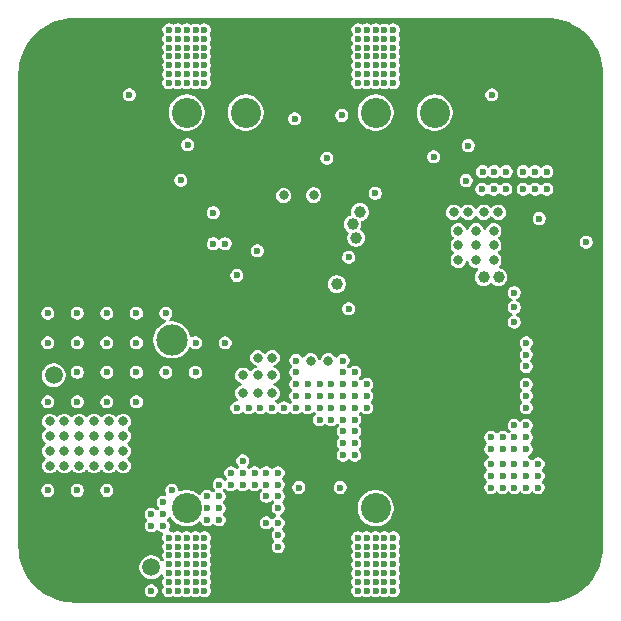
<source format=gbr>
%TF.GenerationSoftware,KiCad,Pcbnew,9.0.2*%
%TF.CreationDate,2025-07-12T23:13:17+01:00*%
%TF.ProjectId,PDB_AURA,5044425f-4155-4524-912e-6b696361645f,rev?*%
%TF.SameCoordinates,Original*%
%TF.FileFunction,Copper,L2,Inr*%
%TF.FilePolarity,Positive*%
%FSLAX46Y46*%
G04 Gerber Fmt 4.6, Leading zero omitted, Abs format (unit mm)*
G04 Created by KiCad (PCBNEW 9.0.2) date 2025-07-12 23:13:17*
%MOMM*%
%LPD*%
G01*
G04 APERTURE LIST*
%TA.AperFunction,ComponentPad*%
%ADD10C,2.550000*%
%TD*%
%TA.AperFunction,ComponentPad*%
%ADD11C,1.500000*%
%TD*%
%TA.AperFunction,ComponentPad*%
%ADD12C,0.800000*%
%TD*%
%TA.AperFunction,ComponentPad*%
%ADD13C,6.400000*%
%TD*%
%TA.AperFunction,ComponentPad*%
%ADD14C,2.650000*%
%TD*%
%TA.AperFunction,ViaPad*%
%ADD15C,0.600000*%
%TD*%
%TA.AperFunction,ViaPad*%
%ADD16C,0.800000*%
%TD*%
%TA.AperFunction,ViaPad*%
%ADD17C,1.000000*%
%TD*%
G04 APERTURE END LIST*
D10*
%TO.N,/300_Connectors/VBAT_CH1*%
%TO.C,J300*%
X64500000Y-58250000D03*
%TO.N,+BATT_FILT*%
X69500000Y-58250000D03*
D11*
%TO.N,GND*%
X61500000Y-53250000D03*
X72500000Y-53250000D03*
%TD*%
D12*
%TO.N,GND*%
%TO.C,H102*%
X92600000Y-55000000D03*
X93302944Y-53302944D03*
X93302944Y-56697056D03*
X95000000Y-52600000D03*
D13*
X95000000Y-55000000D03*
D12*
X95000000Y-57400000D03*
X96697056Y-53302944D03*
X96697056Y-56697056D03*
X97400000Y-55000000D03*
%TD*%
D14*
%TO.N,+BATT*%
%TO.C,J100*%
X63250000Y-77500000D03*
%TO.N,GND*%
X63250000Y-72500000D03*
D11*
X53250000Y-69500000D03*
%TO.N,+BATT*%
X53250000Y-80500000D03*
%TD*%
D10*
%TO.N,GND*%
%TO.C,J303*%
X69500000Y-91750000D03*
%TO.N,+BATT_FILT*%
X64500000Y-91750000D03*
D11*
%TO.N,GND*%
X72500000Y-96750000D03*
%TO.N,+BATT_FILT*%
X61500000Y-96750000D03*
%TD*%
D12*
%TO.N,GND*%
%TO.C,H101*%
X52600000Y-55000000D03*
X53302944Y-53302944D03*
X53302944Y-56697056D03*
X55000000Y-52600000D03*
D13*
X55000000Y-55000000D03*
D12*
X55000000Y-57400000D03*
X56697056Y-53302944D03*
X56697056Y-56697056D03*
X57400000Y-55000000D03*
%TD*%
%TO.N,GND*%
%TO.C,H100*%
X92600000Y-95000000D03*
X93302944Y-93302944D03*
X93302944Y-96697056D03*
X95000000Y-92600000D03*
D13*
X95000000Y-95000000D03*
D12*
X95000000Y-97400000D03*
X96697056Y-93302944D03*
X96697056Y-96697056D03*
X97400000Y-95000000D03*
%TD*%
%TO.N,GND*%
%TO.C,H103*%
X52600000Y-95000000D03*
X53302944Y-93302944D03*
X53302944Y-96697056D03*
X55000000Y-92600000D03*
D13*
X55000000Y-95000000D03*
D12*
X55000000Y-97400000D03*
X56697056Y-93302944D03*
X56697056Y-96697056D03*
X57400000Y-95000000D03*
%TD*%
D10*
%TO.N,GND*%
%TO.C,J304*%
X85500000Y-91750000D03*
%TO.N,+5V*%
X80500000Y-91750000D03*
D11*
%TO.N,GND*%
X88500000Y-96750000D03*
X77500000Y-96750000D03*
%TD*%
D10*
%TO.N,/300_Connectors/VBAT_CH2*%
%TO.C,J301*%
X80500000Y-58250000D03*
%TO.N,+BATT_FILT*%
X85500000Y-58250000D03*
D11*
%TO.N,GND*%
X77500000Y-53250000D03*
X88500000Y-53250000D03*
%TD*%
D15*
%TO.N,GND*%
X90490000Y-61800000D03*
X84000000Y-53500000D03*
X52750000Y-72750000D03*
X68750000Y-55750000D03*
X94990000Y-61800000D03*
X85850000Y-63250000D03*
X74011169Y-73332331D03*
X70450000Y-63900000D03*
D16*
X55400000Y-63100000D03*
D15*
X90250000Y-95250000D03*
X75470000Y-96040000D03*
X68000000Y-52750000D03*
X69500000Y-95000000D03*
X66750000Y-65750000D03*
X57750000Y-67750000D03*
X84000000Y-97250000D03*
X69656140Y-67436186D03*
X87000000Y-95750000D03*
X84750000Y-51250000D03*
X68000000Y-54250000D03*
X65250000Y-72750000D03*
D16*
X81285000Y-65850000D03*
D15*
X92990000Y-61800000D03*
D16*
X76550000Y-77750000D03*
D15*
X86250000Y-52000000D03*
X85500000Y-55750000D03*
X91500000Y-60250000D03*
X70250000Y-51250000D03*
X95000000Y-60250000D03*
X57750000Y-70250000D03*
X60250000Y-70250000D03*
X85500000Y-94250000D03*
X89500000Y-60250000D03*
X77040000Y-59034330D03*
X68000000Y-53500000D03*
X97650000Y-86750000D03*
X76720000Y-91500000D03*
X69500000Y-94250000D03*
X62750000Y-67750000D03*
X66014772Y-69034653D03*
X86550000Y-63250000D03*
D16*
X59150000Y-65600000D03*
D15*
X68750000Y-52750000D03*
X84750000Y-95750000D03*
X68000000Y-98750000D03*
X60250000Y-60250000D03*
X52750000Y-60250000D03*
X94000000Y-60250000D03*
X63500000Y-86500000D03*
X87000000Y-98000000D03*
X75650000Y-72760000D03*
X84000000Y-52000000D03*
X84000000Y-55750000D03*
X85500000Y-97250000D03*
X85500000Y-54250000D03*
D16*
X57900000Y-61850000D03*
D15*
X87000000Y-53500000D03*
X84750000Y-54250000D03*
X91490000Y-61800000D03*
X68000000Y-97250000D03*
X67750000Y-72050000D03*
X75250000Y-55250000D03*
D16*
X55400000Y-61850000D03*
D15*
X90250000Y-52750000D03*
D16*
X79250000Y-65500000D03*
D15*
X68750000Y-51250000D03*
X84750000Y-55000000D03*
X71000000Y-95750000D03*
D16*
X59150000Y-63100000D03*
X55400000Y-65600000D03*
D15*
X68000000Y-98000000D03*
X70250000Y-94250000D03*
D16*
X59150000Y-61850000D03*
D15*
X57750000Y-72750000D03*
X62750000Y-85000000D03*
X86250000Y-51250000D03*
X84000000Y-95750000D03*
X84750000Y-55750000D03*
X84000000Y-94250000D03*
X86250000Y-97250000D03*
X71000000Y-55000000D03*
X87000000Y-55750000D03*
X76948406Y-61530000D03*
X97750000Y-77750000D03*
D16*
X57900000Y-63100000D03*
D15*
X87000000Y-52000000D03*
X69500000Y-95750000D03*
X68750000Y-98000000D03*
D16*
X56650000Y-63100000D03*
D15*
X80000000Y-85000000D03*
X86250000Y-54250000D03*
X97510000Y-61240000D03*
X60000000Y-97750000D03*
X70250000Y-97250000D03*
X97750000Y-57750000D03*
D16*
X74000000Y-69750000D03*
D15*
X96650000Y-90050000D03*
D16*
X52900000Y-64350000D03*
D15*
X70250000Y-96500000D03*
X85500000Y-98000000D03*
X73631116Y-59647414D03*
X84000000Y-52750000D03*
X71000000Y-55750000D03*
X60250000Y-67750000D03*
D16*
X78250000Y-65500000D03*
D15*
X91250000Y-83250000D03*
X71000000Y-96500000D03*
X68750000Y-94250000D03*
X71000000Y-52750000D03*
X77750000Y-55250000D03*
D16*
X54150000Y-64350000D03*
D15*
X96650000Y-89050000D03*
X55250000Y-67750000D03*
X62750000Y-85750000D03*
X85500000Y-95750000D03*
X86250000Y-55750000D03*
X97750000Y-90250000D03*
X73280000Y-92740000D03*
X84750000Y-95000000D03*
X68750000Y-96500000D03*
D16*
X76670000Y-66290000D03*
D15*
X85500000Y-95000000D03*
X70250000Y-53500000D03*
X68750000Y-95750000D03*
X86250000Y-98750000D03*
X73625000Y-62150000D03*
D16*
X52900000Y-65600000D03*
D15*
X97750000Y-60250000D03*
X80000000Y-86500000D03*
X87000000Y-52750000D03*
X86250000Y-98000000D03*
X68750000Y-52000000D03*
X90250000Y-97750000D03*
X84000000Y-55000000D03*
X87750000Y-80250000D03*
X85150000Y-63950000D03*
X69500000Y-52750000D03*
X74073465Y-74730000D03*
X72750000Y-55250000D03*
X87000000Y-98750000D03*
X55250000Y-70250000D03*
D16*
X57900000Y-64350000D03*
X57900000Y-65600000D03*
D15*
X87000000Y-97250000D03*
X84000000Y-98000000D03*
D16*
X59150000Y-64350000D03*
D15*
X71000000Y-54250000D03*
D16*
X54150000Y-61850000D03*
D15*
X70250000Y-98000000D03*
X88070000Y-62010000D03*
D16*
X77250000Y-65500000D03*
D15*
X69800000Y-63250000D03*
D16*
X55400000Y-64350000D03*
D15*
X68000000Y-51250000D03*
X68750000Y-54250000D03*
X74785717Y-97549875D03*
X85250000Y-80250000D03*
X71000000Y-98000000D03*
X60250000Y-72750000D03*
X80000000Y-85750000D03*
X93430000Y-68420000D03*
X57750000Y-60250000D03*
D16*
X52900000Y-61850000D03*
D15*
X66000000Y-89000000D03*
X71000000Y-98750000D03*
X85850000Y-63950000D03*
X68000000Y-96500000D03*
X77750000Y-95250000D03*
X84750000Y-52750000D03*
X84000000Y-54250000D03*
X68750000Y-97250000D03*
X68750000Y-95000000D03*
D16*
X83825000Y-65850000D03*
D15*
X86250000Y-53500000D03*
X74000000Y-65275000D03*
X69500000Y-52000000D03*
D16*
X54150000Y-65600000D03*
D15*
X69500000Y-53500000D03*
X69500000Y-54250000D03*
X55250000Y-72750000D03*
X88070000Y-63000000D03*
X68000000Y-55750000D03*
X86250000Y-95750000D03*
X71000000Y-97250000D03*
X76375000Y-58500000D03*
X61930000Y-62990000D03*
X69500000Y-55750000D03*
X85500000Y-53500000D03*
X87000000Y-96500000D03*
X91250000Y-84250000D03*
X85150000Y-63250000D03*
D16*
X56650000Y-61850000D03*
D15*
X70250000Y-52750000D03*
X85500000Y-52750000D03*
X84000000Y-98750000D03*
X69150000Y-63900000D03*
X87000000Y-51250000D03*
D16*
X82560000Y-66750000D03*
D15*
X89490000Y-61800000D03*
X68750000Y-98750000D03*
X78925000Y-71250000D03*
X69500000Y-98750000D03*
D16*
X74000000Y-71250000D03*
D15*
X90250000Y-84250000D03*
X85500000Y-51250000D03*
X70250000Y-54250000D03*
X86250000Y-55000000D03*
X97750000Y-79750000D03*
X96650000Y-88050000D03*
X75250000Y-52750000D03*
X69500000Y-55000000D03*
X70250000Y-98750000D03*
X97750000Y-78750000D03*
X85500000Y-98750000D03*
D16*
X56650000Y-65600000D03*
D15*
X72350000Y-72950000D03*
X71000000Y-51250000D03*
X84750000Y-96500000D03*
X69500000Y-51250000D03*
X97650000Y-81250000D03*
X93000000Y-60250000D03*
X68000000Y-55000000D03*
X84750000Y-52000000D03*
X97750000Y-87750000D03*
X68000000Y-95750000D03*
X93420000Y-70420000D03*
X71000000Y-94250000D03*
X75425000Y-91140000D03*
D16*
X83830000Y-66750000D03*
D15*
X55250000Y-60250000D03*
D16*
X52900000Y-63100000D03*
X54150000Y-63100000D03*
D15*
X93990000Y-61800000D03*
X70250000Y-52000000D03*
X96250000Y-61240000D03*
X65750000Y-66750000D03*
X70250000Y-95000000D03*
X69500000Y-96500000D03*
X71000000Y-52000000D03*
X63520000Y-85750000D03*
X68000000Y-95000000D03*
X69350000Y-69518329D03*
X84000000Y-96500000D03*
X90500000Y-60250000D03*
X87000000Y-54250000D03*
X82750000Y-80250000D03*
D16*
X74950000Y-77750000D03*
D15*
X71000000Y-53500000D03*
X71560918Y-71021075D03*
X69150000Y-63250000D03*
X86250000Y-96500000D03*
X86250000Y-95000000D03*
X87000000Y-55000000D03*
X87000000Y-94250000D03*
X87000000Y-95000000D03*
X70250000Y-55750000D03*
X86250000Y-94250000D03*
X85500000Y-55000000D03*
X68000000Y-94250000D03*
X85500000Y-96500000D03*
X70250000Y-95750000D03*
X84750000Y-94250000D03*
X84750000Y-98000000D03*
X85380000Y-61110000D03*
X68000000Y-52000000D03*
X84750000Y-98750000D03*
X61930000Y-62010000D03*
X70450000Y-63250000D03*
X84750000Y-53500000D03*
X84000000Y-95000000D03*
X68750000Y-55000000D03*
X69500000Y-97250000D03*
X84000000Y-51250000D03*
X62750000Y-70250000D03*
X92781866Y-71382494D03*
X52750000Y-67750000D03*
X73999999Y-67689133D03*
X69800000Y-63900000D03*
X86250000Y-52750000D03*
D16*
X71400000Y-66240000D03*
D15*
X84750000Y-97250000D03*
X68750000Y-53500000D03*
D16*
X82555000Y-65850000D03*
D15*
X97650000Y-82250000D03*
X69500000Y-98000000D03*
X71000000Y-95000000D03*
D16*
X81290000Y-66750000D03*
X56650000Y-64350000D03*
D15*
X70250000Y-55000000D03*
X60250000Y-52750000D03*
X62750000Y-86500000D03*
X80250000Y-77750000D03*
X85500000Y-52000000D03*
X60000000Y-92750000D03*
%TO.N,+5V*%
X93250000Y-79750000D03*
X93250000Y-88000000D03*
X91250000Y-88000000D03*
X92250000Y-84750000D03*
X93250000Y-84750000D03*
X93250000Y-83250000D03*
X94250000Y-89000000D03*
X80475000Y-65100000D03*
X90250000Y-90000000D03*
X93250000Y-82250000D03*
X93250000Y-77750000D03*
X91250000Y-85750000D03*
X92250000Y-90000000D03*
X93250000Y-85750000D03*
X91250000Y-86750000D03*
X94370000Y-67224998D03*
X94250000Y-88000000D03*
X93250000Y-78750000D03*
X94250000Y-90000000D03*
X90250000Y-85750000D03*
X90250000Y-89000000D03*
X91250000Y-89000000D03*
X91250000Y-90000000D03*
X90250000Y-88000000D03*
X93250000Y-89000000D03*
X90250000Y-86750000D03*
X93250000Y-86750000D03*
X93250000Y-81250000D03*
X92250000Y-85750000D03*
X67750000Y-69350000D03*
X92250000Y-89000000D03*
X93250000Y-90000000D03*
X92250000Y-86750000D03*
X68750000Y-72050000D03*
X92250000Y-88000000D03*
D17*
%TO.N,/200_Buck_Regulator/5V_SW*%
X78550000Y-67700000D03*
X89650000Y-72185000D03*
D15*
%TO.N,/200_Buck_Regulator/COMP_FB_C*%
X70492220Y-69967739D03*
X66760000Y-66730000D03*
%TO.N,/200_Buck_Regulator/5V_FB*%
X66750000Y-69350000D03*
D16*
%TO.N,+BATT*%
X59150000Y-84400000D03*
D15*
X60250000Y-77750000D03*
X60250000Y-75250000D03*
X52750000Y-90250000D03*
D16*
X56650000Y-84400000D03*
D15*
X65250000Y-80250000D03*
D16*
X57900000Y-85650000D03*
D15*
X55250000Y-77750000D03*
D16*
X56650000Y-88150000D03*
D15*
X57750000Y-75250000D03*
D16*
X56650000Y-85650000D03*
X59150000Y-85650000D03*
X54150000Y-88150000D03*
D15*
X55250000Y-75250000D03*
D16*
X55400000Y-84400000D03*
D15*
X67750000Y-77750000D03*
D16*
X55400000Y-86900000D03*
X57900000Y-86900000D03*
X52900000Y-88150000D03*
D15*
X55250000Y-82750000D03*
D16*
X57900000Y-84400000D03*
X52900000Y-84400000D03*
D15*
X52750000Y-75250000D03*
D16*
X52900000Y-86900000D03*
X54150000Y-84400000D03*
X55400000Y-85650000D03*
D15*
X57750000Y-90250000D03*
D16*
X54150000Y-86900000D03*
D15*
X57750000Y-82750000D03*
X55250000Y-80250000D03*
X52750000Y-77750000D03*
D16*
X59150000Y-86900000D03*
D15*
X65250000Y-77750000D03*
X60250000Y-82750000D03*
D16*
X59150000Y-88150000D03*
D15*
X57750000Y-80250000D03*
D16*
X57900000Y-88150000D03*
D15*
X62750000Y-80250000D03*
X60250000Y-80250000D03*
X55250000Y-90250000D03*
X62750000Y-75250000D03*
D16*
X54150000Y-85650000D03*
X56650000Y-86900000D03*
D15*
X57750000Y-77750000D03*
D16*
X52900000Y-85650000D03*
X55400000Y-88150000D03*
D15*
X52750000Y-82750000D03*
%TO.N,MSFT_1*%
X64000000Y-64000000D03*
%TO.N,MSFT_2*%
X88350000Y-61050000D03*
%TO.N,+3V3*%
X92250000Y-73500000D03*
X74000000Y-90000000D03*
X77500000Y-90000000D03*
%TO.N,INA_IN+*%
X69750000Y-83250000D03*
X78750000Y-86250000D03*
X75750000Y-82250000D03*
X77750000Y-87250000D03*
X75750000Y-84250000D03*
X75750000Y-83250000D03*
X73750000Y-79250000D03*
X77750000Y-83250000D03*
X77750000Y-81250000D03*
X76750000Y-84250000D03*
X77750000Y-85250000D03*
X74750000Y-82250000D03*
X74750000Y-83250000D03*
X78750000Y-81250000D03*
X78750000Y-80250000D03*
X73750000Y-82250000D03*
D16*
X71750000Y-82000000D03*
X76500000Y-79250000D03*
X71750000Y-80500000D03*
X70500000Y-79000000D03*
X70500000Y-80500000D03*
D15*
X73750000Y-81250000D03*
D16*
X75000000Y-79250000D03*
D15*
X79750000Y-83250000D03*
X74750000Y-81250000D03*
X70750000Y-83250000D03*
D16*
X69250000Y-82000000D03*
D15*
X77750000Y-86250000D03*
X72750000Y-83250000D03*
X79750000Y-81250000D03*
X76750000Y-82250000D03*
X77750000Y-80250000D03*
D16*
X70500000Y-82000000D03*
D15*
X68750000Y-83250000D03*
X78750000Y-87250000D03*
X77750000Y-79250000D03*
D16*
X69250000Y-80500000D03*
D15*
X73750000Y-80250000D03*
X77750000Y-84250000D03*
X78750000Y-85250000D03*
X77750000Y-82250000D03*
X76750000Y-83250000D03*
X73750000Y-83250000D03*
X79750000Y-82250000D03*
X78750000Y-84250000D03*
X78750000Y-83250000D03*
X75750000Y-81250000D03*
X71750000Y-83250000D03*
X76750000Y-81250000D03*
D16*
X71750000Y-79000000D03*
D15*
X78750000Y-82250000D03*
%TO.N,SCL*%
X92250000Y-76000000D03*
%TO.N,SDA*%
X92250000Y-74750000D03*
%TO.N,+5V_VCC*%
X78220000Y-74880000D03*
X78219341Y-70500000D03*
D17*
%TO.N,/200_Buck_Regulator/5V_HO*%
X78860955Y-68859014D03*
X90910000Y-72180000D03*
%TO.N,/200_Buck_Regulator/5V_LO*%
X77200000Y-72775000D03*
X79172775Y-66674253D03*
D15*
%TO.N,/300_Connectors/VGS_CH1*%
X64580000Y-60990000D03*
X73640000Y-58790000D03*
%TO.N,/300_Connectors/MSFT_2_R*%
X77640000Y-58500000D03*
X85410000Y-62010000D03*
%TO.N,/300_Connectors/VGS_CH2*%
X76360000Y-62130000D03*
X88159943Y-64010000D03*
%TO.N,+BATT_FILT*%
X66000000Y-98750000D03*
X81250000Y-52000000D03*
X68250000Y-89750000D03*
X79000000Y-97250000D03*
X79750000Y-53500000D03*
X79000000Y-94250000D03*
X64500000Y-52000000D03*
X82000000Y-94250000D03*
X90500000Y-64750000D03*
X80500000Y-55000000D03*
X63750000Y-98750000D03*
X79750000Y-55750000D03*
X61500000Y-98750000D03*
X82000000Y-97250000D03*
X65250000Y-53500000D03*
X63750000Y-94250000D03*
X72250000Y-94000000D03*
X82000000Y-98750000D03*
X80500000Y-53500000D03*
X59650000Y-56750000D03*
X81250000Y-97250000D03*
X81250000Y-95750000D03*
X63750000Y-96500000D03*
X80500000Y-95750000D03*
X81250000Y-53500000D03*
X81250000Y-98750000D03*
X63000000Y-97250000D03*
X65250000Y-97250000D03*
X82000000Y-95750000D03*
X63000000Y-95750000D03*
X82000000Y-55000000D03*
D16*
X88350000Y-66700000D03*
D15*
X89550000Y-63250000D03*
X81250000Y-94250000D03*
D16*
X89650000Y-66700000D03*
D15*
X63000000Y-52000000D03*
D16*
X89000000Y-70750000D03*
X87500000Y-68250000D03*
D15*
X79000000Y-52000000D03*
X61500000Y-92250000D03*
X66000000Y-97250000D03*
X91550000Y-63250000D03*
X80500000Y-97250000D03*
X79000000Y-95000000D03*
X80500000Y-94250000D03*
X93000000Y-64750000D03*
X80500000Y-52750000D03*
X94000000Y-63250000D03*
X63000000Y-53500000D03*
X64500000Y-53500000D03*
X79750000Y-94250000D03*
X62500000Y-92250000D03*
X79750000Y-97250000D03*
X79750000Y-52750000D03*
X65250000Y-96500000D03*
X64500000Y-52750000D03*
X66000000Y-53500000D03*
X82000000Y-52750000D03*
X79000000Y-98750000D03*
X64500000Y-94250000D03*
X63000000Y-55750000D03*
X79000000Y-55000000D03*
X63750000Y-52750000D03*
X91500000Y-64750000D03*
D16*
X87100000Y-66700000D03*
D15*
X80500000Y-98750000D03*
X66000000Y-55000000D03*
X65250000Y-95750000D03*
D16*
X89000000Y-68250000D03*
D15*
X79750000Y-95750000D03*
X93000000Y-63250000D03*
X90550000Y-63250000D03*
X79750000Y-96500000D03*
X81250000Y-95000000D03*
X71250000Y-88750000D03*
X79000000Y-95750000D03*
X63750000Y-52000000D03*
X67250000Y-92750000D03*
X66000000Y-94250000D03*
X80500000Y-52000000D03*
X94000000Y-64750000D03*
X64500000Y-95750000D03*
X66000000Y-95750000D03*
X63750000Y-54250000D03*
X63750000Y-53500000D03*
X65250000Y-95000000D03*
D16*
X90500000Y-70750000D03*
D15*
X81250000Y-98000000D03*
X72250000Y-95000000D03*
X82000000Y-53500000D03*
X63750000Y-98000000D03*
X63000000Y-96500000D03*
X63250000Y-90250000D03*
X64500000Y-98750000D03*
X72250000Y-91750000D03*
X66000000Y-55750000D03*
X80500000Y-95000000D03*
X66000000Y-95000000D03*
X95000000Y-63250000D03*
X62500000Y-91250000D03*
X65250000Y-98750000D03*
X70250000Y-89750000D03*
X63000000Y-98750000D03*
X62500000Y-93250000D03*
X82000000Y-51250000D03*
D16*
X90500000Y-68250000D03*
D15*
X80500000Y-55750000D03*
X81250000Y-51250000D03*
X63750000Y-55750000D03*
X79000000Y-54250000D03*
X80500000Y-54250000D03*
X72250000Y-88750000D03*
X81250000Y-55750000D03*
X65250000Y-55000000D03*
X66250000Y-91750000D03*
X79000000Y-51250000D03*
X79750000Y-98750000D03*
X79750000Y-54250000D03*
X65250000Y-52000000D03*
X66250000Y-90750000D03*
X80500000Y-98000000D03*
X63000000Y-52750000D03*
X98340000Y-69220000D03*
X66000000Y-52750000D03*
X63000000Y-98000000D03*
D16*
X75250000Y-65250000D03*
D15*
X79000000Y-52750000D03*
X66000000Y-52000000D03*
X63000000Y-55000000D03*
X63750000Y-95000000D03*
X81250000Y-52750000D03*
X65250000Y-98000000D03*
X63750000Y-97250000D03*
X71250000Y-90750000D03*
X81250000Y-96500000D03*
X72250000Y-89750000D03*
X67250000Y-90750000D03*
D16*
X90900000Y-66700000D03*
D15*
X71250000Y-89750000D03*
X61500000Y-93250000D03*
X90350000Y-56750000D03*
X63750000Y-55000000D03*
X80500000Y-51250000D03*
X79750000Y-98000000D03*
X82000000Y-98000000D03*
X80500000Y-96500000D03*
X63000000Y-95000000D03*
X82000000Y-95000000D03*
X66000000Y-51250000D03*
X72250000Y-93000000D03*
X69250000Y-87750000D03*
X64500000Y-54250000D03*
X68250000Y-88750000D03*
X66250000Y-92750000D03*
X79000000Y-98000000D03*
X63750000Y-51250000D03*
X64500000Y-51250000D03*
X95000000Y-64750000D03*
X82000000Y-55750000D03*
X79750000Y-52000000D03*
X67250000Y-89750000D03*
X63000000Y-54250000D03*
X66000000Y-54250000D03*
X82000000Y-54250000D03*
X81250000Y-54250000D03*
X64500000Y-97250000D03*
X81250000Y-55000000D03*
X69250000Y-89750000D03*
D16*
X87500000Y-69500000D03*
X87500000Y-70750000D03*
D15*
X64500000Y-55000000D03*
X82000000Y-52000000D03*
X82000000Y-96500000D03*
X64500000Y-55750000D03*
X69250000Y-88750000D03*
X64500000Y-95000000D03*
X65250000Y-51250000D03*
X63750000Y-95750000D03*
X79000000Y-53500000D03*
X67250000Y-91750000D03*
X65250000Y-55750000D03*
X64500000Y-98000000D03*
X89500000Y-64750000D03*
X63000000Y-51250000D03*
X79000000Y-55750000D03*
X65250000Y-52750000D03*
X66000000Y-96500000D03*
X79750000Y-51250000D03*
X64500000Y-96500000D03*
D16*
X90500000Y-69500000D03*
D15*
X79750000Y-55000000D03*
X65250000Y-54250000D03*
D16*
X89000000Y-69500000D03*
D15*
X65250000Y-94250000D03*
X71250000Y-93000000D03*
X70250000Y-88750000D03*
X79000000Y-96500000D03*
D16*
X72714826Y-65275124D03*
D15*
X72250000Y-90750000D03*
X66000000Y-98000000D03*
X79750000Y-95000000D03*
X63000000Y-94250000D03*
%TD*%
%TA.AperFunction,Conductor*%
%TO.N,GND*%
G36*
X95002702Y-50250618D02*
G01*
X95015967Y-50251197D01*
X95408558Y-50268337D01*
X95419293Y-50269277D01*
X95819386Y-50321950D01*
X95830010Y-50323823D01*
X96223993Y-50411167D01*
X96234405Y-50413956D01*
X96619279Y-50535307D01*
X96629414Y-50538996D01*
X97002232Y-50693423D01*
X97012024Y-50697989D01*
X97230117Y-50811521D01*
X97369942Y-50884309D01*
X97379310Y-50889717D01*
X97719638Y-51106530D01*
X97728499Y-51112735D01*
X98048627Y-51358378D01*
X98056914Y-51365332D01*
X98354412Y-51637938D01*
X98362061Y-51645587D01*
X98634667Y-51943085D01*
X98641621Y-51951372D01*
X98887264Y-52271500D01*
X98893469Y-52280361D01*
X99110282Y-52620689D01*
X99115690Y-52630057D01*
X99302007Y-52987969D01*
X99306579Y-52997773D01*
X99460997Y-53370570D01*
X99464696Y-53380733D01*
X99569298Y-53712488D01*
X99586037Y-53765575D01*
X99588837Y-53776025D01*
X99676173Y-54169977D01*
X99678051Y-54180629D01*
X99730720Y-54580683D01*
X99731663Y-54591460D01*
X99747324Y-54950172D01*
X99749382Y-54997297D01*
X99749500Y-55002706D01*
X99749500Y-94997293D01*
X99749382Y-95002702D01*
X99731663Y-95408539D01*
X99730720Y-95419316D01*
X99678051Y-95819370D01*
X99676173Y-95830022D01*
X99588837Y-96223974D01*
X99586037Y-96234424D01*
X99464697Y-96619264D01*
X99460997Y-96629429D01*
X99306579Y-97002226D01*
X99302007Y-97012030D01*
X99115690Y-97369942D01*
X99110282Y-97379310D01*
X98893469Y-97719638D01*
X98887264Y-97728499D01*
X98641621Y-98048627D01*
X98634667Y-98056914D01*
X98362061Y-98354412D01*
X98354412Y-98362061D01*
X98056914Y-98634667D01*
X98048627Y-98641621D01*
X97728499Y-98887264D01*
X97719638Y-98893469D01*
X97379310Y-99110282D01*
X97369942Y-99115690D01*
X97012030Y-99302007D01*
X97002226Y-99306579D01*
X96629429Y-99460997D01*
X96619264Y-99464697D01*
X96234424Y-99586037D01*
X96223974Y-99588837D01*
X95830022Y-99676173D01*
X95819370Y-99678051D01*
X95419316Y-99730720D01*
X95408539Y-99731663D01*
X95002703Y-99749382D01*
X94997294Y-99749500D01*
X55002706Y-99749500D01*
X54997297Y-99749382D01*
X54591460Y-99731663D01*
X54580685Y-99730720D01*
X54380656Y-99704385D01*
X54180629Y-99678051D01*
X54169977Y-99676173D01*
X53915393Y-99619733D01*
X53776022Y-99588836D01*
X53765579Y-99586038D01*
X53380733Y-99464696D01*
X53370570Y-99460997D01*
X52997773Y-99306579D01*
X52987969Y-99302007D01*
X52630057Y-99115690D01*
X52620689Y-99110282D01*
X52280361Y-98893469D01*
X52271506Y-98887269D01*
X52048093Y-98715838D01*
X51998163Y-98677525D01*
X60949500Y-98677525D01*
X60949500Y-98822475D01*
X60987016Y-98962485D01*
X60987017Y-98962488D01*
X61059488Y-99088011D01*
X61059490Y-99088013D01*
X61059491Y-99088015D01*
X61161985Y-99190509D01*
X61161986Y-99190510D01*
X61161988Y-99190511D01*
X61287511Y-99262982D01*
X61287512Y-99262982D01*
X61287515Y-99262984D01*
X61427525Y-99300500D01*
X61427528Y-99300500D01*
X61572472Y-99300500D01*
X61572475Y-99300500D01*
X61712485Y-99262984D01*
X61838015Y-99190509D01*
X61940509Y-99088015D01*
X62012984Y-98962485D01*
X62050500Y-98822475D01*
X62050500Y-98677525D01*
X62012984Y-98537515D01*
X61954951Y-98437000D01*
X61940511Y-98411988D01*
X61940506Y-98411982D01*
X61838017Y-98309493D01*
X61838011Y-98309488D01*
X61712488Y-98237017D01*
X61712489Y-98237017D01*
X61701006Y-98233940D01*
X61572475Y-98199500D01*
X61427525Y-98199500D01*
X61298993Y-98233940D01*
X61287511Y-98237017D01*
X61161988Y-98309488D01*
X61161982Y-98309493D01*
X61059493Y-98411982D01*
X61059488Y-98411988D01*
X60987017Y-98537511D01*
X60987016Y-98537515D01*
X60949500Y-98677525D01*
X51998163Y-98677525D01*
X51951372Y-98641621D01*
X51943085Y-98634667D01*
X51645587Y-98362061D01*
X51637938Y-98354412D01*
X51365332Y-98056914D01*
X51358378Y-98048627D01*
X51112735Y-97728499D01*
X51106530Y-97719638D01*
X50889717Y-97379310D01*
X50884309Y-97369942D01*
X50713510Y-97041839D01*
X50697989Y-97012024D01*
X50693420Y-97002226D01*
X50666403Y-96937001D01*
X50629762Y-96848543D01*
X60499499Y-96848543D01*
X60537947Y-97041829D01*
X60537950Y-97041839D01*
X60613364Y-97223907D01*
X60613371Y-97223920D01*
X60722860Y-97387781D01*
X60722863Y-97387785D01*
X60862214Y-97527136D01*
X60862218Y-97527139D01*
X61026079Y-97636628D01*
X61026092Y-97636635D01*
X61147686Y-97687000D01*
X61208165Y-97712051D01*
X61208169Y-97712051D01*
X61208170Y-97712052D01*
X61401456Y-97750500D01*
X61401459Y-97750500D01*
X61598543Y-97750500D01*
X61728582Y-97724632D01*
X61791835Y-97712051D01*
X61973914Y-97636632D01*
X62137782Y-97527139D01*
X62275010Y-97389910D01*
X62336331Y-97356427D01*
X62406023Y-97361411D01*
X62461957Y-97403282D01*
X62473216Y-97421380D01*
X62479103Y-97432956D01*
X62487016Y-97462485D01*
X62546687Y-97565839D01*
X62548187Y-97568787D01*
X62554028Y-97600015D01*
X62561521Y-97630900D01*
X62560472Y-97634469D01*
X62561033Y-97637465D01*
X62555855Y-97650195D01*
X62545048Y-97687000D01*
X62487017Y-97787511D01*
X62487016Y-97787515D01*
X62449500Y-97927525D01*
X62449500Y-98072475D01*
X62483537Y-98199500D01*
X62487017Y-98212488D01*
X62545048Y-98313000D01*
X62561521Y-98380900D01*
X62545048Y-98437000D01*
X62487017Y-98537511D01*
X62487016Y-98537515D01*
X62449500Y-98677525D01*
X62449500Y-98822475D01*
X62487016Y-98962485D01*
X62487017Y-98962488D01*
X62559488Y-99088011D01*
X62559490Y-99088013D01*
X62559491Y-99088015D01*
X62661985Y-99190509D01*
X62661986Y-99190510D01*
X62661988Y-99190511D01*
X62787511Y-99262982D01*
X62787512Y-99262982D01*
X62787515Y-99262984D01*
X62927525Y-99300500D01*
X62927528Y-99300500D01*
X63072472Y-99300500D01*
X63072475Y-99300500D01*
X63212485Y-99262984D01*
X63313002Y-99204950D01*
X63380899Y-99188478D01*
X63436997Y-99204949D01*
X63537515Y-99262984D01*
X63677525Y-99300500D01*
X63677528Y-99300500D01*
X63822472Y-99300500D01*
X63822475Y-99300500D01*
X63962485Y-99262984D01*
X64063002Y-99204950D01*
X64130899Y-99188478D01*
X64186997Y-99204949D01*
X64287515Y-99262984D01*
X64427525Y-99300500D01*
X64427528Y-99300500D01*
X64572472Y-99300500D01*
X64572475Y-99300500D01*
X64712485Y-99262984D01*
X64813002Y-99204950D01*
X64880899Y-99188478D01*
X64936997Y-99204949D01*
X65037515Y-99262984D01*
X65177525Y-99300500D01*
X65177528Y-99300500D01*
X65322472Y-99300500D01*
X65322475Y-99300500D01*
X65462485Y-99262984D01*
X65563002Y-99204950D01*
X65630899Y-99188478D01*
X65686997Y-99204949D01*
X65787515Y-99262984D01*
X65927525Y-99300500D01*
X65927528Y-99300500D01*
X66072472Y-99300500D01*
X66072475Y-99300500D01*
X66212485Y-99262984D01*
X66338015Y-99190509D01*
X66440509Y-99088015D01*
X66512984Y-98962485D01*
X66550500Y-98822475D01*
X66550500Y-98677525D01*
X66512984Y-98537515D01*
X66454950Y-98436997D01*
X66438478Y-98369101D01*
X66454951Y-98313000D01*
X66512984Y-98212485D01*
X66550500Y-98072475D01*
X66550500Y-97927525D01*
X66512984Y-97787515D01*
X66454950Y-97686997D01*
X66438478Y-97619101D01*
X66454951Y-97563000D01*
X66512984Y-97462485D01*
X66550500Y-97322475D01*
X66550500Y-97177525D01*
X66512984Y-97037515D01*
X66454950Y-96936997D01*
X66438478Y-96869101D01*
X66454951Y-96813000D01*
X66512984Y-96712485D01*
X66550500Y-96572475D01*
X66550500Y-96427525D01*
X66512984Y-96287515D01*
X66454950Y-96186997D01*
X66438478Y-96119101D01*
X66454951Y-96063000D01*
X66512984Y-95962485D01*
X66550500Y-95822475D01*
X66550500Y-95677525D01*
X66512984Y-95537515D01*
X66454950Y-95436997D01*
X66438478Y-95369101D01*
X66454951Y-95313000D01*
X66512984Y-95212485D01*
X66550500Y-95072475D01*
X66550500Y-94927525D01*
X66512984Y-94787515D01*
X66454950Y-94686997D01*
X66438478Y-94619101D01*
X66454951Y-94563000D01*
X66512984Y-94462485D01*
X66550500Y-94322475D01*
X66550500Y-94177525D01*
X66512984Y-94037515D01*
X66440509Y-93911985D01*
X66338015Y-93809491D01*
X66338013Y-93809490D01*
X66338011Y-93809488D01*
X66212488Y-93737017D01*
X66212489Y-93737017D01*
X66201006Y-93733940D01*
X66072475Y-93699500D01*
X65927525Y-93699500D01*
X65798993Y-93733940D01*
X65787511Y-93737017D01*
X65687000Y-93795048D01*
X65619100Y-93811521D01*
X65563000Y-93795048D01*
X65462488Y-93737017D01*
X65462489Y-93737017D01*
X65451006Y-93733940D01*
X65322475Y-93699500D01*
X65177525Y-93699500D01*
X65048993Y-93733940D01*
X65037511Y-93737017D01*
X64937000Y-93795048D01*
X64869100Y-93811521D01*
X64813000Y-93795048D01*
X64712488Y-93737017D01*
X64712489Y-93737017D01*
X64701006Y-93733940D01*
X64572475Y-93699500D01*
X64427525Y-93699500D01*
X64298993Y-93733940D01*
X64287511Y-93737017D01*
X64187000Y-93795048D01*
X64119100Y-93811521D01*
X64063000Y-93795048D01*
X63962488Y-93737017D01*
X63962489Y-93737017D01*
X63951006Y-93733940D01*
X63822475Y-93699500D01*
X63677525Y-93699500D01*
X63548993Y-93733940D01*
X63537511Y-93737017D01*
X63437000Y-93795048D01*
X63369100Y-93811521D01*
X63313000Y-93795048D01*
X63212488Y-93737017D01*
X63212489Y-93737017D01*
X63198613Y-93733299D01*
X63072475Y-93699500D01*
X63072473Y-93699500D01*
X63064624Y-93697397D01*
X63065065Y-93695748D01*
X63010102Y-93671431D01*
X62971633Y-93613105D01*
X62970805Y-93543240D01*
X62982799Y-93514765D01*
X63012984Y-93462485D01*
X63050500Y-93322475D01*
X63050500Y-93177525D01*
X63012984Y-93037515D01*
X62969665Y-92962485D01*
X62940511Y-92911988D01*
X62940506Y-92911982D01*
X62866205Y-92837681D01*
X62864992Y-92835460D01*
X62862819Y-92834160D01*
X62848335Y-92804955D01*
X62832720Y-92776358D01*
X62832900Y-92773832D01*
X62831776Y-92771565D01*
X62835378Y-92739177D01*
X62837704Y-92706666D01*
X62839307Y-92703861D01*
X62839501Y-92702124D01*
X62844928Y-92694033D01*
X62857623Y-92671837D01*
X62861664Y-92666859D01*
X62940509Y-92588015D01*
X62976990Y-92524826D01*
X62983190Y-92517192D01*
X63004183Y-92502731D01*
X63022632Y-92485140D01*
X63032474Y-92483242D01*
X63040729Y-92477557D01*
X63066205Y-92476741D01*
X63091239Y-92471916D01*
X63100545Y-92475641D01*
X63110563Y-92475321D01*
X63132438Y-92488409D01*
X63156104Y-92497884D01*
X63163677Y-92507101D01*
X63170520Y-92511195D01*
X63175815Y-92521871D01*
X63189937Y-92539058D01*
X63195276Y-92549536D01*
X63336414Y-92743796D01*
X63506204Y-92913586D01*
X63700464Y-93054724D01*
X63755409Y-93082720D01*
X63914406Y-93163734D01*
X63914408Y-93163734D01*
X63914411Y-93163736D01*
X64142778Y-93237937D01*
X64379941Y-93275500D01*
X64379942Y-93275500D01*
X64620058Y-93275500D01*
X64620059Y-93275500D01*
X64857222Y-93237937D01*
X65085589Y-93163736D01*
X65299536Y-93054724D01*
X65493796Y-92913586D01*
X65523417Y-92883964D01*
X65584736Y-92850481D01*
X65654428Y-92855465D01*
X65710362Y-92897335D01*
X65730870Y-92939550D01*
X65737016Y-92962486D01*
X65737017Y-92962488D01*
X65809488Y-93088011D01*
X65809490Y-93088013D01*
X65809491Y-93088015D01*
X65911985Y-93190509D01*
X65911986Y-93190510D01*
X65911988Y-93190511D01*
X66037511Y-93262982D01*
X66037512Y-93262982D01*
X66037515Y-93262984D01*
X66177525Y-93300500D01*
X66177528Y-93300500D01*
X66322472Y-93300500D01*
X66322475Y-93300500D01*
X66462485Y-93262984D01*
X66588015Y-93190509D01*
X66662319Y-93116205D01*
X66723642Y-93082720D01*
X66793334Y-93087704D01*
X66837681Y-93116205D01*
X66911985Y-93190509D01*
X66911986Y-93190510D01*
X66911988Y-93190511D01*
X67037511Y-93262982D01*
X67037512Y-93262982D01*
X67037515Y-93262984D01*
X67177525Y-93300500D01*
X67177528Y-93300500D01*
X67322472Y-93300500D01*
X67322475Y-93300500D01*
X67462485Y-93262984D01*
X67588015Y-93190509D01*
X67690509Y-93088015D01*
X67762984Y-92962485D01*
X67800500Y-92822475D01*
X67800500Y-92677525D01*
X67762984Y-92537515D01*
X67751250Y-92517192D01*
X67690511Y-92411988D01*
X67690506Y-92411982D01*
X67616205Y-92337681D01*
X67582720Y-92276358D01*
X67587704Y-92206666D01*
X67616205Y-92162319D01*
X67690509Y-92088015D01*
X67762984Y-91962485D01*
X67800500Y-91822475D01*
X67800500Y-91677525D01*
X67762984Y-91537515D01*
X67719665Y-91462485D01*
X67690511Y-91411988D01*
X67690506Y-91411982D01*
X67616205Y-91337681D01*
X67582720Y-91276358D01*
X67587704Y-91206666D01*
X67616205Y-91162319D01*
X67690509Y-91088015D01*
X67762984Y-90962485D01*
X67800500Y-90822475D01*
X67800500Y-90677525D01*
X67762984Y-90537515D01*
X67719665Y-90462485D01*
X67690511Y-90411988D01*
X67690506Y-90411982D01*
X67616205Y-90337681D01*
X67611866Y-90329735D01*
X67604619Y-90324310D01*
X67595384Y-90299550D01*
X67582720Y-90276358D01*
X67583365Y-90267328D01*
X67580202Y-90258846D01*
X67585818Y-90233025D01*
X67587704Y-90206666D01*
X67593522Y-90197612D01*
X67595054Y-90190573D01*
X67616205Y-90162319D01*
X67662319Y-90116205D01*
X67723642Y-90082720D01*
X67793334Y-90087704D01*
X67837681Y-90116205D01*
X67911985Y-90190509D01*
X67911986Y-90190510D01*
X67911988Y-90190511D01*
X68037511Y-90262982D01*
X68037512Y-90262982D01*
X68037515Y-90262984D01*
X68177525Y-90300500D01*
X68177528Y-90300500D01*
X68322472Y-90300500D01*
X68322475Y-90300500D01*
X68462485Y-90262984D01*
X68588015Y-90190509D01*
X68662319Y-90116205D01*
X68723642Y-90082720D01*
X68793334Y-90087704D01*
X68837681Y-90116205D01*
X68911985Y-90190509D01*
X68911986Y-90190510D01*
X68911988Y-90190511D01*
X69037511Y-90262982D01*
X69037512Y-90262982D01*
X69037515Y-90262984D01*
X69177525Y-90300500D01*
X69177528Y-90300500D01*
X69322472Y-90300500D01*
X69322475Y-90300500D01*
X69462485Y-90262984D01*
X69588015Y-90190509D01*
X69662319Y-90116205D01*
X69723642Y-90082720D01*
X69793334Y-90087704D01*
X69837681Y-90116205D01*
X69911985Y-90190509D01*
X69911986Y-90190510D01*
X69911988Y-90190511D01*
X70037511Y-90262982D01*
X70037512Y-90262982D01*
X70037515Y-90262984D01*
X70177525Y-90300500D01*
X70177528Y-90300500D01*
X70322472Y-90300500D01*
X70322475Y-90300500D01*
X70462485Y-90262984D01*
X70588015Y-90190509D01*
X70662319Y-90116205D01*
X70670264Y-90111866D01*
X70675690Y-90104619D01*
X70700449Y-90095384D01*
X70723642Y-90082720D01*
X70732671Y-90083365D01*
X70741154Y-90080202D01*
X70766974Y-90085818D01*
X70793334Y-90087704D01*
X70802387Y-90093522D01*
X70809427Y-90095054D01*
X70837681Y-90116205D01*
X70883795Y-90162319D01*
X70917280Y-90223642D01*
X70912296Y-90293334D01*
X70883795Y-90337681D01*
X70809493Y-90411982D01*
X70809488Y-90411988D01*
X70737017Y-90537511D01*
X70737016Y-90537515D01*
X70699500Y-90677525D01*
X70699500Y-90822475D01*
X70733795Y-90950463D01*
X70737017Y-90962488D01*
X70809488Y-91088011D01*
X70809490Y-91088013D01*
X70809491Y-91088015D01*
X70911985Y-91190509D01*
X70911986Y-91190510D01*
X70911988Y-91190511D01*
X71037511Y-91262982D01*
X71037512Y-91262982D01*
X71037515Y-91262984D01*
X71177525Y-91300500D01*
X71177528Y-91300500D01*
X71322472Y-91300500D01*
X71322475Y-91300500D01*
X71462485Y-91262984D01*
X71588015Y-91190509D01*
X71662319Y-91116205D01*
X71670264Y-91111866D01*
X71675690Y-91104619D01*
X71700449Y-91095384D01*
X71723642Y-91082720D01*
X71732671Y-91083365D01*
X71741154Y-91080202D01*
X71766974Y-91085818D01*
X71793334Y-91087704D01*
X71802387Y-91093522D01*
X71809427Y-91095054D01*
X71837681Y-91116205D01*
X71883795Y-91162319D01*
X71917280Y-91223642D01*
X71912296Y-91293334D01*
X71883795Y-91337681D01*
X71809493Y-91411982D01*
X71809488Y-91411988D01*
X71737017Y-91537511D01*
X71737016Y-91537515D01*
X71699500Y-91677525D01*
X71699500Y-91822475D01*
X71737016Y-91962485D01*
X71737017Y-91962488D01*
X71809488Y-92088011D01*
X71809490Y-92088013D01*
X71809491Y-92088015D01*
X71911985Y-92190509D01*
X71911986Y-92190510D01*
X71911988Y-92190511D01*
X72044553Y-92267048D01*
X72042971Y-92269787D01*
X72085774Y-92304281D01*
X72107838Y-92370575D01*
X72090558Y-92438274D01*
X72043859Y-92481751D01*
X72044553Y-92482952D01*
X71911988Y-92559488D01*
X71911982Y-92559493D01*
X71837681Y-92633795D01*
X71776358Y-92667280D01*
X71706666Y-92662296D01*
X71662319Y-92633795D01*
X71588017Y-92559493D01*
X71588011Y-92559488D01*
X71462488Y-92487017D01*
X71462489Y-92487017D01*
X71437077Y-92480208D01*
X71322475Y-92449500D01*
X71177525Y-92449500D01*
X71062923Y-92480208D01*
X71037511Y-92487017D01*
X70911988Y-92559488D01*
X70911982Y-92559493D01*
X70809493Y-92661982D01*
X70809488Y-92661988D01*
X70737017Y-92787511D01*
X70737016Y-92787515D01*
X70699500Y-92927525D01*
X70699500Y-93072475D01*
X70731128Y-93190511D01*
X70737017Y-93212488D01*
X70809488Y-93338011D01*
X70809490Y-93338013D01*
X70809491Y-93338015D01*
X70911985Y-93440509D01*
X70911986Y-93440510D01*
X70911988Y-93440511D01*
X71037511Y-93512982D01*
X71037512Y-93512982D01*
X71037515Y-93512984D01*
X71177525Y-93550500D01*
X71177528Y-93550500D01*
X71322472Y-93550500D01*
X71322475Y-93550500D01*
X71462485Y-93512984D01*
X71588015Y-93440509D01*
X71662319Y-93366205D01*
X71670264Y-93361866D01*
X71675690Y-93354619D01*
X71700449Y-93345384D01*
X71723642Y-93332720D01*
X71732671Y-93333365D01*
X71741154Y-93330202D01*
X71766974Y-93335818D01*
X71793334Y-93337704D01*
X71802387Y-93343522D01*
X71809427Y-93345054D01*
X71837681Y-93366205D01*
X71883795Y-93412319D01*
X71917280Y-93473642D01*
X71912296Y-93543334D01*
X71883795Y-93587681D01*
X71809493Y-93661982D01*
X71809488Y-93661988D01*
X71737017Y-93787511D01*
X71733537Y-93800500D01*
X71699500Y-93927525D01*
X71699500Y-94072475D01*
X71727649Y-94177527D01*
X71737017Y-94212488D01*
X71809488Y-94338011D01*
X71809493Y-94338017D01*
X71883795Y-94412319D01*
X71917280Y-94473642D01*
X71912296Y-94543334D01*
X71883795Y-94587681D01*
X71809493Y-94661982D01*
X71809488Y-94661988D01*
X71737017Y-94787511D01*
X71737016Y-94787515D01*
X71699500Y-94927525D01*
X71699500Y-95072475D01*
X71737016Y-95212485D01*
X71737017Y-95212488D01*
X71809488Y-95338011D01*
X71809490Y-95338013D01*
X71809491Y-95338015D01*
X71911985Y-95440509D01*
X71911986Y-95440510D01*
X71911988Y-95440511D01*
X72037511Y-95512982D01*
X72037512Y-95512982D01*
X72037515Y-95512984D01*
X72177525Y-95550500D01*
X72177528Y-95550500D01*
X72322472Y-95550500D01*
X72322475Y-95550500D01*
X72462485Y-95512984D01*
X72588015Y-95440509D01*
X72690509Y-95338015D01*
X72762984Y-95212485D01*
X72800500Y-95072475D01*
X72800500Y-94927525D01*
X72762984Y-94787515D01*
X72704951Y-94687000D01*
X72690511Y-94661988D01*
X72690506Y-94661982D01*
X72616205Y-94587681D01*
X72582720Y-94526358D01*
X72587704Y-94456666D01*
X72616205Y-94412319D01*
X72690509Y-94338015D01*
X72762984Y-94212485D01*
X72772352Y-94177525D01*
X78449500Y-94177525D01*
X78449500Y-94322475D01*
X78485457Y-94456666D01*
X78487017Y-94462488D01*
X78545048Y-94563000D01*
X78561521Y-94630900D01*
X78545048Y-94687000D01*
X78487017Y-94787511D01*
X78487016Y-94787515D01*
X78449500Y-94927525D01*
X78449500Y-95072475D01*
X78487016Y-95212485D01*
X78487017Y-95212488D01*
X78545048Y-95313000D01*
X78561521Y-95380900D01*
X78545048Y-95437000D01*
X78487017Y-95537511D01*
X78487016Y-95537515D01*
X78449500Y-95677525D01*
X78449500Y-95822475D01*
X78487016Y-95962485D01*
X78487017Y-95962488D01*
X78545048Y-96063000D01*
X78561521Y-96130900D01*
X78545048Y-96187000D01*
X78487017Y-96287511D01*
X78487016Y-96287515D01*
X78449500Y-96427525D01*
X78449500Y-96572475D01*
X78481747Y-96692820D01*
X78487017Y-96712488D01*
X78545048Y-96813000D01*
X78561521Y-96880900D01*
X78545048Y-96937000D01*
X78487017Y-97037511D01*
X78487016Y-97037515D01*
X78449500Y-97177525D01*
X78449500Y-97322475D01*
X78476002Y-97421380D01*
X78487017Y-97462488D01*
X78545048Y-97563000D01*
X78561521Y-97630900D01*
X78545048Y-97687000D01*
X78487017Y-97787511D01*
X78487016Y-97787515D01*
X78449500Y-97927525D01*
X78449500Y-98072475D01*
X78483537Y-98199500D01*
X78487017Y-98212488D01*
X78545048Y-98313000D01*
X78561521Y-98380900D01*
X78545048Y-98437000D01*
X78487017Y-98537511D01*
X78487016Y-98537515D01*
X78449500Y-98677525D01*
X78449500Y-98822475D01*
X78487016Y-98962485D01*
X78487017Y-98962488D01*
X78559488Y-99088011D01*
X78559490Y-99088013D01*
X78559491Y-99088015D01*
X78661985Y-99190509D01*
X78661986Y-99190510D01*
X78661988Y-99190511D01*
X78787511Y-99262982D01*
X78787512Y-99262982D01*
X78787515Y-99262984D01*
X78927525Y-99300500D01*
X78927528Y-99300500D01*
X79072472Y-99300500D01*
X79072475Y-99300500D01*
X79212485Y-99262984D01*
X79313002Y-99204950D01*
X79380899Y-99188478D01*
X79436997Y-99204949D01*
X79537515Y-99262984D01*
X79677525Y-99300500D01*
X79677528Y-99300500D01*
X79822472Y-99300500D01*
X79822475Y-99300500D01*
X79962485Y-99262984D01*
X80063002Y-99204950D01*
X80130899Y-99188478D01*
X80186997Y-99204949D01*
X80287515Y-99262984D01*
X80427525Y-99300500D01*
X80427528Y-99300500D01*
X80572472Y-99300500D01*
X80572475Y-99300500D01*
X80712485Y-99262984D01*
X80813002Y-99204950D01*
X80880899Y-99188478D01*
X80936997Y-99204949D01*
X81037515Y-99262984D01*
X81177525Y-99300500D01*
X81177528Y-99300500D01*
X81322472Y-99300500D01*
X81322475Y-99300500D01*
X81462485Y-99262984D01*
X81563002Y-99204950D01*
X81630899Y-99188478D01*
X81686997Y-99204949D01*
X81787515Y-99262984D01*
X81927525Y-99300500D01*
X81927528Y-99300500D01*
X82072472Y-99300500D01*
X82072475Y-99300500D01*
X82212485Y-99262984D01*
X82338015Y-99190509D01*
X82440509Y-99088015D01*
X82512984Y-98962485D01*
X82550500Y-98822475D01*
X82550500Y-98677525D01*
X82512984Y-98537515D01*
X82454950Y-98436997D01*
X82438478Y-98369101D01*
X82454951Y-98313000D01*
X82512984Y-98212485D01*
X82550500Y-98072475D01*
X82550500Y-97927525D01*
X82512984Y-97787515D01*
X82454950Y-97686997D01*
X82438478Y-97619101D01*
X82454951Y-97563000D01*
X82512984Y-97462485D01*
X82550500Y-97322475D01*
X82550500Y-97177525D01*
X82512984Y-97037515D01*
X82454950Y-96936997D01*
X82438478Y-96869101D01*
X82454951Y-96813000D01*
X82512984Y-96712485D01*
X82550500Y-96572475D01*
X82550500Y-96427525D01*
X82512984Y-96287515D01*
X82454950Y-96186997D01*
X82438478Y-96119101D01*
X82454951Y-96063000D01*
X82512984Y-95962485D01*
X82550500Y-95822475D01*
X82550500Y-95677525D01*
X82512984Y-95537515D01*
X82454950Y-95436997D01*
X82438478Y-95369101D01*
X82454951Y-95313000D01*
X82512984Y-95212485D01*
X82550500Y-95072475D01*
X82550500Y-94927525D01*
X82512984Y-94787515D01*
X82454950Y-94686997D01*
X82438478Y-94619101D01*
X82454951Y-94563000D01*
X82512984Y-94462485D01*
X82550500Y-94322475D01*
X82550500Y-94177525D01*
X82512984Y-94037515D01*
X82440509Y-93911985D01*
X82338015Y-93809491D01*
X82338013Y-93809490D01*
X82338011Y-93809488D01*
X82212488Y-93737017D01*
X82212489Y-93737017D01*
X82201006Y-93733940D01*
X82072475Y-93699500D01*
X81927525Y-93699500D01*
X81798993Y-93733940D01*
X81787511Y-93737017D01*
X81687000Y-93795048D01*
X81619100Y-93811521D01*
X81563000Y-93795048D01*
X81462488Y-93737017D01*
X81462489Y-93737017D01*
X81451006Y-93733940D01*
X81322475Y-93699500D01*
X81177525Y-93699500D01*
X81048993Y-93733940D01*
X81037511Y-93737017D01*
X80937000Y-93795048D01*
X80869100Y-93811521D01*
X80813000Y-93795048D01*
X80712488Y-93737017D01*
X80712489Y-93737017D01*
X80701006Y-93733940D01*
X80572475Y-93699500D01*
X80427525Y-93699500D01*
X80298993Y-93733940D01*
X80287511Y-93737017D01*
X80187000Y-93795048D01*
X80119100Y-93811521D01*
X80063000Y-93795048D01*
X79962488Y-93737017D01*
X79962489Y-93737017D01*
X79951006Y-93733940D01*
X79822475Y-93699500D01*
X79677525Y-93699500D01*
X79548993Y-93733940D01*
X79537511Y-93737017D01*
X79437000Y-93795048D01*
X79369100Y-93811521D01*
X79313000Y-93795048D01*
X79212488Y-93737017D01*
X79212489Y-93737017D01*
X79201006Y-93733940D01*
X79072475Y-93699500D01*
X78927525Y-93699500D01*
X78798993Y-93733940D01*
X78787511Y-93737017D01*
X78661988Y-93809488D01*
X78661982Y-93809493D01*
X78559493Y-93911982D01*
X78559488Y-93911988D01*
X78487017Y-94037511D01*
X78487016Y-94037515D01*
X78449500Y-94177525D01*
X72772352Y-94177525D01*
X72800500Y-94072475D01*
X72800500Y-93927525D01*
X72762984Y-93787515D01*
X72733828Y-93737016D01*
X72690511Y-93661988D01*
X72690506Y-93661982D01*
X72616205Y-93587681D01*
X72582720Y-93526358D01*
X72587704Y-93456666D01*
X72616205Y-93412319D01*
X72690509Y-93338015D01*
X72762984Y-93212485D01*
X72800500Y-93072475D01*
X72800500Y-92927525D01*
X72762984Y-92787515D01*
X72756542Y-92776358D01*
X72690511Y-92661988D01*
X72690506Y-92661982D01*
X72588017Y-92559493D01*
X72588011Y-92559488D01*
X72455447Y-92482952D01*
X72457031Y-92480208D01*
X72414244Y-92445746D01*
X72392162Y-92379457D01*
X72409424Y-92311753D01*
X72456136Y-92268241D01*
X72455447Y-92267048D01*
X72560030Y-92206666D01*
X72588015Y-92190509D01*
X72690509Y-92088015D01*
X72762984Y-91962485D01*
X72800500Y-91822475D01*
X72800500Y-91677525D01*
X72787750Y-91629941D01*
X78974500Y-91629941D01*
X78974500Y-91870059D01*
X79009020Y-92088011D01*
X79012063Y-92107222D01*
X79086265Y-92335593D01*
X79173654Y-92507101D01*
X79195276Y-92549536D01*
X79336414Y-92743796D01*
X79506204Y-92913586D01*
X79700464Y-93054724D01*
X79755409Y-93082720D01*
X79914406Y-93163734D01*
X79914408Y-93163734D01*
X79914411Y-93163736D01*
X80142778Y-93237937D01*
X80379941Y-93275500D01*
X80379942Y-93275500D01*
X80620058Y-93275500D01*
X80620059Y-93275500D01*
X80857222Y-93237937D01*
X81085589Y-93163736D01*
X81299536Y-93054724D01*
X81493796Y-92913586D01*
X81663586Y-92743796D01*
X81804724Y-92549536D01*
X81913736Y-92335589D01*
X81987937Y-92107222D01*
X82025500Y-91870059D01*
X82025500Y-91629941D01*
X81987937Y-91392778D01*
X81913736Y-91164411D01*
X81913734Y-91164408D01*
X81913734Y-91164406D01*
X81822307Y-90984973D01*
X81804724Y-90950464D01*
X81663586Y-90756204D01*
X81493796Y-90586414D01*
X81299536Y-90445276D01*
X81290174Y-90440506D01*
X81085593Y-90336265D01*
X80857222Y-90262063D01*
X80781059Y-90250000D01*
X80620059Y-90224500D01*
X80379941Y-90224500D01*
X80300912Y-90237017D01*
X80142777Y-90262063D01*
X79914406Y-90336265D01*
X79700463Y-90445276D01*
X79506201Y-90586416D01*
X79336416Y-90756201D01*
X79195276Y-90950463D01*
X79086265Y-91164406D01*
X79012063Y-91392777D01*
X78989139Y-91537515D01*
X78974500Y-91629941D01*
X72787750Y-91629941D01*
X72762984Y-91537515D01*
X72719665Y-91462485D01*
X72690511Y-91411988D01*
X72690506Y-91411982D01*
X72616205Y-91337681D01*
X72582720Y-91276358D01*
X72587704Y-91206666D01*
X72616205Y-91162319D01*
X72690509Y-91088015D01*
X72762984Y-90962485D01*
X72800500Y-90822475D01*
X72800500Y-90677525D01*
X72762984Y-90537515D01*
X72719665Y-90462485D01*
X72690511Y-90411988D01*
X72690506Y-90411982D01*
X72616205Y-90337681D01*
X72582720Y-90276358D01*
X72587704Y-90206666D01*
X72616205Y-90162319D01*
X72690509Y-90088015D01*
X72762984Y-89962485D01*
X72772352Y-89927525D01*
X73449500Y-89927525D01*
X73449500Y-90072475D01*
X73485457Y-90206666D01*
X73487017Y-90212488D01*
X73559488Y-90338011D01*
X73559490Y-90338013D01*
X73559491Y-90338015D01*
X73661985Y-90440509D01*
X73661986Y-90440510D01*
X73661988Y-90440511D01*
X73787511Y-90512982D01*
X73787512Y-90512982D01*
X73787515Y-90512984D01*
X73927525Y-90550500D01*
X73927528Y-90550500D01*
X74072472Y-90550500D01*
X74072475Y-90550500D01*
X74212485Y-90512984D01*
X74338015Y-90440509D01*
X74440509Y-90338015D01*
X74512984Y-90212485D01*
X74550500Y-90072475D01*
X74550500Y-89927525D01*
X76949500Y-89927525D01*
X76949500Y-90072475D01*
X76985457Y-90206666D01*
X76987017Y-90212488D01*
X77059488Y-90338011D01*
X77059490Y-90338013D01*
X77059491Y-90338015D01*
X77161985Y-90440509D01*
X77161986Y-90440510D01*
X77161988Y-90440511D01*
X77287511Y-90512982D01*
X77287512Y-90512982D01*
X77287515Y-90512984D01*
X77427525Y-90550500D01*
X77427528Y-90550500D01*
X77572472Y-90550500D01*
X77572475Y-90550500D01*
X77712485Y-90512984D01*
X77838015Y-90440509D01*
X77940509Y-90338015D01*
X78012984Y-90212485D01*
X78050500Y-90072475D01*
X78050500Y-89927525D01*
X78012984Y-89787515D01*
X77983828Y-89737016D01*
X77940511Y-89661988D01*
X77940506Y-89661982D01*
X77838017Y-89559493D01*
X77838011Y-89559488D01*
X77712488Y-89487017D01*
X77712489Y-89487017D01*
X77701006Y-89483940D01*
X77572475Y-89449500D01*
X77427525Y-89449500D01*
X77298993Y-89483940D01*
X77287511Y-89487017D01*
X77161988Y-89559488D01*
X77161982Y-89559493D01*
X77059493Y-89661982D01*
X77059488Y-89661988D01*
X76987017Y-89787511D01*
X76987016Y-89787515D01*
X76949500Y-89927525D01*
X74550500Y-89927525D01*
X74512984Y-89787515D01*
X74483828Y-89737016D01*
X74440511Y-89661988D01*
X74440506Y-89661982D01*
X74338017Y-89559493D01*
X74338011Y-89559488D01*
X74212488Y-89487017D01*
X74212489Y-89487017D01*
X74201006Y-89483940D01*
X74072475Y-89449500D01*
X73927525Y-89449500D01*
X73798993Y-89483940D01*
X73787511Y-89487017D01*
X73661988Y-89559488D01*
X73661982Y-89559493D01*
X73559493Y-89661982D01*
X73559488Y-89661988D01*
X73487017Y-89787511D01*
X73487016Y-89787515D01*
X73449500Y-89927525D01*
X72772352Y-89927525D01*
X72800500Y-89822475D01*
X72800500Y-89677525D01*
X72762984Y-89537515D01*
X72756542Y-89526358D01*
X72690511Y-89411988D01*
X72690506Y-89411982D01*
X72616205Y-89337681D01*
X72582720Y-89276358D01*
X72587704Y-89206666D01*
X72616205Y-89162319D01*
X72690509Y-89088015D01*
X72762984Y-88962485D01*
X72800500Y-88822475D01*
X72800500Y-88677525D01*
X72762984Y-88537515D01*
X72756542Y-88526358D01*
X72690511Y-88411988D01*
X72690506Y-88411982D01*
X72588017Y-88309493D01*
X72588011Y-88309488D01*
X72462488Y-88237017D01*
X72462489Y-88237017D01*
X72446269Y-88232671D01*
X72322475Y-88199500D01*
X72177525Y-88199500D01*
X72053731Y-88232671D01*
X72037511Y-88237017D01*
X71911988Y-88309488D01*
X71911982Y-88309493D01*
X71837681Y-88383795D01*
X71776358Y-88417280D01*
X71706666Y-88412296D01*
X71662319Y-88383795D01*
X71588017Y-88309493D01*
X71588011Y-88309488D01*
X71462488Y-88237017D01*
X71462489Y-88237017D01*
X71446269Y-88232671D01*
X71322475Y-88199500D01*
X71177525Y-88199500D01*
X71053731Y-88232671D01*
X71037511Y-88237017D01*
X70911988Y-88309488D01*
X70911982Y-88309493D01*
X70837681Y-88383795D01*
X70776358Y-88417280D01*
X70706666Y-88412296D01*
X70662319Y-88383795D01*
X70588017Y-88309493D01*
X70588011Y-88309488D01*
X70462488Y-88237017D01*
X70462489Y-88237017D01*
X70446269Y-88232671D01*
X70322475Y-88199500D01*
X70177525Y-88199500D01*
X70053731Y-88232671D01*
X70037511Y-88237017D01*
X69911988Y-88309488D01*
X69911982Y-88309493D01*
X69837681Y-88383795D01*
X69829735Y-88388133D01*
X69824310Y-88395381D01*
X69799550Y-88404615D01*
X69776358Y-88417280D01*
X69767328Y-88416634D01*
X69758846Y-88419798D01*
X69733025Y-88414181D01*
X69706666Y-88412296D01*
X69697612Y-88406477D01*
X69690573Y-88404946D01*
X69662319Y-88383795D01*
X69616205Y-88337681D01*
X69582720Y-88276358D01*
X69587704Y-88206666D01*
X69616205Y-88162319D01*
X69690509Y-88088015D01*
X69762984Y-87962485D01*
X69800500Y-87822475D01*
X69800500Y-87677525D01*
X69762984Y-87537515D01*
X69755758Y-87525000D01*
X69690511Y-87411988D01*
X69690506Y-87411982D01*
X69588017Y-87309493D01*
X69588011Y-87309488D01*
X69462488Y-87237017D01*
X69462489Y-87237017D01*
X69451006Y-87233940D01*
X69322475Y-87199500D01*
X69177525Y-87199500D01*
X69048993Y-87233940D01*
X69037511Y-87237017D01*
X68911988Y-87309488D01*
X68911982Y-87309493D01*
X68809493Y-87411982D01*
X68809488Y-87411988D01*
X68737017Y-87537511D01*
X68737016Y-87537515D01*
X68699500Y-87677525D01*
X68699500Y-87822475D01*
X68736419Y-87960256D01*
X68737017Y-87962488D01*
X68809488Y-88088011D01*
X68809493Y-88088017D01*
X68883795Y-88162319D01*
X68888133Y-88170264D01*
X68895381Y-88175690D01*
X68904615Y-88200449D01*
X68917280Y-88223642D01*
X68916634Y-88232671D01*
X68919798Y-88241154D01*
X68914181Y-88266974D01*
X68912296Y-88293334D01*
X68906477Y-88302387D01*
X68904946Y-88309427D01*
X68883795Y-88337681D01*
X68837681Y-88383795D01*
X68776358Y-88417280D01*
X68706666Y-88412296D01*
X68662319Y-88383795D01*
X68588017Y-88309493D01*
X68588011Y-88309488D01*
X68462488Y-88237017D01*
X68462489Y-88237017D01*
X68446269Y-88232671D01*
X68322475Y-88199500D01*
X68177525Y-88199500D01*
X68053731Y-88232671D01*
X68037511Y-88237017D01*
X67911988Y-88309488D01*
X67911982Y-88309493D01*
X67809493Y-88411982D01*
X67809488Y-88411988D01*
X67737017Y-88537511D01*
X67737016Y-88537515D01*
X67699500Y-88677525D01*
X67699500Y-88822475D01*
X67727649Y-88927527D01*
X67737017Y-88962488D01*
X67809488Y-89088011D01*
X67809493Y-89088017D01*
X67883795Y-89162319D01*
X67888133Y-89170264D01*
X67895381Y-89175690D01*
X67904615Y-89200449D01*
X67917280Y-89223642D01*
X67916634Y-89232671D01*
X67919798Y-89241154D01*
X67914181Y-89266974D01*
X67912296Y-89293334D01*
X67906477Y-89302387D01*
X67904946Y-89309427D01*
X67883795Y-89337681D01*
X67837681Y-89383795D01*
X67776358Y-89417280D01*
X67706666Y-89412296D01*
X67662319Y-89383795D01*
X67588017Y-89309493D01*
X67588011Y-89309488D01*
X67462488Y-89237017D01*
X67462489Y-89237017D01*
X67446269Y-89232671D01*
X67322475Y-89199500D01*
X67177525Y-89199500D01*
X67053731Y-89232671D01*
X67037511Y-89237017D01*
X66911988Y-89309488D01*
X66911982Y-89309493D01*
X66809493Y-89411982D01*
X66809488Y-89411988D01*
X66737017Y-89537511D01*
X66737016Y-89537515D01*
X66699500Y-89677525D01*
X66699500Y-89822475D01*
X66727649Y-89927527D01*
X66737017Y-89962488D01*
X66809488Y-90088011D01*
X66809493Y-90088017D01*
X66883795Y-90162319D01*
X66888133Y-90170264D01*
X66895381Y-90175690D01*
X66904615Y-90200449D01*
X66917280Y-90223642D01*
X66916634Y-90232671D01*
X66919798Y-90241154D01*
X66914181Y-90266974D01*
X66912296Y-90293334D01*
X66906477Y-90302387D01*
X66904946Y-90309427D01*
X66883795Y-90337681D01*
X66837681Y-90383795D01*
X66776358Y-90417280D01*
X66706666Y-90412296D01*
X66662319Y-90383795D01*
X66588017Y-90309493D01*
X66588011Y-90309488D01*
X66462488Y-90237017D01*
X66462489Y-90237017D01*
X66451006Y-90233940D01*
X66322475Y-90199500D01*
X66177525Y-90199500D01*
X66048993Y-90233940D01*
X66037511Y-90237017D01*
X65911988Y-90309488D01*
X65911982Y-90309493D01*
X65809493Y-90411982D01*
X65809488Y-90411988D01*
X65737017Y-90537511D01*
X65737017Y-90537512D01*
X65730870Y-90560450D01*
X65694502Y-90620109D01*
X65631654Y-90650636D01*
X65562279Y-90642338D01*
X65523415Y-90616033D01*
X65493798Y-90586416D01*
X65493796Y-90586414D01*
X65299536Y-90445276D01*
X65290174Y-90440506D01*
X65085593Y-90336265D01*
X64857222Y-90262063D01*
X64781059Y-90250000D01*
X64620059Y-90224500D01*
X64379941Y-90224500D01*
X64313817Y-90234973D01*
X64142776Y-90262063D01*
X64142773Y-90262063D01*
X63962818Y-90320535D01*
X63892977Y-90322530D01*
X63833144Y-90286450D01*
X63802316Y-90223749D01*
X63800500Y-90202604D01*
X63800500Y-90177527D01*
X63800500Y-90177525D01*
X63762984Y-90037515D01*
X63719666Y-89962487D01*
X63690511Y-89911988D01*
X63690506Y-89911982D01*
X63588017Y-89809493D01*
X63588011Y-89809488D01*
X63462488Y-89737017D01*
X63462489Y-89737017D01*
X63451006Y-89733940D01*
X63322475Y-89699500D01*
X63177525Y-89699500D01*
X63048993Y-89733940D01*
X63037511Y-89737017D01*
X62911988Y-89809488D01*
X62911982Y-89809493D01*
X62809493Y-89911982D01*
X62809488Y-89911988D01*
X62737017Y-90037511D01*
X62737016Y-90037515D01*
X62699500Y-90177525D01*
X62699500Y-90322475D01*
X62731128Y-90440511D01*
X62737017Y-90462488D01*
X62779332Y-90535779D01*
X62795805Y-90603679D01*
X62772953Y-90669706D01*
X62718031Y-90712896D01*
X62648478Y-90719538D01*
X62639862Y-90717556D01*
X62572475Y-90699500D01*
X62427525Y-90699500D01*
X62298993Y-90733940D01*
X62287511Y-90737017D01*
X62161988Y-90809488D01*
X62161982Y-90809493D01*
X62059493Y-90911982D01*
X62059488Y-90911988D01*
X61987017Y-91037511D01*
X61987016Y-91037515D01*
X61949500Y-91177525D01*
X61949500Y-91322475D01*
X61987016Y-91462485D01*
X61987017Y-91462488D01*
X62059488Y-91588011D01*
X62059493Y-91588017D01*
X62133795Y-91662319D01*
X62138133Y-91670264D01*
X62145381Y-91675690D01*
X62154615Y-91700449D01*
X62167280Y-91723642D01*
X62166634Y-91732671D01*
X62169798Y-91741154D01*
X62164181Y-91766974D01*
X62162296Y-91793334D01*
X62156477Y-91802387D01*
X62154946Y-91809427D01*
X62133795Y-91837681D01*
X62087681Y-91883795D01*
X62026358Y-91917280D01*
X61956666Y-91912296D01*
X61912319Y-91883795D01*
X61838017Y-91809493D01*
X61838011Y-91809488D01*
X61712488Y-91737017D01*
X61712489Y-91737017D01*
X61696269Y-91732671D01*
X61572475Y-91699500D01*
X61427525Y-91699500D01*
X61303731Y-91732671D01*
X61287511Y-91737017D01*
X61161988Y-91809488D01*
X61161982Y-91809493D01*
X61059493Y-91911982D01*
X61059488Y-91911988D01*
X60987017Y-92037511D01*
X60987016Y-92037515D01*
X60949500Y-92177525D01*
X60949500Y-92322475D01*
X60980529Y-92438274D01*
X60987017Y-92462488D01*
X61059488Y-92588011D01*
X61059493Y-92588017D01*
X61133795Y-92662319D01*
X61167280Y-92723642D01*
X61162296Y-92793334D01*
X61133795Y-92837681D01*
X61059493Y-92911982D01*
X61059488Y-92911988D01*
X60987017Y-93037511D01*
X60987016Y-93037515D01*
X60949500Y-93177525D01*
X60949500Y-93322475D01*
X60981128Y-93440511D01*
X60987017Y-93462488D01*
X61059488Y-93588011D01*
X61059490Y-93588013D01*
X61059491Y-93588015D01*
X61161985Y-93690509D01*
X61161986Y-93690510D01*
X61161988Y-93690511D01*
X61287511Y-93762982D01*
X61287512Y-93762982D01*
X61287515Y-93762984D01*
X61427525Y-93800500D01*
X61427528Y-93800500D01*
X61572472Y-93800500D01*
X61572475Y-93800500D01*
X61712485Y-93762984D01*
X61838015Y-93690509D01*
X61912319Y-93616205D01*
X61973642Y-93582720D01*
X62043334Y-93587704D01*
X62087681Y-93616205D01*
X62161985Y-93690509D01*
X62161986Y-93690510D01*
X62161988Y-93690511D01*
X62287511Y-93762982D01*
X62287512Y-93762982D01*
X62287515Y-93762984D01*
X62427525Y-93800500D01*
X62427528Y-93800500D01*
X62435376Y-93802603D01*
X62434933Y-93804253D01*
X62489885Y-93828558D01*
X62528361Y-93886879D01*
X62529198Y-93956744D01*
X62517198Y-93985237D01*
X62487017Y-94037511D01*
X62487016Y-94037515D01*
X62449500Y-94177525D01*
X62449500Y-94322475D01*
X62485457Y-94456666D01*
X62487017Y-94462488D01*
X62545048Y-94563000D01*
X62561521Y-94630900D01*
X62545048Y-94687000D01*
X62487017Y-94787511D01*
X62487016Y-94787515D01*
X62449500Y-94927525D01*
X62449500Y-95072475D01*
X62487016Y-95212485D01*
X62487017Y-95212488D01*
X62545048Y-95313000D01*
X62561521Y-95380900D01*
X62545048Y-95437000D01*
X62487017Y-95537511D01*
X62487016Y-95537515D01*
X62449500Y-95677525D01*
X62449500Y-95822475D01*
X62487016Y-95962485D01*
X62487017Y-95962488D01*
X62545048Y-96063000D01*
X62547879Y-96074669D01*
X62554843Y-96084450D01*
X62555963Y-96107991D01*
X62561521Y-96130900D01*
X62557676Y-96143992D01*
X62558164Y-96154241D01*
X62545045Y-96187006D01*
X62543725Y-96189292D01*
X62493155Y-96237505D01*
X62424547Y-96250724D01*
X62359684Y-96224752D01*
X62333239Y-96196177D01*
X62277139Y-96112218D01*
X62277136Y-96112214D01*
X62137785Y-95972863D01*
X62137781Y-95972860D01*
X61973920Y-95863371D01*
X61973907Y-95863364D01*
X61791839Y-95787950D01*
X61791829Y-95787947D01*
X61598543Y-95749500D01*
X61598541Y-95749500D01*
X61401459Y-95749500D01*
X61401457Y-95749500D01*
X61208170Y-95787947D01*
X61208160Y-95787950D01*
X61026092Y-95863364D01*
X61026079Y-95863371D01*
X60862218Y-95972860D01*
X60862214Y-95972863D01*
X60722863Y-96112214D01*
X60722860Y-96112218D01*
X60613371Y-96276079D01*
X60613364Y-96276092D01*
X60537950Y-96458160D01*
X60537947Y-96458170D01*
X60499500Y-96651456D01*
X60499500Y-96651459D01*
X60499500Y-96848541D01*
X60499500Y-96848543D01*
X60499499Y-96848543D01*
X50629762Y-96848543D01*
X50538999Y-96629421D01*
X50535307Y-96619279D01*
X50413956Y-96234405D01*
X50411167Y-96223993D01*
X50323823Y-95830010D01*
X50321950Y-95819386D01*
X50269277Y-95419293D01*
X50268337Y-95408558D01*
X50250618Y-95002701D01*
X50250500Y-94997293D01*
X50250500Y-90177525D01*
X52199500Y-90177525D01*
X52199500Y-90322475D01*
X52231128Y-90440511D01*
X52237017Y-90462488D01*
X52309488Y-90588011D01*
X52309490Y-90588013D01*
X52309491Y-90588015D01*
X52411985Y-90690509D01*
X52411986Y-90690510D01*
X52411988Y-90690511D01*
X52537511Y-90762982D01*
X52537512Y-90762982D01*
X52537515Y-90762984D01*
X52677525Y-90800500D01*
X52677528Y-90800500D01*
X52822472Y-90800500D01*
X52822475Y-90800500D01*
X52962485Y-90762984D01*
X53088015Y-90690509D01*
X53190509Y-90588015D01*
X53262984Y-90462485D01*
X53300500Y-90322475D01*
X53300500Y-90177525D01*
X54699500Y-90177525D01*
X54699500Y-90322475D01*
X54731128Y-90440511D01*
X54737017Y-90462488D01*
X54809488Y-90588011D01*
X54809490Y-90588013D01*
X54809491Y-90588015D01*
X54911985Y-90690509D01*
X54911986Y-90690510D01*
X54911988Y-90690511D01*
X55037511Y-90762982D01*
X55037512Y-90762982D01*
X55037515Y-90762984D01*
X55177525Y-90800500D01*
X55177528Y-90800500D01*
X55322472Y-90800500D01*
X55322475Y-90800500D01*
X55462485Y-90762984D01*
X55588015Y-90690509D01*
X55690509Y-90588015D01*
X55762984Y-90462485D01*
X55800500Y-90322475D01*
X55800500Y-90177525D01*
X57199500Y-90177525D01*
X57199500Y-90322475D01*
X57231128Y-90440511D01*
X57237017Y-90462488D01*
X57309488Y-90588011D01*
X57309490Y-90588013D01*
X57309491Y-90588015D01*
X57411985Y-90690509D01*
X57411986Y-90690510D01*
X57411988Y-90690511D01*
X57537511Y-90762982D01*
X57537512Y-90762982D01*
X57537515Y-90762984D01*
X57677525Y-90800500D01*
X57677528Y-90800500D01*
X57822472Y-90800500D01*
X57822475Y-90800500D01*
X57962485Y-90762984D01*
X58088015Y-90690509D01*
X58190509Y-90588015D01*
X58262984Y-90462485D01*
X58300500Y-90322475D01*
X58300500Y-90177525D01*
X58262984Y-90037515D01*
X58219666Y-89962487D01*
X58190511Y-89911988D01*
X58190506Y-89911982D01*
X58088017Y-89809493D01*
X58088011Y-89809488D01*
X57962488Y-89737017D01*
X57962489Y-89737017D01*
X57951006Y-89733940D01*
X57822475Y-89699500D01*
X57677525Y-89699500D01*
X57548993Y-89733940D01*
X57537511Y-89737017D01*
X57411988Y-89809488D01*
X57411982Y-89809493D01*
X57309493Y-89911982D01*
X57309488Y-89911988D01*
X57237017Y-90037511D01*
X57237016Y-90037515D01*
X57199500Y-90177525D01*
X55800500Y-90177525D01*
X55762984Y-90037515D01*
X55719666Y-89962487D01*
X55690511Y-89911988D01*
X55690506Y-89911982D01*
X55588017Y-89809493D01*
X55588011Y-89809488D01*
X55462488Y-89737017D01*
X55462489Y-89737017D01*
X55451006Y-89733940D01*
X55322475Y-89699500D01*
X55177525Y-89699500D01*
X55048993Y-89733940D01*
X55037511Y-89737017D01*
X54911988Y-89809488D01*
X54911982Y-89809493D01*
X54809493Y-89911982D01*
X54809488Y-89911988D01*
X54737017Y-90037511D01*
X54737016Y-90037515D01*
X54699500Y-90177525D01*
X53300500Y-90177525D01*
X53262984Y-90037515D01*
X53219666Y-89962487D01*
X53190511Y-89911988D01*
X53190506Y-89911982D01*
X53088017Y-89809493D01*
X53088011Y-89809488D01*
X52962488Y-89737017D01*
X52962489Y-89737017D01*
X52951006Y-89733940D01*
X52822475Y-89699500D01*
X52677525Y-89699500D01*
X52548993Y-89733940D01*
X52537511Y-89737017D01*
X52411988Y-89809488D01*
X52411982Y-89809493D01*
X52309493Y-89911982D01*
X52309488Y-89911988D01*
X52237017Y-90037511D01*
X52237016Y-90037515D01*
X52199500Y-90177525D01*
X50250500Y-90177525D01*
X50250500Y-84464071D01*
X52249499Y-84464071D01*
X52274497Y-84589738D01*
X52274499Y-84589744D01*
X52323533Y-84708124D01*
X52323538Y-84708133D01*
X52394723Y-84814668D01*
X52394726Y-84814672D01*
X52485327Y-84905273D01*
X52485334Y-84905278D01*
X52510207Y-84921899D01*
X52555012Y-84975512D01*
X52563718Y-85044837D01*
X52533562Y-85107864D01*
X52510207Y-85128101D01*
X52485334Y-85144721D01*
X52485327Y-85144726D01*
X52394726Y-85235327D01*
X52394723Y-85235331D01*
X52323538Y-85341866D01*
X52323533Y-85341875D01*
X52274499Y-85460255D01*
X52274497Y-85460261D01*
X52249500Y-85585928D01*
X52249500Y-85585931D01*
X52249500Y-85714069D01*
X52249500Y-85714071D01*
X52249499Y-85714071D01*
X52274497Y-85839738D01*
X52274499Y-85839744D01*
X52323533Y-85958124D01*
X52323538Y-85958133D01*
X52394723Y-86064668D01*
X52394726Y-86064672D01*
X52485327Y-86155273D01*
X52485334Y-86155278D01*
X52510207Y-86171899D01*
X52555012Y-86225512D01*
X52563718Y-86294837D01*
X52533562Y-86357864D01*
X52510207Y-86378101D01*
X52485334Y-86394721D01*
X52485327Y-86394726D01*
X52394726Y-86485327D01*
X52394723Y-86485331D01*
X52323538Y-86591866D01*
X52323533Y-86591875D01*
X52274499Y-86710255D01*
X52274497Y-86710261D01*
X52249500Y-86835928D01*
X52249500Y-86835931D01*
X52249500Y-86964069D01*
X52249500Y-86964071D01*
X52249499Y-86964071D01*
X52274497Y-87089738D01*
X52274499Y-87089744D01*
X52323533Y-87208124D01*
X52323538Y-87208133D01*
X52394723Y-87314668D01*
X52394726Y-87314672D01*
X52485327Y-87405273D01*
X52485334Y-87405278D01*
X52510207Y-87421899D01*
X52555012Y-87475512D01*
X52563718Y-87544837D01*
X52533562Y-87607864D01*
X52510207Y-87628101D01*
X52485334Y-87644721D01*
X52485327Y-87644726D01*
X52394726Y-87735327D01*
X52394723Y-87735331D01*
X52323538Y-87841866D01*
X52323533Y-87841875D01*
X52274499Y-87960255D01*
X52274497Y-87960261D01*
X52249500Y-88085928D01*
X52249500Y-88085931D01*
X52249500Y-88214069D01*
X52249500Y-88214071D01*
X52249499Y-88214071D01*
X52274497Y-88339738D01*
X52274499Y-88339744D01*
X52323533Y-88458124D01*
X52323538Y-88458133D01*
X52394723Y-88564668D01*
X52394726Y-88564672D01*
X52485327Y-88655273D01*
X52485331Y-88655276D01*
X52591866Y-88726461D01*
X52591872Y-88726464D01*
X52591873Y-88726465D01*
X52710256Y-88775501D01*
X52710260Y-88775501D01*
X52710261Y-88775502D01*
X52835928Y-88800500D01*
X52835931Y-88800500D01*
X52964071Y-88800500D01*
X53048615Y-88783682D01*
X53089744Y-88775501D01*
X53208127Y-88726465D01*
X53314669Y-88655276D01*
X53405276Y-88564669D01*
X53421898Y-88539793D01*
X53475510Y-88494988D01*
X53544835Y-88486281D01*
X53607863Y-88516435D01*
X53628102Y-88539793D01*
X53644723Y-88564668D01*
X53644726Y-88564672D01*
X53735327Y-88655273D01*
X53735331Y-88655276D01*
X53841866Y-88726461D01*
X53841872Y-88726464D01*
X53841873Y-88726465D01*
X53960256Y-88775501D01*
X53960260Y-88775501D01*
X53960261Y-88775502D01*
X54085928Y-88800500D01*
X54085931Y-88800500D01*
X54214071Y-88800500D01*
X54298615Y-88783682D01*
X54339744Y-88775501D01*
X54458127Y-88726465D01*
X54564669Y-88655276D01*
X54655276Y-88564669D01*
X54671898Y-88539793D01*
X54725510Y-88494988D01*
X54794835Y-88486281D01*
X54857863Y-88516435D01*
X54878102Y-88539793D01*
X54894723Y-88564668D01*
X54894726Y-88564672D01*
X54985327Y-88655273D01*
X54985331Y-88655276D01*
X55091866Y-88726461D01*
X55091872Y-88726464D01*
X55091873Y-88726465D01*
X55210256Y-88775501D01*
X55210260Y-88775501D01*
X55210261Y-88775502D01*
X55335928Y-88800500D01*
X55335931Y-88800500D01*
X55464071Y-88800500D01*
X55548615Y-88783682D01*
X55589744Y-88775501D01*
X55708127Y-88726465D01*
X55814669Y-88655276D01*
X55905276Y-88564669D01*
X55921898Y-88539793D01*
X55975510Y-88494988D01*
X56044835Y-88486281D01*
X56107863Y-88516435D01*
X56128102Y-88539793D01*
X56144723Y-88564668D01*
X56144726Y-88564672D01*
X56235327Y-88655273D01*
X56235331Y-88655276D01*
X56341866Y-88726461D01*
X56341872Y-88726464D01*
X56341873Y-88726465D01*
X56460256Y-88775501D01*
X56460260Y-88775501D01*
X56460261Y-88775502D01*
X56585928Y-88800500D01*
X56585931Y-88800500D01*
X56714071Y-88800500D01*
X56798615Y-88783682D01*
X56839744Y-88775501D01*
X56958127Y-88726465D01*
X57064669Y-88655276D01*
X57155276Y-88564669D01*
X57171898Y-88539793D01*
X57225510Y-88494988D01*
X57294835Y-88486281D01*
X57357863Y-88516435D01*
X57378102Y-88539793D01*
X57394723Y-88564668D01*
X57394726Y-88564672D01*
X57485327Y-88655273D01*
X57485331Y-88655276D01*
X57591866Y-88726461D01*
X57591872Y-88726464D01*
X57591873Y-88726465D01*
X57710256Y-88775501D01*
X57710260Y-88775501D01*
X57710261Y-88775502D01*
X57835928Y-88800500D01*
X57835931Y-88800500D01*
X57964071Y-88800500D01*
X58048615Y-88783682D01*
X58089744Y-88775501D01*
X58208127Y-88726465D01*
X58314669Y-88655276D01*
X58405276Y-88564669D01*
X58421898Y-88539793D01*
X58475510Y-88494988D01*
X58544835Y-88486281D01*
X58607863Y-88516435D01*
X58628102Y-88539793D01*
X58644723Y-88564668D01*
X58644726Y-88564672D01*
X58735327Y-88655273D01*
X58735331Y-88655276D01*
X58841866Y-88726461D01*
X58841872Y-88726464D01*
X58841873Y-88726465D01*
X58960256Y-88775501D01*
X58960260Y-88775501D01*
X58960261Y-88775502D01*
X59085928Y-88800500D01*
X59085931Y-88800500D01*
X59214071Y-88800500D01*
X59298615Y-88783682D01*
X59339744Y-88775501D01*
X59458127Y-88726465D01*
X59564669Y-88655276D01*
X59655276Y-88564669D01*
X59726465Y-88458127D01*
X59775501Y-88339744D01*
X59793353Y-88250000D01*
X59800500Y-88214071D01*
X59800500Y-88085928D01*
X59775502Y-87960261D01*
X59775501Y-87960260D01*
X59775501Y-87960256D01*
X59726465Y-87841873D01*
X59726464Y-87841872D01*
X59726461Y-87841866D01*
X59655276Y-87735331D01*
X59655273Y-87735327D01*
X59564672Y-87644726D01*
X59564668Y-87644723D01*
X59539793Y-87628102D01*
X59494988Y-87574490D01*
X59486281Y-87505165D01*
X59516435Y-87442137D01*
X59539793Y-87421898D01*
X59549235Y-87415588D01*
X59564669Y-87405276D01*
X59655276Y-87314669D01*
X59726465Y-87208127D01*
X59775501Y-87089744D01*
X59800500Y-86964069D01*
X59800500Y-86835931D01*
X59800500Y-86835928D01*
X59775502Y-86710261D01*
X59775501Y-86710260D01*
X59775501Y-86710256D01*
X59726465Y-86591873D01*
X59726464Y-86591872D01*
X59726461Y-86591866D01*
X59655276Y-86485331D01*
X59655273Y-86485327D01*
X59564672Y-86394726D01*
X59564668Y-86394723D01*
X59539793Y-86378102D01*
X59494988Y-86324490D01*
X59486281Y-86255165D01*
X59516435Y-86192137D01*
X59539793Y-86171898D01*
X59554128Y-86162319D01*
X59564669Y-86155276D01*
X59655276Y-86064669D01*
X59726465Y-85958127D01*
X59775501Y-85839744D01*
X59800500Y-85714069D01*
X59800500Y-85585931D01*
X59800500Y-85585928D01*
X59775502Y-85460261D01*
X59775501Y-85460260D01*
X59775501Y-85460256D01*
X59726465Y-85341873D01*
X59726464Y-85341872D01*
X59726461Y-85341866D01*
X59655276Y-85235331D01*
X59655273Y-85235327D01*
X59564672Y-85144726D01*
X59564668Y-85144723D01*
X59539793Y-85128102D01*
X59494988Y-85074490D01*
X59486281Y-85005165D01*
X59516435Y-84942137D01*
X59539793Y-84921898D01*
X59549235Y-84915588D01*
X59564669Y-84905276D01*
X59655276Y-84814669D01*
X59726465Y-84708127D01*
X59775501Y-84589744D01*
X59800500Y-84464069D01*
X59800500Y-84335931D01*
X59800500Y-84335928D01*
X59775502Y-84210261D01*
X59775501Y-84210260D01*
X59775501Y-84210256D01*
X59726465Y-84091873D01*
X59726464Y-84091872D01*
X59726461Y-84091866D01*
X59655276Y-83985331D01*
X59655273Y-83985327D01*
X59564672Y-83894726D01*
X59564668Y-83894723D01*
X59458133Y-83823538D01*
X59458124Y-83823533D01*
X59339744Y-83774499D01*
X59339738Y-83774497D01*
X59214071Y-83749500D01*
X59214069Y-83749500D01*
X59085931Y-83749500D01*
X59085929Y-83749500D01*
X58960261Y-83774497D01*
X58960255Y-83774499D01*
X58841875Y-83823533D01*
X58841866Y-83823538D01*
X58735331Y-83894723D01*
X58735327Y-83894726D01*
X58644726Y-83985327D01*
X58644721Y-83985334D01*
X58628101Y-84010207D01*
X58574488Y-84055012D01*
X58505163Y-84063718D01*
X58442136Y-84033562D01*
X58421899Y-84010207D01*
X58405278Y-83985334D01*
X58405273Y-83985327D01*
X58314672Y-83894726D01*
X58314668Y-83894723D01*
X58208133Y-83823538D01*
X58208124Y-83823533D01*
X58089744Y-83774499D01*
X58089738Y-83774497D01*
X57964071Y-83749500D01*
X57964069Y-83749500D01*
X57835931Y-83749500D01*
X57835929Y-83749500D01*
X57710261Y-83774497D01*
X57710255Y-83774499D01*
X57591875Y-83823533D01*
X57591866Y-83823538D01*
X57485331Y-83894723D01*
X57485327Y-83894726D01*
X57394726Y-83985327D01*
X57394721Y-83985334D01*
X57378101Y-84010207D01*
X57324488Y-84055012D01*
X57255163Y-84063718D01*
X57192136Y-84033562D01*
X57171899Y-84010207D01*
X57155278Y-83985334D01*
X57155273Y-83985327D01*
X57064672Y-83894726D01*
X57064668Y-83894723D01*
X56958133Y-83823538D01*
X56958124Y-83823533D01*
X56839744Y-83774499D01*
X56839738Y-83774497D01*
X56714071Y-83749500D01*
X56714069Y-83749500D01*
X56585931Y-83749500D01*
X56585929Y-83749500D01*
X56460261Y-83774497D01*
X56460255Y-83774499D01*
X56341875Y-83823533D01*
X56341866Y-83823538D01*
X56235331Y-83894723D01*
X56235327Y-83894726D01*
X56144726Y-83985327D01*
X56144721Y-83985334D01*
X56128101Y-84010207D01*
X56074488Y-84055012D01*
X56005163Y-84063718D01*
X55942136Y-84033562D01*
X55921899Y-84010207D01*
X55905278Y-83985334D01*
X55905273Y-83985327D01*
X55814672Y-83894726D01*
X55814668Y-83894723D01*
X55708133Y-83823538D01*
X55708124Y-83823533D01*
X55589744Y-83774499D01*
X55589738Y-83774497D01*
X55464071Y-83749500D01*
X55464069Y-83749500D01*
X55335931Y-83749500D01*
X55335929Y-83749500D01*
X55210261Y-83774497D01*
X55210255Y-83774499D01*
X55091875Y-83823533D01*
X55091866Y-83823538D01*
X54985331Y-83894723D01*
X54985327Y-83894726D01*
X54894726Y-83985327D01*
X54894721Y-83985334D01*
X54878101Y-84010207D01*
X54824488Y-84055012D01*
X54755163Y-84063718D01*
X54692136Y-84033562D01*
X54671899Y-84010207D01*
X54655278Y-83985334D01*
X54655273Y-83985327D01*
X54564672Y-83894726D01*
X54564668Y-83894723D01*
X54458133Y-83823538D01*
X54458124Y-83823533D01*
X54339744Y-83774499D01*
X54339738Y-83774497D01*
X54214071Y-83749500D01*
X54214069Y-83749500D01*
X54085931Y-83749500D01*
X54085929Y-83749500D01*
X53960261Y-83774497D01*
X53960255Y-83774499D01*
X53841875Y-83823533D01*
X53841866Y-83823538D01*
X53735331Y-83894723D01*
X53735327Y-83894726D01*
X53644726Y-83985327D01*
X53644721Y-83985334D01*
X53628101Y-84010207D01*
X53574488Y-84055012D01*
X53505163Y-84063718D01*
X53442136Y-84033562D01*
X53421899Y-84010207D01*
X53405278Y-83985334D01*
X53405273Y-83985327D01*
X53314672Y-83894726D01*
X53314668Y-83894723D01*
X53208133Y-83823538D01*
X53208124Y-83823533D01*
X53089744Y-83774499D01*
X53089738Y-83774497D01*
X52964071Y-83749500D01*
X52964069Y-83749500D01*
X52835931Y-83749500D01*
X52835929Y-83749500D01*
X52710261Y-83774497D01*
X52710255Y-83774499D01*
X52591875Y-83823533D01*
X52591866Y-83823538D01*
X52485331Y-83894723D01*
X52485327Y-83894726D01*
X52394726Y-83985327D01*
X52394723Y-83985331D01*
X52323538Y-84091866D01*
X52323533Y-84091875D01*
X52274499Y-84210255D01*
X52274497Y-84210261D01*
X52249500Y-84335928D01*
X52249500Y-84335931D01*
X52249500Y-84464069D01*
X52249500Y-84464071D01*
X52249499Y-84464071D01*
X50250500Y-84464071D01*
X50250500Y-82677525D01*
X52199500Y-82677525D01*
X52199500Y-82822475D01*
X52225355Y-82918966D01*
X52237017Y-82962488D01*
X52309488Y-83088011D01*
X52309490Y-83088013D01*
X52309491Y-83088015D01*
X52411985Y-83190509D01*
X52411986Y-83190510D01*
X52411988Y-83190511D01*
X52537511Y-83262982D01*
X52537512Y-83262982D01*
X52537515Y-83262984D01*
X52677525Y-83300500D01*
X52677528Y-83300500D01*
X52822472Y-83300500D01*
X52822475Y-83300500D01*
X52962485Y-83262984D01*
X53088015Y-83190509D01*
X53190509Y-83088015D01*
X53262984Y-82962485D01*
X53300500Y-82822475D01*
X53300500Y-82677525D01*
X54699500Y-82677525D01*
X54699500Y-82822475D01*
X54725355Y-82918966D01*
X54737017Y-82962488D01*
X54809488Y-83088011D01*
X54809490Y-83088013D01*
X54809491Y-83088015D01*
X54911985Y-83190509D01*
X54911986Y-83190510D01*
X54911988Y-83190511D01*
X55037511Y-83262982D01*
X55037512Y-83262982D01*
X55037515Y-83262984D01*
X55177525Y-83300500D01*
X55177528Y-83300500D01*
X55322472Y-83300500D01*
X55322475Y-83300500D01*
X55462485Y-83262984D01*
X55588015Y-83190509D01*
X55690509Y-83088015D01*
X55762984Y-82962485D01*
X55800500Y-82822475D01*
X55800500Y-82677525D01*
X57199500Y-82677525D01*
X57199500Y-82822475D01*
X57225355Y-82918966D01*
X57237017Y-82962488D01*
X57309488Y-83088011D01*
X57309490Y-83088013D01*
X57309491Y-83088015D01*
X57411985Y-83190509D01*
X57411986Y-83190510D01*
X57411988Y-83190511D01*
X57537511Y-83262982D01*
X57537512Y-83262982D01*
X57537515Y-83262984D01*
X57677525Y-83300500D01*
X57677528Y-83300500D01*
X57822472Y-83300500D01*
X57822475Y-83300500D01*
X57962485Y-83262984D01*
X58088015Y-83190509D01*
X58190509Y-83088015D01*
X58262984Y-82962485D01*
X58300500Y-82822475D01*
X58300500Y-82677525D01*
X59699500Y-82677525D01*
X59699500Y-82822475D01*
X59725355Y-82918966D01*
X59737017Y-82962488D01*
X59809488Y-83088011D01*
X59809490Y-83088013D01*
X59809491Y-83088015D01*
X59911985Y-83190509D01*
X59911986Y-83190510D01*
X59911988Y-83190511D01*
X60037511Y-83262982D01*
X60037512Y-83262982D01*
X60037515Y-83262984D01*
X60177525Y-83300500D01*
X60177528Y-83300500D01*
X60322472Y-83300500D01*
X60322475Y-83300500D01*
X60462485Y-83262984D01*
X60588015Y-83190509D01*
X60600999Y-83177525D01*
X68199500Y-83177525D01*
X68199500Y-83322475D01*
X68237016Y-83462485D01*
X68237017Y-83462488D01*
X68309488Y-83588011D01*
X68309490Y-83588013D01*
X68309491Y-83588015D01*
X68411985Y-83690509D01*
X68411986Y-83690510D01*
X68411988Y-83690511D01*
X68537511Y-83762982D01*
X68537512Y-83762982D01*
X68537515Y-83762984D01*
X68677525Y-83800500D01*
X68677528Y-83800500D01*
X68822472Y-83800500D01*
X68822475Y-83800500D01*
X68962485Y-83762984D01*
X69088015Y-83690509D01*
X69162319Y-83616205D01*
X69223642Y-83582720D01*
X69293334Y-83587704D01*
X69337681Y-83616205D01*
X69411985Y-83690509D01*
X69411986Y-83690510D01*
X69411988Y-83690511D01*
X69537511Y-83762982D01*
X69537512Y-83762982D01*
X69537515Y-83762984D01*
X69677525Y-83800500D01*
X69677528Y-83800500D01*
X69822472Y-83800500D01*
X69822475Y-83800500D01*
X69962485Y-83762984D01*
X70088015Y-83690509D01*
X70162319Y-83616205D01*
X70223642Y-83582720D01*
X70293334Y-83587704D01*
X70337681Y-83616205D01*
X70411985Y-83690509D01*
X70411986Y-83690510D01*
X70411988Y-83690511D01*
X70537511Y-83762982D01*
X70537512Y-83762982D01*
X70537515Y-83762984D01*
X70677525Y-83800500D01*
X70677528Y-83800500D01*
X70822472Y-83800500D01*
X70822475Y-83800500D01*
X70962485Y-83762984D01*
X71088015Y-83690509D01*
X71162319Y-83616205D01*
X71223642Y-83582720D01*
X71293334Y-83587704D01*
X71337681Y-83616205D01*
X71411985Y-83690509D01*
X71411986Y-83690510D01*
X71411988Y-83690511D01*
X71537511Y-83762982D01*
X71537512Y-83762982D01*
X71537515Y-83762984D01*
X71677525Y-83800500D01*
X71677528Y-83800500D01*
X71822472Y-83800500D01*
X71822475Y-83800500D01*
X71962485Y-83762984D01*
X72088015Y-83690509D01*
X72162319Y-83616205D01*
X72223642Y-83582720D01*
X72293334Y-83587704D01*
X72337681Y-83616205D01*
X72411985Y-83690509D01*
X72411986Y-83690510D01*
X72411988Y-83690511D01*
X72537511Y-83762982D01*
X72537512Y-83762982D01*
X72537515Y-83762984D01*
X72677525Y-83800500D01*
X72677528Y-83800500D01*
X72822472Y-83800500D01*
X72822475Y-83800500D01*
X72962485Y-83762984D01*
X73088015Y-83690509D01*
X73162319Y-83616205D01*
X73223642Y-83582720D01*
X73293334Y-83587704D01*
X73337681Y-83616205D01*
X73411985Y-83690509D01*
X73411986Y-83690510D01*
X73411988Y-83690511D01*
X73537511Y-83762982D01*
X73537512Y-83762982D01*
X73537515Y-83762984D01*
X73677525Y-83800500D01*
X73677528Y-83800500D01*
X73822472Y-83800500D01*
X73822475Y-83800500D01*
X73962485Y-83762984D01*
X74088015Y-83690509D01*
X74162319Y-83616205D01*
X74223642Y-83582720D01*
X74293334Y-83587704D01*
X74337681Y-83616205D01*
X74411985Y-83690509D01*
X74411986Y-83690510D01*
X74411988Y-83690511D01*
X74537511Y-83762982D01*
X74537512Y-83762982D01*
X74537515Y-83762984D01*
X74677525Y-83800500D01*
X74677528Y-83800500D01*
X74822472Y-83800500D01*
X74822475Y-83800500D01*
X74962485Y-83762984D01*
X75088015Y-83690509D01*
X75162319Y-83616205D01*
X75170264Y-83611866D01*
X75175690Y-83604619D01*
X75200449Y-83595384D01*
X75223642Y-83582720D01*
X75232671Y-83583365D01*
X75241154Y-83580202D01*
X75266974Y-83585818D01*
X75293334Y-83587704D01*
X75302387Y-83593522D01*
X75309427Y-83595054D01*
X75337681Y-83616205D01*
X75383795Y-83662319D01*
X75417280Y-83723642D01*
X75412296Y-83793334D01*
X75383795Y-83837681D01*
X75309493Y-83911982D01*
X75309488Y-83911988D01*
X75237017Y-84037511D01*
X75237016Y-84037515D01*
X75199500Y-84177525D01*
X75199500Y-84322475D01*
X75237016Y-84462485D01*
X75237017Y-84462488D01*
X75309488Y-84588011D01*
X75309490Y-84588013D01*
X75309491Y-84588015D01*
X75411985Y-84690509D01*
X75411986Y-84690510D01*
X75411988Y-84690511D01*
X75537511Y-84762982D01*
X75537512Y-84762982D01*
X75537515Y-84762984D01*
X75677525Y-84800500D01*
X75677528Y-84800500D01*
X75822472Y-84800500D01*
X75822475Y-84800500D01*
X75962485Y-84762984D01*
X76088015Y-84690509D01*
X76162319Y-84616205D01*
X76223642Y-84582720D01*
X76293334Y-84587704D01*
X76337681Y-84616205D01*
X76411985Y-84690509D01*
X76411986Y-84690510D01*
X76411988Y-84690511D01*
X76537511Y-84762982D01*
X76537512Y-84762982D01*
X76537515Y-84762984D01*
X76677525Y-84800500D01*
X76677528Y-84800500D01*
X76822472Y-84800500D01*
X76822475Y-84800500D01*
X76962485Y-84762984D01*
X77088015Y-84690509D01*
X77162319Y-84616205D01*
X77170264Y-84611866D01*
X77175690Y-84604619D01*
X77200449Y-84595384D01*
X77223642Y-84582720D01*
X77232671Y-84583365D01*
X77241154Y-84580202D01*
X77266974Y-84585818D01*
X77293334Y-84587704D01*
X77302387Y-84593522D01*
X77309427Y-84595054D01*
X77337681Y-84616205D01*
X77383795Y-84662319D01*
X77417280Y-84723642D01*
X77412296Y-84793334D01*
X77383795Y-84837681D01*
X77309493Y-84911982D01*
X77309488Y-84911988D01*
X77237017Y-85037511D01*
X77237016Y-85037515D01*
X77199500Y-85177525D01*
X77199500Y-85322475D01*
X77236419Y-85460256D01*
X77237017Y-85462488D01*
X77309488Y-85588011D01*
X77309493Y-85588017D01*
X77383795Y-85662319D01*
X77417280Y-85723642D01*
X77412296Y-85793334D01*
X77383795Y-85837681D01*
X77309493Y-85911982D01*
X77309488Y-85911988D01*
X77237017Y-86037511D01*
X77237016Y-86037515D01*
X77199500Y-86177525D01*
X77199500Y-86322475D01*
X77237016Y-86462485D01*
X77237017Y-86462488D01*
X77309488Y-86588011D01*
X77309493Y-86588017D01*
X77383795Y-86662319D01*
X77417280Y-86723642D01*
X77412296Y-86793334D01*
X77383795Y-86837681D01*
X77309493Y-86911982D01*
X77309488Y-86911988D01*
X77237017Y-87037511D01*
X77237016Y-87037515D01*
X77199500Y-87177525D01*
X77199500Y-87322475D01*
X77226141Y-87421898D01*
X77237017Y-87462488D01*
X77309488Y-87588011D01*
X77309490Y-87588013D01*
X77309491Y-87588015D01*
X77411985Y-87690509D01*
X77411986Y-87690510D01*
X77411988Y-87690511D01*
X77537511Y-87762982D01*
X77537512Y-87762982D01*
X77537515Y-87762984D01*
X77677525Y-87800500D01*
X77677528Y-87800500D01*
X77822472Y-87800500D01*
X77822475Y-87800500D01*
X77962485Y-87762984D01*
X78088015Y-87690509D01*
X78162319Y-87616205D01*
X78223642Y-87582720D01*
X78293334Y-87587704D01*
X78337681Y-87616205D01*
X78411985Y-87690509D01*
X78411986Y-87690510D01*
X78411988Y-87690511D01*
X78537511Y-87762982D01*
X78537512Y-87762982D01*
X78537515Y-87762984D01*
X78677525Y-87800500D01*
X78677528Y-87800500D01*
X78822472Y-87800500D01*
X78822475Y-87800500D01*
X78962485Y-87762984D01*
X79088015Y-87690509D01*
X79190509Y-87588015D01*
X79262984Y-87462485D01*
X79300500Y-87322475D01*
X79300500Y-87177525D01*
X79262984Y-87037515D01*
X79219665Y-86962485D01*
X79190511Y-86911988D01*
X79190506Y-86911982D01*
X79116205Y-86837681D01*
X79082720Y-86776358D01*
X79087704Y-86706666D01*
X79116205Y-86662319D01*
X79190509Y-86588015D01*
X79262984Y-86462485D01*
X79300500Y-86322475D01*
X79300500Y-86177525D01*
X79262984Y-86037515D01*
X79250813Y-86016435D01*
X79190511Y-85911988D01*
X79190506Y-85911982D01*
X79116205Y-85837681D01*
X79111890Y-85829779D01*
X79104678Y-85824389D01*
X79095406Y-85799591D01*
X79082720Y-85776358D01*
X79083362Y-85767377D01*
X79080209Y-85758944D01*
X79085815Y-85733073D01*
X79087704Y-85706666D01*
X79093491Y-85697652D01*
X79095007Y-85690660D01*
X79104831Y-85677525D01*
X89699500Y-85677525D01*
X89699500Y-85822475D01*
X89735848Y-85958127D01*
X89737017Y-85962488D01*
X89809488Y-86088011D01*
X89809493Y-86088017D01*
X89883795Y-86162319D01*
X89917280Y-86223642D01*
X89912296Y-86293334D01*
X89883795Y-86337681D01*
X89809493Y-86411982D01*
X89809488Y-86411988D01*
X89737017Y-86537511D01*
X89737016Y-86537515D01*
X89699500Y-86677525D01*
X89699500Y-86822475D01*
X89737016Y-86962485D01*
X89737017Y-86962488D01*
X89809488Y-87088011D01*
X89809490Y-87088013D01*
X89809491Y-87088015D01*
X89911985Y-87190509D01*
X89911986Y-87190510D01*
X89911988Y-87190511D01*
X90044553Y-87267048D01*
X90042971Y-87269787D01*
X90085774Y-87304281D01*
X90107838Y-87370575D01*
X90090558Y-87438274D01*
X90043859Y-87481751D01*
X90044553Y-87482952D01*
X89911988Y-87559488D01*
X89911982Y-87559493D01*
X89809493Y-87661982D01*
X89809488Y-87661988D01*
X89737017Y-87787511D01*
X89737016Y-87787515D01*
X89699500Y-87927525D01*
X89699500Y-88072475D01*
X89733537Y-88199500D01*
X89737017Y-88212488D01*
X89809488Y-88338011D01*
X89809493Y-88338017D01*
X89883795Y-88412319D01*
X89917280Y-88473642D01*
X89912296Y-88543334D01*
X89883795Y-88587681D01*
X89809493Y-88661982D01*
X89809488Y-88661988D01*
X89737017Y-88787511D01*
X89737016Y-88787515D01*
X89699500Y-88927525D01*
X89699500Y-89072475D01*
X89733537Y-89199500D01*
X89737017Y-89212488D01*
X89809488Y-89338011D01*
X89809493Y-89338017D01*
X89883795Y-89412319D01*
X89917280Y-89473642D01*
X89912296Y-89543334D01*
X89883795Y-89587681D01*
X89809493Y-89661982D01*
X89809488Y-89661988D01*
X89737017Y-89787511D01*
X89737016Y-89787515D01*
X89699500Y-89927525D01*
X89699500Y-90072475D01*
X89735457Y-90206666D01*
X89737017Y-90212488D01*
X89809488Y-90338011D01*
X89809490Y-90338013D01*
X89809491Y-90338015D01*
X89911985Y-90440509D01*
X89911986Y-90440510D01*
X89911988Y-90440511D01*
X90037511Y-90512982D01*
X90037512Y-90512982D01*
X90037515Y-90512984D01*
X90177525Y-90550500D01*
X90177528Y-90550500D01*
X90322472Y-90550500D01*
X90322475Y-90550500D01*
X90462485Y-90512984D01*
X90588015Y-90440509D01*
X90662319Y-90366205D01*
X90723642Y-90332720D01*
X90793334Y-90337704D01*
X90837681Y-90366205D01*
X90911985Y-90440509D01*
X90911986Y-90440510D01*
X90911988Y-90440511D01*
X91037511Y-90512982D01*
X91037512Y-90512982D01*
X91037515Y-90512984D01*
X91177525Y-90550500D01*
X91177528Y-90550500D01*
X91322472Y-90550500D01*
X91322475Y-90550500D01*
X91462485Y-90512984D01*
X91588015Y-90440509D01*
X91662319Y-90366205D01*
X91723642Y-90332720D01*
X91793334Y-90337704D01*
X91837681Y-90366205D01*
X91911985Y-90440509D01*
X91911986Y-90440510D01*
X91911988Y-90440511D01*
X92037511Y-90512982D01*
X92037512Y-90512982D01*
X92037515Y-90512984D01*
X92177525Y-90550500D01*
X92177528Y-90550500D01*
X92322472Y-90550500D01*
X92322475Y-90550500D01*
X92462485Y-90512984D01*
X92588015Y-90440509D01*
X92662319Y-90366205D01*
X92723642Y-90332720D01*
X92793334Y-90337704D01*
X92837681Y-90366205D01*
X92911985Y-90440509D01*
X92911986Y-90440510D01*
X92911988Y-90440511D01*
X93037511Y-90512982D01*
X93037512Y-90512982D01*
X93037515Y-90512984D01*
X93177525Y-90550500D01*
X93177528Y-90550500D01*
X93322472Y-90550500D01*
X93322475Y-90550500D01*
X93462485Y-90512984D01*
X93588015Y-90440509D01*
X93662319Y-90366205D01*
X93723642Y-90332720D01*
X93793334Y-90337704D01*
X93837681Y-90366205D01*
X93911985Y-90440509D01*
X93911986Y-90440510D01*
X93911988Y-90440511D01*
X94037511Y-90512982D01*
X94037512Y-90512982D01*
X94037515Y-90512984D01*
X94177525Y-90550500D01*
X94177528Y-90550500D01*
X94322472Y-90550500D01*
X94322475Y-90550500D01*
X94462485Y-90512984D01*
X94588015Y-90440509D01*
X94690509Y-90338015D01*
X94762984Y-90212485D01*
X94800500Y-90072475D01*
X94800500Y-89927525D01*
X94762984Y-89787515D01*
X94733828Y-89737016D01*
X94690511Y-89661988D01*
X94690506Y-89661982D01*
X94616205Y-89587681D01*
X94582720Y-89526358D01*
X94587704Y-89456666D01*
X94616205Y-89412319D01*
X94644729Y-89383795D01*
X94690509Y-89338015D01*
X94762984Y-89212485D01*
X94800500Y-89072475D01*
X94800500Y-88927525D01*
X94762984Y-88787515D01*
X94756048Y-88775502D01*
X94690511Y-88661988D01*
X94690506Y-88661982D01*
X94616205Y-88587681D01*
X94582720Y-88526358D01*
X94587704Y-88456666D01*
X94616205Y-88412319D01*
X94644729Y-88383795D01*
X94690509Y-88338015D01*
X94762984Y-88212485D01*
X94800500Y-88072475D01*
X94800500Y-87927525D01*
X94762984Y-87787515D01*
X94732855Y-87735331D01*
X94690511Y-87661988D01*
X94690506Y-87661982D01*
X94588017Y-87559493D01*
X94588011Y-87559488D01*
X94462488Y-87487017D01*
X94462489Y-87487017D01*
X94437077Y-87480208D01*
X94322475Y-87449500D01*
X94177525Y-87449500D01*
X94062923Y-87480208D01*
X94037511Y-87487017D01*
X93911988Y-87559488D01*
X93911982Y-87559493D01*
X93837681Y-87633795D01*
X93776358Y-87667280D01*
X93706666Y-87662296D01*
X93662319Y-87633795D01*
X93588017Y-87559493D01*
X93588011Y-87559488D01*
X93455447Y-87482952D01*
X93457031Y-87480208D01*
X93414244Y-87445746D01*
X93392162Y-87379457D01*
X93409424Y-87311753D01*
X93456136Y-87268241D01*
X93455447Y-87267048D01*
X93572442Y-87199500D01*
X93588015Y-87190509D01*
X93690509Y-87088015D01*
X93762984Y-86962485D01*
X93800500Y-86822475D01*
X93800500Y-86677525D01*
X93762984Y-86537515D01*
X93732855Y-86485331D01*
X93690511Y-86411988D01*
X93690506Y-86411982D01*
X93616205Y-86337681D01*
X93582720Y-86276358D01*
X93587704Y-86206666D01*
X93616205Y-86162319D01*
X93623251Y-86155273D01*
X93690509Y-86088015D01*
X93762984Y-85962485D01*
X93800500Y-85822475D01*
X93800500Y-85677525D01*
X93762984Y-85537515D01*
X93719665Y-85462485D01*
X93690511Y-85411988D01*
X93690506Y-85411982D01*
X93616205Y-85337681D01*
X93582720Y-85276358D01*
X93587704Y-85206666D01*
X93616205Y-85162319D01*
X93650423Y-85128101D01*
X93690509Y-85088015D01*
X93762984Y-84962485D01*
X93800500Y-84822475D01*
X93800500Y-84677525D01*
X93762984Y-84537515D01*
X93719665Y-84462485D01*
X93690511Y-84411988D01*
X93690506Y-84411982D01*
X93588017Y-84309493D01*
X93588011Y-84309488D01*
X93462488Y-84237017D01*
X93462489Y-84237017D01*
X93451006Y-84233940D01*
X93322475Y-84199500D01*
X93177525Y-84199500D01*
X93048993Y-84233940D01*
X93037511Y-84237017D01*
X92911988Y-84309488D01*
X92911982Y-84309493D01*
X92837681Y-84383795D01*
X92776358Y-84417280D01*
X92706666Y-84412296D01*
X92662319Y-84383795D01*
X92588017Y-84309493D01*
X92588011Y-84309488D01*
X92462488Y-84237017D01*
X92462489Y-84237017D01*
X92451006Y-84233940D01*
X92322475Y-84199500D01*
X92177525Y-84199500D01*
X92048993Y-84233940D01*
X92037511Y-84237017D01*
X91911988Y-84309488D01*
X91911982Y-84309493D01*
X91809493Y-84411982D01*
X91809488Y-84411988D01*
X91737017Y-84537511D01*
X91737016Y-84537515D01*
X91699500Y-84677525D01*
X91699500Y-84822475D01*
X91726141Y-84921898D01*
X91737017Y-84962488D01*
X91809488Y-85088011D01*
X91809493Y-85088017D01*
X91883795Y-85162319D01*
X91888133Y-85170264D01*
X91895381Y-85175690D01*
X91904615Y-85200449D01*
X91917280Y-85223642D01*
X91916634Y-85232671D01*
X91919798Y-85241154D01*
X91914181Y-85266974D01*
X91912296Y-85293334D01*
X91906477Y-85302387D01*
X91904946Y-85309427D01*
X91883795Y-85337681D01*
X91837681Y-85383795D01*
X91776358Y-85417280D01*
X91706666Y-85412296D01*
X91662319Y-85383795D01*
X91588017Y-85309493D01*
X91588011Y-85309488D01*
X91462488Y-85237017D01*
X91462489Y-85237017D01*
X91446269Y-85232671D01*
X91322475Y-85199500D01*
X91177525Y-85199500D01*
X91053731Y-85232671D01*
X91037511Y-85237017D01*
X90911988Y-85309488D01*
X90911982Y-85309493D01*
X90837681Y-85383795D01*
X90776358Y-85417280D01*
X90706666Y-85412296D01*
X90662319Y-85383795D01*
X90588017Y-85309493D01*
X90588011Y-85309488D01*
X90462488Y-85237017D01*
X90462489Y-85237017D01*
X90446269Y-85232671D01*
X90322475Y-85199500D01*
X90177525Y-85199500D01*
X90053731Y-85232671D01*
X90037511Y-85237017D01*
X89911988Y-85309488D01*
X89911982Y-85309493D01*
X89809493Y-85411982D01*
X89809488Y-85411988D01*
X89737017Y-85537511D01*
X89737016Y-85537515D01*
X89699500Y-85677525D01*
X79104831Y-85677525D01*
X79116023Y-85662561D01*
X79116133Y-85662390D01*
X79190509Y-85588015D01*
X79262984Y-85462485D01*
X79300500Y-85322475D01*
X79300500Y-85177525D01*
X79262984Y-85037515D01*
X79255758Y-85025000D01*
X79190511Y-84911988D01*
X79190506Y-84911982D01*
X79116205Y-84837681D01*
X79082720Y-84776358D01*
X79087704Y-84706666D01*
X79116205Y-84662319D01*
X79190509Y-84588015D01*
X79262984Y-84462485D01*
X79300500Y-84322475D01*
X79300500Y-84177525D01*
X79262984Y-84037515D01*
X79232855Y-83985331D01*
X79190511Y-83911988D01*
X79190506Y-83911982D01*
X79116205Y-83837681D01*
X79111866Y-83829735D01*
X79104619Y-83824310D01*
X79095384Y-83799550D01*
X79082720Y-83776358D01*
X79083365Y-83767328D01*
X79080202Y-83758846D01*
X79085818Y-83733025D01*
X79087704Y-83706666D01*
X79093522Y-83697612D01*
X79095054Y-83690573D01*
X79116205Y-83662319D01*
X79162319Y-83616205D01*
X79223642Y-83582720D01*
X79293334Y-83587704D01*
X79337681Y-83616205D01*
X79411985Y-83690509D01*
X79411986Y-83690510D01*
X79411988Y-83690511D01*
X79537511Y-83762982D01*
X79537512Y-83762982D01*
X79537515Y-83762984D01*
X79677525Y-83800500D01*
X79677528Y-83800500D01*
X79822472Y-83800500D01*
X79822475Y-83800500D01*
X79962485Y-83762984D01*
X80088015Y-83690509D01*
X80190509Y-83588015D01*
X80262984Y-83462485D01*
X80300500Y-83322475D01*
X80300500Y-83177525D01*
X80262984Y-83037515D01*
X80219665Y-82962485D01*
X80190511Y-82911988D01*
X80190506Y-82911982D01*
X80116205Y-82837681D01*
X80082720Y-82776358D01*
X80087704Y-82706666D01*
X80116205Y-82662319D01*
X80153024Y-82625500D01*
X80190509Y-82588015D01*
X80262984Y-82462485D01*
X80300500Y-82322475D01*
X80300500Y-82177525D01*
X80262984Y-82037515D01*
X80204334Y-81935931D01*
X80190511Y-81911988D01*
X80190506Y-81911982D01*
X80116205Y-81837681D01*
X80082720Y-81776358D01*
X80087704Y-81706666D01*
X80116205Y-81662319D01*
X80144962Y-81633562D01*
X80190509Y-81588015D01*
X80262984Y-81462485D01*
X80300500Y-81322475D01*
X80300500Y-81177525D01*
X92699500Y-81177525D01*
X92699500Y-81322475D01*
X92726580Y-81423538D01*
X92737017Y-81462488D01*
X92809488Y-81588011D01*
X92809493Y-81588017D01*
X92883795Y-81662319D01*
X92917280Y-81723642D01*
X92912296Y-81793334D01*
X92883795Y-81837681D01*
X92809493Y-81911982D01*
X92809488Y-81911988D01*
X92737017Y-82037511D01*
X92737016Y-82037515D01*
X92699500Y-82177525D01*
X92699500Y-82322475D01*
X92737016Y-82462485D01*
X92737017Y-82462488D01*
X92809488Y-82588011D01*
X92809493Y-82588017D01*
X92883795Y-82662319D01*
X92917280Y-82723642D01*
X92912296Y-82793334D01*
X92883795Y-82837681D01*
X92809493Y-82911982D01*
X92809488Y-82911988D01*
X92737017Y-83037511D01*
X92737016Y-83037515D01*
X92699500Y-83177525D01*
X92699500Y-83322475D01*
X92737016Y-83462485D01*
X92737017Y-83462488D01*
X92809488Y-83588011D01*
X92809490Y-83588013D01*
X92809491Y-83588015D01*
X92911985Y-83690509D01*
X92911986Y-83690510D01*
X92911988Y-83690511D01*
X93037511Y-83762982D01*
X93037512Y-83762982D01*
X93037515Y-83762984D01*
X93177525Y-83800500D01*
X93177528Y-83800500D01*
X93322472Y-83800500D01*
X93322475Y-83800500D01*
X93462485Y-83762984D01*
X93588015Y-83690509D01*
X93690509Y-83588015D01*
X93762984Y-83462485D01*
X93800500Y-83322475D01*
X93800500Y-83177525D01*
X93762984Y-83037515D01*
X93719665Y-82962485D01*
X93690511Y-82911988D01*
X93690506Y-82911982D01*
X93616205Y-82837681D01*
X93582720Y-82776358D01*
X93587704Y-82706666D01*
X93616205Y-82662319D01*
X93653024Y-82625500D01*
X93690509Y-82588015D01*
X93762984Y-82462485D01*
X93800500Y-82322475D01*
X93800500Y-82177525D01*
X93762984Y-82037515D01*
X93704334Y-81935931D01*
X93690511Y-81911988D01*
X93690506Y-81911982D01*
X93616205Y-81837681D01*
X93582720Y-81776358D01*
X93587704Y-81706666D01*
X93616205Y-81662319D01*
X93644962Y-81633562D01*
X93690509Y-81588015D01*
X93762984Y-81462485D01*
X93800500Y-81322475D01*
X93800500Y-81177525D01*
X93762984Y-81037515D01*
X93726267Y-80973920D01*
X93690511Y-80911988D01*
X93690506Y-80911982D01*
X93588017Y-80809493D01*
X93588011Y-80809488D01*
X93462488Y-80737017D01*
X93462489Y-80737017D01*
X93446269Y-80732671D01*
X93322475Y-80699500D01*
X93177525Y-80699500D01*
X93053731Y-80732671D01*
X93037511Y-80737017D01*
X92911988Y-80809488D01*
X92911982Y-80809493D01*
X92809493Y-80911982D01*
X92809488Y-80911988D01*
X92737017Y-81037511D01*
X92737016Y-81037515D01*
X92699500Y-81177525D01*
X80300500Y-81177525D01*
X80262984Y-81037515D01*
X80226267Y-80973920D01*
X80190511Y-80911988D01*
X80190506Y-80911982D01*
X80088017Y-80809493D01*
X80088011Y-80809488D01*
X79962488Y-80737017D01*
X79962489Y-80737017D01*
X79946269Y-80732671D01*
X79822475Y-80699500D01*
X79677525Y-80699500D01*
X79553731Y-80732671D01*
X79537511Y-80737017D01*
X79411988Y-80809488D01*
X79411982Y-80809493D01*
X79337681Y-80883795D01*
X79329735Y-80888133D01*
X79324310Y-80895381D01*
X79299550Y-80904615D01*
X79276358Y-80917280D01*
X79267328Y-80916634D01*
X79258846Y-80919798D01*
X79233025Y-80914181D01*
X79206666Y-80912296D01*
X79197612Y-80906477D01*
X79190573Y-80904946D01*
X79162319Y-80883795D01*
X79116205Y-80837681D01*
X79082720Y-80776358D01*
X79087704Y-80706666D01*
X79116205Y-80662319D01*
X79190509Y-80588015D01*
X79262984Y-80462485D01*
X79300500Y-80322475D01*
X79300500Y-80177525D01*
X79262984Y-80037515D01*
X79256385Y-80026086D01*
X79190511Y-79911988D01*
X79190506Y-79911982D01*
X79088017Y-79809493D01*
X79088011Y-79809488D01*
X78962488Y-79737017D01*
X78962489Y-79737017D01*
X78951006Y-79733940D01*
X78822475Y-79699500D01*
X78677525Y-79699500D01*
X78548993Y-79733940D01*
X78537511Y-79737017D01*
X78411988Y-79809488D01*
X78411982Y-79809493D01*
X78337681Y-79883795D01*
X78329735Y-79888133D01*
X78324310Y-79895381D01*
X78299550Y-79904615D01*
X78276358Y-79917280D01*
X78267328Y-79916634D01*
X78258846Y-79919798D01*
X78233025Y-79914181D01*
X78206666Y-79912296D01*
X78197612Y-79906477D01*
X78190573Y-79904946D01*
X78162319Y-79883795D01*
X78116205Y-79837681D01*
X78082720Y-79776358D01*
X78087704Y-79706666D01*
X78116205Y-79662319D01*
X78153024Y-79625500D01*
X78190509Y-79588015D01*
X78262984Y-79462485D01*
X78300500Y-79322475D01*
X78300500Y-79177525D01*
X78262984Y-79037515D01*
X78243897Y-79004456D01*
X78190511Y-78911988D01*
X78190506Y-78911982D01*
X78088017Y-78809493D01*
X78088011Y-78809488D01*
X77962488Y-78737017D01*
X77962489Y-78737017D01*
X77951006Y-78733940D01*
X77822475Y-78699500D01*
X77677525Y-78699500D01*
X77548993Y-78733940D01*
X77537511Y-78737017D01*
X77411988Y-78809488D01*
X77411982Y-78809493D01*
X77309493Y-78911982D01*
X77309489Y-78911988D01*
X77291756Y-78942702D01*
X77241189Y-78990916D01*
X77172581Y-79004138D01*
X77107717Y-78978169D01*
X77080932Y-78946214D01*
X77079850Y-78946938D01*
X77005276Y-78835331D01*
X77005273Y-78835327D01*
X76914672Y-78744726D01*
X76914668Y-78744723D01*
X76808133Y-78673538D01*
X76808124Y-78673533D01*
X76689744Y-78624499D01*
X76689738Y-78624497D01*
X76564071Y-78599500D01*
X76564069Y-78599500D01*
X76435931Y-78599500D01*
X76435929Y-78599500D01*
X76310261Y-78624497D01*
X76310255Y-78624499D01*
X76191875Y-78673533D01*
X76191866Y-78673538D01*
X76085331Y-78744723D01*
X76085327Y-78744726D01*
X75994726Y-78835327D01*
X75994723Y-78835331D01*
X75923538Y-78941866D01*
X75923533Y-78941875D01*
X75874499Y-79060255D01*
X75874497Y-79060260D01*
X75871617Y-79074743D01*
X75839231Y-79136653D01*
X75778515Y-79171227D01*
X75708746Y-79167486D01*
X75652074Y-79126619D01*
X75628383Y-79074743D01*
X75625502Y-79060260D01*
X75625501Y-79060258D01*
X75625501Y-79060256D01*
X75578095Y-78945808D01*
X75576466Y-78941875D01*
X75576461Y-78941866D01*
X75505276Y-78835331D01*
X75505273Y-78835327D01*
X75414672Y-78744726D01*
X75414668Y-78744723D01*
X75308133Y-78673538D01*
X75308124Y-78673533D01*
X75189744Y-78624499D01*
X75189738Y-78624497D01*
X75064071Y-78599500D01*
X75064069Y-78599500D01*
X74935931Y-78599500D01*
X74935929Y-78599500D01*
X74810261Y-78624497D01*
X74810255Y-78624499D01*
X74691875Y-78673533D01*
X74691866Y-78673538D01*
X74585331Y-78744723D01*
X74585327Y-78744726D01*
X74494726Y-78835327D01*
X74494723Y-78835331D01*
X74420150Y-78946938D01*
X74418459Y-78945808D01*
X74375995Y-78989014D01*
X74307853Y-79004456D01*
X74242180Y-78980606D01*
X74208242Y-78942699D01*
X74190512Y-78911991D01*
X74190509Y-78911985D01*
X74088015Y-78809491D01*
X74088013Y-78809490D01*
X74088011Y-78809488D01*
X73962488Y-78737017D01*
X73962489Y-78737017D01*
X73951006Y-78733940D01*
X73822475Y-78699500D01*
X73677525Y-78699500D01*
X73548993Y-78733940D01*
X73537511Y-78737017D01*
X73411988Y-78809488D01*
X73411982Y-78809493D01*
X73309493Y-78911982D01*
X73309488Y-78911988D01*
X73237017Y-79037511D01*
X73237016Y-79037515D01*
X73199500Y-79177525D01*
X73199500Y-79322475D01*
X73237016Y-79462485D01*
X73237017Y-79462488D01*
X73309488Y-79588011D01*
X73309493Y-79588017D01*
X73383795Y-79662319D01*
X73417280Y-79723642D01*
X73412296Y-79793334D01*
X73383795Y-79837681D01*
X73309493Y-79911982D01*
X73309488Y-79911988D01*
X73237017Y-80037511D01*
X73237016Y-80037515D01*
X73199500Y-80177525D01*
X73199500Y-80322475D01*
X73220664Y-80401459D01*
X73237017Y-80462488D01*
X73309488Y-80588011D01*
X73309493Y-80588017D01*
X73383795Y-80662319D01*
X73417280Y-80723642D01*
X73412296Y-80793334D01*
X73383795Y-80837681D01*
X73309493Y-80911982D01*
X73309488Y-80911988D01*
X73237017Y-81037511D01*
X73237016Y-81037515D01*
X73199500Y-81177525D01*
X73199500Y-81322475D01*
X73226580Y-81423538D01*
X73237017Y-81462488D01*
X73309488Y-81588011D01*
X73309493Y-81588017D01*
X73383795Y-81662319D01*
X73417280Y-81723642D01*
X73412296Y-81793334D01*
X73383795Y-81837681D01*
X73309493Y-81911982D01*
X73309488Y-81911988D01*
X73237017Y-82037511D01*
X73237016Y-82037515D01*
X73199500Y-82177525D01*
X73199500Y-82322475D01*
X73237016Y-82462485D01*
X73237017Y-82462488D01*
X73309488Y-82588011D01*
X73309493Y-82588017D01*
X73383795Y-82662319D01*
X73388133Y-82670264D01*
X73395381Y-82675690D01*
X73404615Y-82700449D01*
X73417280Y-82723642D01*
X73416634Y-82732671D01*
X73419798Y-82741154D01*
X73414181Y-82766974D01*
X73412296Y-82793334D01*
X73406477Y-82802387D01*
X73404946Y-82809427D01*
X73383795Y-82837681D01*
X73337681Y-82883795D01*
X73276358Y-82917280D01*
X73206666Y-82912296D01*
X73162319Y-82883795D01*
X73088017Y-82809493D01*
X73088011Y-82809488D01*
X72962488Y-82737017D01*
X72962489Y-82737017D01*
X72946269Y-82732671D01*
X72822475Y-82699500D01*
X72677525Y-82699500D01*
X72553731Y-82732671D01*
X72537511Y-82737017D01*
X72411988Y-82809488D01*
X72411982Y-82809493D01*
X72337681Y-82883795D01*
X72334040Y-82885782D01*
X72331822Y-82889286D01*
X72303636Y-82902384D01*
X72276358Y-82917280D01*
X72272221Y-82916984D01*
X72268461Y-82918732D01*
X72237667Y-82914513D01*
X72206666Y-82912296D01*
X72202172Y-82909650D01*
X72199238Y-82909248D01*
X72186047Y-82900154D01*
X72169421Y-82890363D01*
X72165739Y-82887215D01*
X72088015Y-82809491D01*
X72047406Y-82786045D01*
X72038720Y-82778619D01*
X72025627Y-82758541D01*
X72009083Y-82741190D01*
X72006888Y-82729804D01*
X72000556Y-82720093D01*
X72000397Y-82696120D01*
X71995861Y-82672583D01*
X72000169Y-82661820D01*
X72000093Y-82650225D01*
X72012919Y-82629972D01*
X72021829Y-82607718D01*
X72032880Y-82598455D01*
X72037477Y-82591198D01*
X72046597Y-82586959D01*
X72053786Y-82580934D01*
X72053062Y-82579850D01*
X72116426Y-82537511D01*
X72164669Y-82505276D01*
X72255276Y-82414669D01*
X72326465Y-82308127D01*
X72375501Y-82189744D01*
X72400500Y-82064069D01*
X72400500Y-81935931D01*
X72400500Y-81935928D01*
X72375502Y-81810261D01*
X72375501Y-81810260D01*
X72375501Y-81810256D01*
X72337574Y-81718692D01*
X72326466Y-81691875D01*
X72326461Y-81691866D01*
X72255276Y-81585331D01*
X72255273Y-81585327D01*
X72164672Y-81494726D01*
X72164668Y-81494723D01*
X72058133Y-81423538D01*
X72058124Y-81423533D01*
X71939744Y-81374499D01*
X71939738Y-81374497D01*
X71925257Y-81371617D01*
X71863347Y-81339232D01*
X71828772Y-81278516D01*
X71832512Y-81208747D01*
X71873379Y-81152075D01*
X71925257Y-81128383D01*
X71933784Y-81126686D01*
X71939744Y-81125501D01*
X72058127Y-81076465D01*
X72164669Y-81005276D01*
X72255276Y-80914669D01*
X72326465Y-80808127D01*
X72375501Y-80689744D01*
X72393643Y-80598541D01*
X72400500Y-80564071D01*
X72400500Y-80435928D01*
X72375502Y-80310261D01*
X72375501Y-80310260D01*
X72375501Y-80310256D01*
X72337574Y-80218692D01*
X72326466Y-80191875D01*
X72326461Y-80191866D01*
X72255276Y-80085331D01*
X72255273Y-80085327D01*
X72164672Y-79994726D01*
X72164668Y-79994723D01*
X72058133Y-79923538D01*
X72058124Y-79923533D01*
X71939744Y-79874499D01*
X71939738Y-79874497D01*
X71925257Y-79871617D01*
X71863347Y-79839232D01*
X71828772Y-79778516D01*
X71832512Y-79708747D01*
X71873379Y-79652075D01*
X71925257Y-79628383D01*
X71933784Y-79626686D01*
X71939744Y-79625501D01*
X72058127Y-79576465D01*
X72164669Y-79505276D01*
X72255276Y-79414669D01*
X72326465Y-79308127D01*
X72375501Y-79189744D01*
X72388058Y-79126619D01*
X72400500Y-79064071D01*
X72400500Y-78935928D01*
X72375502Y-78810261D01*
X72375501Y-78810260D01*
X72375501Y-78810256D01*
X72337574Y-78718692D01*
X72326466Y-78691875D01*
X72326461Y-78691866D01*
X72255276Y-78585331D01*
X72255273Y-78585327D01*
X72164672Y-78494726D01*
X72164668Y-78494723D01*
X72058133Y-78423538D01*
X72058124Y-78423533D01*
X71939744Y-78374499D01*
X71939738Y-78374497D01*
X71814071Y-78349500D01*
X71814069Y-78349500D01*
X71685931Y-78349500D01*
X71685929Y-78349500D01*
X71560261Y-78374497D01*
X71560255Y-78374499D01*
X71441875Y-78423533D01*
X71441866Y-78423538D01*
X71335331Y-78494723D01*
X71335327Y-78494726D01*
X71244726Y-78585327D01*
X71244721Y-78585334D01*
X71228101Y-78610207D01*
X71174488Y-78655012D01*
X71105163Y-78663718D01*
X71042136Y-78633562D01*
X71021899Y-78610207D01*
X71005278Y-78585334D01*
X71005273Y-78585327D01*
X70914672Y-78494726D01*
X70914668Y-78494723D01*
X70808133Y-78423538D01*
X70808124Y-78423533D01*
X70689744Y-78374499D01*
X70689738Y-78374497D01*
X70564071Y-78349500D01*
X70564069Y-78349500D01*
X70435931Y-78349500D01*
X70435929Y-78349500D01*
X70310261Y-78374497D01*
X70310255Y-78374499D01*
X70191875Y-78423533D01*
X70191866Y-78423538D01*
X70085331Y-78494723D01*
X70085327Y-78494726D01*
X69994726Y-78585327D01*
X69994723Y-78585331D01*
X69923538Y-78691866D01*
X69923533Y-78691875D01*
X69874499Y-78810255D01*
X69874497Y-78810261D01*
X69849500Y-78935928D01*
X69849500Y-78935931D01*
X69849500Y-79064069D01*
X69849500Y-79064071D01*
X69849499Y-79064071D01*
X69874497Y-79189738D01*
X69874499Y-79189744D01*
X69923533Y-79308124D01*
X69923538Y-79308133D01*
X69994723Y-79414668D01*
X69994726Y-79414672D01*
X70085327Y-79505273D01*
X70085331Y-79505276D01*
X70191866Y-79576461D01*
X70191872Y-79576464D01*
X70191873Y-79576465D01*
X70310256Y-79625501D01*
X70310258Y-79625501D01*
X70310260Y-79625502D01*
X70324743Y-79628383D01*
X70386653Y-79660769D01*
X70421227Y-79721485D01*
X70417486Y-79791254D01*
X70376619Y-79847926D01*
X70324743Y-79871617D01*
X70310260Y-79874497D01*
X70310255Y-79874499D01*
X70191875Y-79923533D01*
X70191866Y-79923538D01*
X70085331Y-79994723D01*
X70085327Y-79994726D01*
X69994726Y-80085327D01*
X69994721Y-80085334D01*
X69978101Y-80110207D01*
X69924488Y-80155012D01*
X69855163Y-80163718D01*
X69792136Y-80133562D01*
X69771899Y-80110207D01*
X69755278Y-80085334D01*
X69755273Y-80085327D01*
X69664672Y-79994726D01*
X69664668Y-79994723D01*
X69558133Y-79923538D01*
X69558124Y-79923533D01*
X69439744Y-79874499D01*
X69439738Y-79874497D01*
X69314071Y-79849500D01*
X69314069Y-79849500D01*
X69185931Y-79849500D01*
X69185929Y-79849500D01*
X69060261Y-79874497D01*
X69060255Y-79874499D01*
X68941875Y-79923533D01*
X68941866Y-79923538D01*
X68835331Y-79994723D01*
X68835327Y-79994726D01*
X68744726Y-80085327D01*
X68744723Y-80085331D01*
X68673538Y-80191866D01*
X68673533Y-80191875D01*
X68624499Y-80310255D01*
X68624497Y-80310261D01*
X68599500Y-80435928D01*
X68599500Y-80435931D01*
X68599500Y-80564069D01*
X68599500Y-80564071D01*
X68599499Y-80564071D01*
X68624497Y-80689738D01*
X68624499Y-80689744D01*
X68673533Y-80808124D01*
X68673538Y-80808133D01*
X68744723Y-80914668D01*
X68744726Y-80914672D01*
X68835327Y-81005273D01*
X68835331Y-81005276D01*
X68941866Y-81076461D01*
X68941872Y-81076464D01*
X68941873Y-81076465D01*
X69060256Y-81125501D01*
X69060258Y-81125501D01*
X69060260Y-81125502D01*
X69074743Y-81128383D01*
X69136653Y-81160769D01*
X69171227Y-81221485D01*
X69167486Y-81291254D01*
X69126619Y-81347926D01*
X69074743Y-81371617D01*
X69060260Y-81374497D01*
X69060255Y-81374499D01*
X68941875Y-81423533D01*
X68941866Y-81423538D01*
X68835331Y-81494723D01*
X68835327Y-81494726D01*
X68744726Y-81585327D01*
X68744723Y-81585331D01*
X68673538Y-81691866D01*
X68673533Y-81691875D01*
X68624499Y-81810255D01*
X68624497Y-81810261D01*
X68599500Y-81935928D01*
X68599500Y-81935931D01*
X68599500Y-82064069D01*
X68599500Y-82064071D01*
X68599499Y-82064071D01*
X68624497Y-82189738D01*
X68624499Y-82189744D01*
X68673533Y-82308124D01*
X68673538Y-82308133D01*
X68744723Y-82414668D01*
X68744726Y-82414672D01*
X68817873Y-82487819D01*
X68851358Y-82549142D01*
X68846374Y-82618834D01*
X68804502Y-82674767D01*
X68739038Y-82699184D01*
X68730192Y-82699500D01*
X68677525Y-82699500D01*
X68553731Y-82732671D01*
X68537511Y-82737017D01*
X68411988Y-82809488D01*
X68411982Y-82809493D01*
X68309493Y-82911982D01*
X68309488Y-82911988D01*
X68237017Y-83037511D01*
X68237016Y-83037515D01*
X68199500Y-83177525D01*
X60600999Y-83177525D01*
X60690509Y-83088015D01*
X60762984Y-82962485D01*
X60800500Y-82822475D01*
X60800500Y-82677525D01*
X60762984Y-82537515D01*
X60719665Y-82462485D01*
X60690511Y-82411988D01*
X60690506Y-82411982D01*
X60588017Y-82309493D01*
X60588011Y-82309488D01*
X60462488Y-82237017D01*
X60462489Y-82237017D01*
X60451006Y-82233940D01*
X60322475Y-82199500D01*
X60177525Y-82199500D01*
X60048993Y-82233940D01*
X60037511Y-82237017D01*
X59911988Y-82309488D01*
X59911982Y-82309493D01*
X59809493Y-82411982D01*
X59809488Y-82411988D01*
X59737017Y-82537511D01*
X59732583Y-82554055D01*
X59699500Y-82677525D01*
X58300500Y-82677525D01*
X58262984Y-82537515D01*
X58219665Y-82462485D01*
X58190511Y-82411988D01*
X58190506Y-82411982D01*
X58088017Y-82309493D01*
X58088011Y-82309488D01*
X57962488Y-82237017D01*
X57962489Y-82237017D01*
X57951006Y-82233940D01*
X57822475Y-82199500D01*
X57677525Y-82199500D01*
X57548993Y-82233940D01*
X57537511Y-82237017D01*
X57411988Y-82309488D01*
X57411982Y-82309493D01*
X57309493Y-82411982D01*
X57309488Y-82411988D01*
X57237017Y-82537511D01*
X57232583Y-82554055D01*
X57199500Y-82677525D01*
X55800500Y-82677525D01*
X55762984Y-82537515D01*
X55719665Y-82462485D01*
X55690511Y-82411988D01*
X55690506Y-82411982D01*
X55588017Y-82309493D01*
X55588011Y-82309488D01*
X55462488Y-82237017D01*
X55462489Y-82237017D01*
X55451006Y-82233940D01*
X55322475Y-82199500D01*
X55177525Y-82199500D01*
X55048993Y-82233940D01*
X55037511Y-82237017D01*
X54911988Y-82309488D01*
X54911982Y-82309493D01*
X54809493Y-82411982D01*
X54809488Y-82411988D01*
X54737017Y-82537511D01*
X54732583Y-82554055D01*
X54699500Y-82677525D01*
X53300500Y-82677525D01*
X53262984Y-82537515D01*
X53219665Y-82462485D01*
X53190511Y-82411988D01*
X53190506Y-82411982D01*
X53088017Y-82309493D01*
X53088011Y-82309488D01*
X52962488Y-82237017D01*
X52962489Y-82237017D01*
X52951006Y-82233940D01*
X52822475Y-82199500D01*
X52677525Y-82199500D01*
X52548993Y-82233940D01*
X52537511Y-82237017D01*
X52411988Y-82309488D01*
X52411982Y-82309493D01*
X52309493Y-82411982D01*
X52309488Y-82411988D01*
X52237017Y-82537511D01*
X52232583Y-82554055D01*
X52199500Y-82677525D01*
X50250500Y-82677525D01*
X50250500Y-80598543D01*
X52249499Y-80598543D01*
X52287947Y-80791829D01*
X52287950Y-80791839D01*
X52363364Y-80973907D01*
X52363371Y-80973920D01*
X52472860Y-81137781D01*
X52472863Y-81137785D01*
X52612214Y-81277136D01*
X52612218Y-81277139D01*
X52776079Y-81386628D01*
X52776092Y-81386635D01*
X52958160Y-81462049D01*
X52958165Y-81462051D01*
X52958169Y-81462051D01*
X52958170Y-81462052D01*
X53151456Y-81500500D01*
X53151459Y-81500500D01*
X53348543Y-81500500D01*
X53478582Y-81474632D01*
X53541835Y-81462051D01*
X53723914Y-81386632D01*
X53887782Y-81277139D01*
X54027139Y-81137782D01*
X54136632Y-80973914D01*
X54212051Y-80791835D01*
X54232207Y-80690506D01*
X54250500Y-80598543D01*
X54250500Y-80401456D01*
X54212051Y-80208166D01*
X54212051Y-80208165D01*
X54199360Y-80177525D01*
X54699500Y-80177525D01*
X54699500Y-80322475D01*
X54720664Y-80401459D01*
X54737017Y-80462488D01*
X54809488Y-80588011D01*
X54809490Y-80588013D01*
X54809491Y-80588015D01*
X54911985Y-80690509D01*
X54911986Y-80690510D01*
X54911988Y-80690511D01*
X55037511Y-80762982D01*
X55037512Y-80762982D01*
X55037515Y-80762984D01*
X55177525Y-80800500D01*
X55177528Y-80800500D01*
X55322472Y-80800500D01*
X55322475Y-80800500D01*
X55462485Y-80762984D01*
X55588015Y-80690509D01*
X55690509Y-80588015D01*
X55762984Y-80462485D01*
X55800500Y-80322475D01*
X55800500Y-80177525D01*
X57199500Y-80177525D01*
X57199500Y-80322475D01*
X57220664Y-80401459D01*
X57237017Y-80462488D01*
X57309488Y-80588011D01*
X57309490Y-80588013D01*
X57309491Y-80588015D01*
X57411985Y-80690509D01*
X57411986Y-80690510D01*
X57411988Y-80690511D01*
X57537511Y-80762982D01*
X57537512Y-80762982D01*
X57537515Y-80762984D01*
X57677525Y-80800500D01*
X57677528Y-80800500D01*
X57822472Y-80800500D01*
X57822475Y-80800500D01*
X57962485Y-80762984D01*
X58088015Y-80690509D01*
X58190509Y-80588015D01*
X58262984Y-80462485D01*
X58300500Y-80322475D01*
X58300500Y-80177525D01*
X59699500Y-80177525D01*
X59699500Y-80322475D01*
X59720664Y-80401459D01*
X59737017Y-80462488D01*
X59809488Y-80588011D01*
X59809490Y-80588013D01*
X59809491Y-80588015D01*
X59911985Y-80690509D01*
X59911986Y-80690510D01*
X59911988Y-80690511D01*
X60037511Y-80762982D01*
X60037512Y-80762982D01*
X60037515Y-80762984D01*
X60177525Y-80800500D01*
X60177528Y-80800500D01*
X60322472Y-80800500D01*
X60322475Y-80800500D01*
X60462485Y-80762984D01*
X60588015Y-80690509D01*
X60690509Y-80588015D01*
X60762984Y-80462485D01*
X60800500Y-80322475D01*
X60800500Y-80177525D01*
X62199500Y-80177525D01*
X62199500Y-80322475D01*
X62220664Y-80401459D01*
X62237017Y-80462488D01*
X62309488Y-80588011D01*
X62309490Y-80588013D01*
X62309491Y-80588015D01*
X62411985Y-80690509D01*
X62411986Y-80690510D01*
X62411988Y-80690511D01*
X62537511Y-80762982D01*
X62537512Y-80762982D01*
X62537515Y-80762984D01*
X62677525Y-80800500D01*
X62677528Y-80800500D01*
X62822472Y-80800500D01*
X62822475Y-80800500D01*
X62962485Y-80762984D01*
X63088015Y-80690509D01*
X63190509Y-80588015D01*
X63262984Y-80462485D01*
X63300500Y-80322475D01*
X63300500Y-80177525D01*
X64699500Y-80177525D01*
X64699500Y-80322475D01*
X64720664Y-80401459D01*
X64737017Y-80462488D01*
X64809488Y-80588011D01*
X64809490Y-80588013D01*
X64809491Y-80588015D01*
X64911985Y-80690509D01*
X64911986Y-80690510D01*
X64911988Y-80690511D01*
X65037511Y-80762982D01*
X65037512Y-80762982D01*
X65037515Y-80762984D01*
X65177525Y-80800500D01*
X65177528Y-80800500D01*
X65322472Y-80800500D01*
X65322475Y-80800500D01*
X65462485Y-80762984D01*
X65588015Y-80690509D01*
X65690509Y-80588015D01*
X65762984Y-80462485D01*
X65800500Y-80322475D01*
X65800500Y-80177525D01*
X65762984Y-80037515D01*
X65756385Y-80026086D01*
X65690511Y-79911988D01*
X65690506Y-79911982D01*
X65588017Y-79809493D01*
X65588011Y-79809488D01*
X65462488Y-79737017D01*
X65462489Y-79737017D01*
X65451006Y-79733940D01*
X65322475Y-79699500D01*
X65177525Y-79699500D01*
X65048993Y-79733940D01*
X65037511Y-79737017D01*
X64911988Y-79809488D01*
X64911982Y-79809493D01*
X64809493Y-79911982D01*
X64809488Y-79911988D01*
X64737017Y-80037511D01*
X64737016Y-80037515D01*
X64699500Y-80177525D01*
X63300500Y-80177525D01*
X63262984Y-80037515D01*
X63256385Y-80026086D01*
X63190511Y-79911988D01*
X63190506Y-79911982D01*
X63088017Y-79809493D01*
X63088011Y-79809488D01*
X62962488Y-79737017D01*
X62962489Y-79737017D01*
X62951006Y-79733940D01*
X62822475Y-79699500D01*
X62677525Y-79699500D01*
X62548993Y-79733940D01*
X62537511Y-79737017D01*
X62411988Y-79809488D01*
X62411982Y-79809493D01*
X62309493Y-79911982D01*
X62309488Y-79911988D01*
X62237017Y-80037511D01*
X62237016Y-80037515D01*
X62199500Y-80177525D01*
X60800500Y-80177525D01*
X60762984Y-80037515D01*
X60756385Y-80026086D01*
X60690511Y-79911988D01*
X60690506Y-79911982D01*
X60588017Y-79809493D01*
X60588011Y-79809488D01*
X60462488Y-79737017D01*
X60462489Y-79737017D01*
X60451006Y-79733940D01*
X60322475Y-79699500D01*
X60177525Y-79699500D01*
X60048993Y-79733940D01*
X60037511Y-79737017D01*
X59911988Y-79809488D01*
X59911982Y-79809493D01*
X59809493Y-79911982D01*
X59809488Y-79911988D01*
X59737017Y-80037511D01*
X59737016Y-80037515D01*
X59699500Y-80177525D01*
X58300500Y-80177525D01*
X58262984Y-80037515D01*
X58256385Y-80026086D01*
X58190511Y-79911988D01*
X58190506Y-79911982D01*
X58088017Y-79809493D01*
X58088011Y-79809488D01*
X57962488Y-79737017D01*
X57962489Y-79737017D01*
X57951006Y-79733940D01*
X57822475Y-79699500D01*
X57677525Y-79699500D01*
X57548993Y-79733940D01*
X57537511Y-79737017D01*
X57411988Y-79809488D01*
X57411982Y-79809493D01*
X57309493Y-79911982D01*
X57309488Y-79911988D01*
X57237017Y-80037511D01*
X57237016Y-80037515D01*
X57199500Y-80177525D01*
X55800500Y-80177525D01*
X55762984Y-80037515D01*
X55756385Y-80026086D01*
X55690511Y-79911988D01*
X55690506Y-79911982D01*
X55588017Y-79809493D01*
X55588011Y-79809488D01*
X55462488Y-79737017D01*
X55462489Y-79737017D01*
X55451006Y-79733940D01*
X55322475Y-79699500D01*
X55177525Y-79699500D01*
X55048993Y-79733940D01*
X55037511Y-79737017D01*
X54911988Y-79809488D01*
X54911982Y-79809493D01*
X54809493Y-79911982D01*
X54809488Y-79911988D01*
X54737017Y-80037511D01*
X54737016Y-80037515D01*
X54699500Y-80177525D01*
X54199360Y-80177525D01*
X54171476Y-80110207D01*
X54136635Y-80026092D01*
X54136628Y-80026079D01*
X54027139Y-79862218D01*
X54027136Y-79862214D01*
X53887785Y-79722863D01*
X53887781Y-79722860D01*
X53723920Y-79613371D01*
X53723907Y-79613364D01*
X53541839Y-79537950D01*
X53541829Y-79537947D01*
X53348543Y-79499500D01*
X53348541Y-79499500D01*
X53151459Y-79499500D01*
X53151457Y-79499500D01*
X52958170Y-79537947D01*
X52958160Y-79537950D01*
X52776092Y-79613364D01*
X52776079Y-79613371D01*
X52612218Y-79722860D01*
X52612214Y-79722863D01*
X52472863Y-79862214D01*
X52472860Y-79862218D01*
X52363371Y-80026079D01*
X52363364Y-80026092D01*
X52287950Y-80208160D01*
X52287947Y-80208170D01*
X52249500Y-80401456D01*
X52249500Y-80401459D01*
X52249500Y-80598541D01*
X52249500Y-80598543D01*
X52249499Y-80598543D01*
X50250500Y-80598543D01*
X50250500Y-77677525D01*
X52199500Y-77677525D01*
X52199500Y-77822475D01*
X52237016Y-77962485D01*
X52237017Y-77962488D01*
X52309488Y-78088011D01*
X52309490Y-78088013D01*
X52309491Y-78088015D01*
X52411985Y-78190509D01*
X52411986Y-78190510D01*
X52411988Y-78190511D01*
X52537511Y-78262982D01*
X52537512Y-78262982D01*
X52537515Y-78262984D01*
X52677525Y-78300500D01*
X52677528Y-78300500D01*
X52822472Y-78300500D01*
X52822475Y-78300500D01*
X52962485Y-78262984D01*
X53088015Y-78190509D01*
X53190509Y-78088015D01*
X53262984Y-77962485D01*
X53300500Y-77822475D01*
X53300500Y-77677525D01*
X54699500Y-77677525D01*
X54699500Y-77822475D01*
X54737016Y-77962485D01*
X54737017Y-77962488D01*
X54809488Y-78088011D01*
X54809490Y-78088013D01*
X54809491Y-78088015D01*
X54911985Y-78190509D01*
X54911986Y-78190510D01*
X54911988Y-78190511D01*
X55037511Y-78262982D01*
X55037512Y-78262982D01*
X55037515Y-78262984D01*
X55177525Y-78300500D01*
X55177528Y-78300500D01*
X55322472Y-78300500D01*
X55322475Y-78300500D01*
X55462485Y-78262984D01*
X55588015Y-78190509D01*
X55690509Y-78088015D01*
X55762984Y-77962485D01*
X55800500Y-77822475D01*
X55800500Y-77677525D01*
X57199500Y-77677525D01*
X57199500Y-77822475D01*
X57237016Y-77962485D01*
X57237017Y-77962488D01*
X57309488Y-78088011D01*
X57309490Y-78088013D01*
X57309491Y-78088015D01*
X57411985Y-78190509D01*
X57411986Y-78190510D01*
X57411988Y-78190511D01*
X57537511Y-78262982D01*
X57537512Y-78262982D01*
X57537515Y-78262984D01*
X57677525Y-78300500D01*
X57677528Y-78300500D01*
X57822472Y-78300500D01*
X57822475Y-78300500D01*
X57962485Y-78262984D01*
X58088015Y-78190509D01*
X58190509Y-78088015D01*
X58262984Y-77962485D01*
X58300500Y-77822475D01*
X58300500Y-77677525D01*
X59699500Y-77677525D01*
X59699500Y-77822475D01*
X59737016Y-77962485D01*
X59737017Y-77962488D01*
X59809488Y-78088011D01*
X59809490Y-78088013D01*
X59809491Y-78088015D01*
X59911985Y-78190509D01*
X59911986Y-78190510D01*
X59911988Y-78190511D01*
X60037511Y-78262982D01*
X60037512Y-78262982D01*
X60037515Y-78262984D01*
X60177525Y-78300500D01*
X60177528Y-78300500D01*
X60322472Y-78300500D01*
X60322475Y-78300500D01*
X60462485Y-78262984D01*
X60588015Y-78190509D01*
X60690509Y-78088015D01*
X60762984Y-77962485D01*
X60800500Y-77822475D01*
X60800500Y-77677525D01*
X60762984Y-77537515D01*
X60690509Y-77411985D01*
X60654523Y-77375999D01*
X61674500Y-77375999D01*
X61674500Y-77624000D01*
X61713293Y-77868927D01*
X61789928Y-78104784D01*
X61802311Y-78129087D01*
X61902511Y-78325742D01*
X62048276Y-78526370D01*
X62223630Y-78701724D01*
X62424258Y-78847489D01*
X62645218Y-78960073D01*
X62881069Y-79036706D01*
X62972920Y-79051253D01*
X63126000Y-79075500D01*
X63126005Y-79075500D01*
X63374000Y-79075500D01*
X63510070Y-79053947D01*
X63618931Y-79036706D01*
X63854782Y-78960073D01*
X64075742Y-78847489D01*
X64276370Y-78701724D01*
X64451724Y-78526370D01*
X64597489Y-78325742D01*
X64671807Y-78179884D01*
X64719781Y-78129087D01*
X64787602Y-78112292D01*
X64853737Y-78134829D01*
X64869973Y-78148497D01*
X64911985Y-78190509D01*
X64911986Y-78190510D01*
X64911988Y-78190511D01*
X65037511Y-78262982D01*
X65037512Y-78262982D01*
X65037515Y-78262984D01*
X65177525Y-78300500D01*
X65177528Y-78300500D01*
X65322472Y-78300500D01*
X65322475Y-78300500D01*
X65462485Y-78262984D01*
X65588015Y-78190509D01*
X65690509Y-78088015D01*
X65762984Y-77962485D01*
X65800500Y-77822475D01*
X65800500Y-77677525D01*
X67199500Y-77677525D01*
X67199500Y-77822475D01*
X67237016Y-77962485D01*
X67237017Y-77962488D01*
X67309488Y-78088011D01*
X67309490Y-78088013D01*
X67309491Y-78088015D01*
X67411985Y-78190509D01*
X67411986Y-78190510D01*
X67411988Y-78190511D01*
X67537511Y-78262982D01*
X67537512Y-78262982D01*
X67537515Y-78262984D01*
X67677525Y-78300500D01*
X67677528Y-78300500D01*
X67822472Y-78300500D01*
X67822475Y-78300500D01*
X67962485Y-78262984D01*
X68088015Y-78190509D01*
X68190509Y-78088015D01*
X68262984Y-77962485D01*
X68300500Y-77822475D01*
X68300500Y-77677525D01*
X92699500Y-77677525D01*
X92699500Y-77822475D01*
X92737016Y-77962485D01*
X92737017Y-77962488D01*
X92809488Y-78088011D01*
X92809493Y-78088017D01*
X92883795Y-78162319D01*
X92917280Y-78223642D01*
X92912296Y-78293334D01*
X92883795Y-78337681D01*
X92809493Y-78411982D01*
X92809488Y-78411988D01*
X92737017Y-78537511D01*
X92737016Y-78537515D01*
X92699500Y-78677525D01*
X92699500Y-78822475D01*
X92732656Y-78946214D01*
X92737017Y-78962488D01*
X92809488Y-79088011D01*
X92809493Y-79088017D01*
X92883795Y-79162319D01*
X92917280Y-79223642D01*
X92912296Y-79293334D01*
X92883795Y-79337681D01*
X92809493Y-79411982D01*
X92809488Y-79411988D01*
X92737017Y-79537511D01*
X92737016Y-79537515D01*
X92699500Y-79677525D01*
X92699500Y-79822475D01*
X92726580Y-79923538D01*
X92737017Y-79962488D01*
X92809488Y-80088011D01*
X92809490Y-80088013D01*
X92809491Y-80088015D01*
X92911985Y-80190509D01*
X92911986Y-80190510D01*
X92911988Y-80190511D01*
X93037511Y-80262982D01*
X93037512Y-80262982D01*
X93037515Y-80262984D01*
X93177525Y-80300500D01*
X93177528Y-80300500D01*
X93322472Y-80300500D01*
X93322475Y-80300500D01*
X93462485Y-80262984D01*
X93588015Y-80190509D01*
X93690509Y-80088015D01*
X93762984Y-79962485D01*
X93800500Y-79822475D01*
X93800500Y-79677525D01*
X93762984Y-79537515D01*
X93762961Y-79537476D01*
X93690511Y-79411988D01*
X93690506Y-79411982D01*
X93616205Y-79337681D01*
X93582720Y-79276358D01*
X93587704Y-79206666D01*
X93616205Y-79162319D01*
X93651905Y-79126619D01*
X93690509Y-79088015D01*
X93762984Y-78962485D01*
X93800500Y-78822475D01*
X93800500Y-78677525D01*
X93762984Y-78537515D01*
X93756549Y-78526370D01*
X93690511Y-78411988D01*
X93690506Y-78411982D01*
X93616205Y-78337681D01*
X93582720Y-78276358D01*
X93587704Y-78206666D01*
X93616205Y-78162319D01*
X93649437Y-78129087D01*
X93690509Y-78088015D01*
X93762984Y-77962485D01*
X93800500Y-77822475D01*
X93800500Y-77677525D01*
X93762984Y-77537515D01*
X93702719Y-77433134D01*
X93690511Y-77411988D01*
X93690506Y-77411982D01*
X93588017Y-77309493D01*
X93588011Y-77309488D01*
X93462488Y-77237017D01*
X93462489Y-77237017D01*
X93451006Y-77233940D01*
X93322475Y-77199500D01*
X93177525Y-77199500D01*
X93048993Y-77233940D01*
X93037511Y-77237017D01*
X92911988Y-77309488D01*
X92911982Y-77309493D01*
X92809493Y-77411982D01*
X92809488Y-77411988D01*
X92737017Y-77537511D01*
X92737016Y-77537515D01*
X92699500Y-77677525D01*
X68300500Y-77677525D01*
X68262984Y-77537515D01*
X68202719Y-77433134D01*
X68190511Y-77411988D01*
X68190506Y-77411982D01*
X68088017Y-77309493D01*
X68088011Y-77309488D01*
X67962488Y-77237017D01*
X67962489Y-77237017D01*
X67951006Y-77233940D01*
X67822475Y-77199500D01*
X67677525Y-77199500D01*
X67548993Y-77233940D01*
X67537511Y-77237017D01*
X67411988Y-77309488D01*
X67411982Y-77309493D01*
X67309493Y-77411982D01*
X67309488Y-77411988D01*
X67237017Y-77537511D01*
X67237016Y-77537515D01*
X67199500Y-77677525D01*
X65800500Y-77677525D01*
X65762984Y-77537515D01*
X65702719Y-77433134D01*
X65690511Y-77411988D01*
X65690506Y-77411982D01*
X65588017Y-77309493D01*
X65588011Y-77309488D01*
X65462488Y-77237017D01*
X65462489Y-77237017D01*
X65451006Y-77233940D01*
X65322475Y-77199500D01*
X65177525Y-77199500D01*
X65037515Y-77237016D01*
X65037514Y-77237016D01*
X65037512Y-77237017D01*
X64979341Y-77270602D01*
X64911441Y-77287074D01*
X64845414Y-77264221D01*
X64802224Y-77209299D01*
X64794871Y-77182620D01*
X64786706Y-77131069D01*
X64710073Y-76895218D01*
X64597489Y-76674258D01*
X64451724Y-76473630D01*
X64276370Y-76298276D01*
X64075742Y-76152511D01*
X63854782Y-76039927D01*
X63618931Y-75963294D01*
X63618929Y-75963293D01*
X63618927Y-75963293D01*
X63374000Y-75924500D01*
X63373995Y-75924500D01*
X63145505Y-75924500D01*
X63078466Y-75904815D01*
X63032711Y-75852011D01*
X63022767Y-75782853D01*
X63051792Y-75719297D01*
X63083504Y-75693114D01*
X63088008Y-75690513D01*
X63088007Y-75690513D01*
X63088015Y-75690509D01*
X63190509Y-75588015D01*
X63262984Y-75462485D01*
X63300500Y-75322475D01*
X63300500Y-75177525D01*
X63262984Y-75037515D01*
X63219665Y-74962485D01*
X63190511Y-74911988D01*
X63190506Y-74911982D01*
X63088017Y-74809493D01*
X63088011Y-74809488D01*
X63084611Y-74807525D01*
X77669500Y-74807525D01*
X77669500Y-74952475D01*
X77692286Y-75037511D01*
X77707017Y-75092488D01*
X77779488Y-75218011D01*
X77779490Y-75218013D01*
X77779491Y-75218015D01*
X77881985Y-75320509D01*
X77881986Y-75320510D01*
X77881988Y-75320511D01*
X78007511Y-75392982D01*
X78007512Y-75392982D01*
X78007515Y-75392984D01*
X78147525Y-75430500D01*
X78147528Y-75430500D01*
X78292472Y-75430500D01*
X78292475Y-75430500D01*
X78432485Y-75392984D01*
X78558015Y-75320509D01*
X78660509Y-75218015D01*
X78732984Y-75092485D01*
X78770500Y-74952475D01*
X78770500Y-74807525D01*
X78732984Y-74667515D01*
X78660509Y-74541985D01*
X78558015Y-74439491D01*
X78558013Y-74439490D01*
X78558011Y-74439488D01*
X78432488Y-74367017D01*
X78432489Y-74367017D01*
X78421006Y-74363940D01*
X78292475Y-74329500D01*
X78147525Y-74329500D01*
X78018993Y-74363940D01*
X78007511Y-74367017D01*
X77881988Y-74439488D01*
X77881982Y-74439493D01*
X77779493Y-74541982D01*
X77779488Y-74541988D01*
X77707017Y-74667511D01*
X77707016Y-74667515D01*
X77669500Y-74807525D01*
X63084611Y-74807525D01*
X62962488Y-74737017D01*
X62962489Y-74737017D01*
X62951006Y-74733940D01*
X62822475Y-74699500D01*
X62677525Y-74699500D01*
X62548993Y-74733940D01*
X62537511Y-74737017D01*
X62411988Y-74809488D01*
X62411982Y-74809493D01*
X62309493Y-74911982D01*
X62309488Y-74911988D01*
X62237017Y-75037511D01*
X62237016Y-75037515D01*
X62199500Y-75177525D01*
X62199500Y-75322475D01*
X62228446Y-75430500D01*
X62237017Y-75462488D01*
X62309488Y-75588011D01*
X62309490Y-75588013D01*
X62309491Y-75588015D01*
X62411985Y-75690509D01*
X62411986Y-75690510D01*
X62411988Y-75690511D01*
X62537511Y-75762982D01*
X62537512Y-75762982D01*
X62537515Y-75762984D01*
X62659314Y-75795620D01*
X62718972Y-75831984D01*
X62749501Y-75894831D01*
X62741206Y-75964207D01*
X62696721Y-76018085D01*
X62665539Y-76033324D01*
X62645216Y-76039927D01*
X62424257Y-76152511D01*
X62341711Y-76212485D01*
X62223630Y-76298276D01*
X62223628Y-76298278D01*
X62223627Y-76298278D01*
X62048278Y-76473627D01*
X62048278Y-76473628D01*
X62048276Y-76473630D01*
X62019685Y-76512982D01*
X61902511Y-76674257D01*
X61789928Y-76895215D01*
X61713293Y-77131072D01*
X61674500Y-77375999D01*
X60654523Y-77375999D01*
X60588015Y-77309491D01*
X60588013Y-77309490D01*
X60588011Y-77309488D01*
X60462488Y-77237017D01*
X60462489Y-77237017D01*
X60451006Y-77233940D01*
X60322475Y-77199500D01*
X60177525Y-77199500D01*
X60048993Y-77233940D01*
X60037511Y-77237017D01*
X59911988Y-77309488D01*
X59911982Y-77309493D01*
X59809493Y-77411982D01*
X59809488Y-77411988D01*
X59737017Y-77537511D01*
X59737016Y-77537515D01*
X59699500Y-77677525D01*
X58300500Y-77677525D01*
X58262984Y-77537515D01*
X58202719Y-77433134D01*
X58190511Y-77411988D01*
X58190506Y-77411982D01*
X58088017Y-77309493D01*
X58088011Y-77309488D01*
X57962488Y-77237017D01*
X57962489Y-77237017D01*
X57951006Y-77233940D01*
X57822475Y-77199500D01*
X57677525Y-77199500D01*
X57548993Y-77233940D01*
X57537511Y-77237017D01*
X57411988Y-77309488D01*
X57411982Y-77309493D01*
X57309493Y-77411982D01*
X57309488Y-77411988D01*
X57237017Y-77537511D01*
X57237016Y-77537515D01*
X57199500Y-77677525D01*
X55800500Y-77677525D01*
X55762984Y-77537515D01*
X55702719Y-77433134D01*
X55690511Y-77411988D01*
X55690506Y-77411982D01*
X55588017Y-77309493D01*
X55588011Y-77309488D01*
X55462488Y-77237017D01*
X55462489Y-77237017D01*
X55451006Y-77233940D01*
X55322475Y-77199500D01*
X55177525Y-77199500D01*
X55048993Y-77233940D01*
X55037511Y-77237017D01*
X54911988Y-77309488D01*
X54911982Y-77309493D01*
X54809493Y-77411982D01*
X54809488Y-77411988D01*
X54737017Y-77537511D01*
X54737016Y-77537515D01*
X54699500Y-77677525D01*
X53300500Y-77677525D01*
X53262984Y-77537515D01*
X53202719Y-77433134D01*
X53190511Y-77411988D01*
X53190506Y-77411982D01*
X53088017Y-77309493D01*
X53088011Y-77309488D01*
X52962488Y-77237017D01*
X52962489Y-77237017D01*
X52951006Y-77233940D01*
X52822475Y-77199500D01*
X52677525Y-77199500D01*
X52548993Y-77233940D01*
X52537511Y-77237017D01*
X52411988Y-77309488D01*
X52411982Y-77309493D01*
X52309493Y-77411982D01*
X52309488Y-77411988D01*
X52237017Y-77537511D01*
X52237016Y-77537515D01*
X52199500Y-77677525D01*
X50250500Y-77677525D01*
X50250500Y-75177525D01*
X52199500Y-75177525D01*
X52199500Y-75322475D01*
X52228446Y-75430500D01*
X52237017Y-75462488D01*
X52309488Y-75588011D01*
X52309490Y-75588013D01*
X52309491Y-75588015D01*
X52411985Y-75690509D01*
X52411986Y-75690510D01*
X52411988Y-75690511D01*
X52537511Y-75762982D01*
X52537512Y-75762982D01*
X52537515Y-75762984D01*
X52677525Y-75800500D01*
X52677528Y-75800500D01*
X52822472Y-75800500D01*
X52822475Y-75800500D01*
X52962485Y-75762984D01*
X53088015Y-75690509D01*
X53190509Y-75588015D01*
X53262984Y-75462485D01*
X53300500Y-75322475D01*
X53300500Y-75177525D01*
X54699500Y-75177525D01*
X54699500Y-75322475D01*
X54728446Y-75430500D01*
X54737017Y-75462488D01*
X54809488Y-75588011D01*
X54809490Y-75588013D01*
X54809491Y-75588015D01*
X54911985Y-75690509D01*
X54911986Y-75690510D01*
X54911988Y-75690511D01*
X55037511Y-75762982D01*
X55037512Y-75762982D01*
X55037515Y-75762984D01*
X55177525Y-75800500D01*
X55177528Y-75800500D01*
X55322472Y-75800500D01*
X55322475Y-75800500D01*
X55462485Y-75762984D01*
X55588015Y-75690509D01*
X55690509Y-75588015D01*
X55762984Y-75462485D01*
X55800500Y-75322475D01*
X55800500Y-75177525D01*
X57199500Y-75177525D01*
X57199500Y-75322475D01*
X57228446Y-75430500D01*
X57237017Y-75462488D01*
X57309488Y-75588011D01*
X57309490Y-75588013D01*
X57309491Y-75588015D01*
X57411985Y-75690509D01*
X57411986Y-75690510D01*
X57411988Y-75690511D01*
X57537511Y-75762982D01*
X57537512Y-75762982D01*
X57537515Y-75762984D01*
X57677525Y-75800500D01*
X57677528Y-75800500D01*
X57822472Y-75800500D01*
X57822475Y-75800500D01*
X57962485Y-75762984D01*
X58088015Y-75690509D01*
X58190509Y-75588015D01*
X58262984Y-75462485D01*
X58300500Y-75322475D01*
X58300500Y-75177525D01*
X59699500Y-75177525D01*
X59699500Y-75322475D01*
X59728446Y-75430500D01*
X59737017Y-75462488D01*
X59809488Y-75588011D01*
X59809490Y-75588013D01*
X59809491Y-75588015D01*
X59911985Y-75690509D01*
X59911986Y-75690510D01*
X59911988Y-75690511D01*
X60037511Y-75762982D01*
X60037512Y-75762982D01*
X60037515Y-75762984D01*
X60177525Y-75800500D01*
X60177528Y-75800500D01*
X60322472Y-75800500D01*
X60322475Y-75800500D01*
X60462485Y-75762984D01*
X60588015Y-75690509D01*
X60690509Y-75588015D01*
X60762984Y-75462485D01*
X60800500Y-75322475D01*
X60800500Y-75177525D01*
X60762984Y-75037515D01*
X60719665Y-74962485D01*
X60690511Y-74911988D01*
X60690506Y-74911982D01*
X60588017Y-74809493D01*
X60588011Y-74809488D01*
X60462488Y-74737017D01*
X60462489Y-74737017D01*
X60451006Y-74733940D01*
X60322475Y-74699500D01*
X60177525Y-74699500D01*
X60048993Y-74733940D01*
X60037511Y-74737017D01*
X59911988Y-74809488D01*
X59911982Y-74809493D01*
X59809493Y-74911982D01*
X59809488Y-74911988D01*
X59737017Y-75037511D01*
X59737016Y-75037515D01*
X59699500Y-75177525D01*
X58300500Y-75177525D01*
X58262984Y-75037515D01*
X58219665Y-74962485D01*
X58190511Y-74911988D01*
X58190506Y-74911982D01*
X58088017Y-74809493D01*
X58088011Y-74809488D01*
X57962488Y-74737017D01*
X57962489Y-74737017D01*
X57951006Y-74733940D01*
X57822475Y-74699500D01*
X57677525Y-74699500D01*
X57548993Y-74733940D01*
X57537511Y-74737017D01*
X57411988Y-74809488D01*
X57411982Y-74809493D01*
X57309493Y-74911982D01*
X57309488Y-74911988D01*
X57237017Y-75037511D01*
X57237016Y-75037515D01*
X57199500Y-75177525D01*
X55800500Y-75177525D01*
X55762984Y-75037515D01*
X55719665Y-74962485D01*
X55690511Y-74911988D01*
X55690506Y-74911982D01*
X55588017Y-74809493D01*
X55588011Y-74809488D01*
X55462488Y-74737017D01*
X55462489Y-74737017D01*
X55451006Y-74733940D01*
X55322475Y-74699500D01*
X55177525Y-74699500D01*
X55048993Y-74733940D01*
X55037511Y-74737017D01*
X54911988Y-74809488D01*
X54911982Y-74809493D01*
X54809493Y-74911982D01*
X54809488Y-74911988D01*
X54737017Y-75037511D01*
X54737016Y-75037515D01*
X54699500Y-75177525D01*
X53300500Y-75177525D01*
X53262984Y-75037515D01*
X53219665Y-74962485D01*
X53190511Y-74911988D01*
X53190506Y-74911982D01*
X53088017Y-74809493D01*
X53088011Y-74809488D01*
X52962488Y-74737017D01*
X52962489Y-74737017D01*
X52951006Y-74733940D01*
X52822475Y-74699500D01*
X52677525Y-74699500D01*
X52548993Y-74733940D01*
X52537511Y-74737017D01*
X52411988Y-74809488D01*
X52411982Y-74809493D01*
X52309493Y-74911982D01*
X52309488Y-74911988D01*
X52237017Y-75037511D01*
X52237016Y-75037515D01*
X52199500Y-75177525D01*
X50250500Y-75177525D01*
X50250500Y-72848920D01*
X76449499Y-72848920D01*
X76478340Y-72993907D01*
X76478343Y-72993917D01*
X76534912Y-73130488D01*
X76534919Y-73130501D01*
X76617048Y-73253415D01*
X76617051Y-73253419D01*
X76721580Y-73357948D01*
X76721584Y-73357951D01*
X76844498Y-73440080D01*
X76844511Y-73440087D01*
X76981082Y-73496656D01*
X76981087Y-73496658D01*
X76981091Y-73496658D01*
X76981092Y-73496659D01*
X77126079Y-73525500D01*
X77126082Y-73525500D01*
X77273920Y-73525500D01*
X77371462Y-73506096D01*
X77418913Y-73496658D01*
X77555495Y-73440084D01*
X77574291Y-73427525D01*
X91699500Y-73427525D01*
X91699500Y-73572475D01*
X91737016Y-73712485D01*
X91737017Y-73712488D01*
X91809488Y-73838011D01*
X91809490Y-73838013D01*
X91809491Y-73838015D01*
X91911985Y-73940509D01*
X91911986Y-73940510D01*
X91911988Y-73940511D01*
X92044553Y-74017048D01*
X92042971Y-74019787D01*
X92085774Y-74054281D01*
X92107838Y-74120575D01*
X92090558Y-74188274D01*
X92043859Y-74231751D01*
X92044553Y-74232952D01*
X91911988Y-74309488D01*
X91911982Y-74309493D01*
X91809493Y-74411982D01*
X91809488Y-74411988D01*
X91737017Y-74537511D01*
X91737016Y-74537515D01*
X91699500Y-74677525D01*
X91699500Y-74822475D01*
X91734333Y-74952472D01*
X91737017Y-74962488D01*
X91809488Y-75088011D01*
X91809490Y-75088013D01*
X91809491Y-75088015D01*
X91911985Y-75190509D01*
X91911986Y-75190510D01*
X91911988Y-75190511D01*
X92044553Y-75267048D01*
X92042971Y-75269787D01*
X92085774Y-75304281D01*
X92107838Y-75370575D01*
X92090558Y-75438274D01*
X92043859Y-75481751D01*
X92044553Y-75482952D01*
X91911988Y-75559488D01*
X91911982Y-75559493D01*
X91809493Y-75661982D01*
X91809488Y-75661988D01*
X91737017Y-75787511D01*
X91733537Y-75800500D01*
X91699500Y-75927525D01*
X91699500Y-76072475D01*
X91720946Y-76152511D01*
X91737017Y-76212488D01*
X91809488Y-76338011D01*
X91809490Y-76338013D01*
X91809491Y-76338015D01*
X91911985Y-76440509D01*
X91911986Y-76440510D01*
X91911988Y-76440511D01*
X92037511Y-76512982D01*
X92037512Y-76512982D01*
X92037515Y-76512984D01*
X92177525Y-76550500D01*
X92177528Y-76550500D01*
X92322472Y-76550500D01*
X92322475Y-76550500D01*
X92462485Y-76512984D01*
X92588015Y-76440509D01*
X92690509Y-76338015D01*
X92762984Y-76212485D01*
X92800500Y-76072475D01*
X92800500Y-75927525D01*
X92762984Y-75787515D01*
X92760292Y-75782853D01*
X92690511Y-75661988D01*
X92690506Y-75661982D01*
X92588017Y-75559493D01*
X92588011Y-75559488D01*
X92455447Y-75482952D01*
X92457031Y-75480208D01*
X92414244Y-75445746D01*
X92392162Y-75379457D01*
X92409424Y-75311753D01*
X92456136Y-75268241D01*
X92455447Y-75267048D01*
X92542731Y-75216653D01*
X92588015Y-75190509D01*
X92690509Y-75088015D01*
X92762984Y-74962485D01*
X92800500Y-74822475D01*
X92800500Y-74677525D01*
X92762984Y-74537515D01*
X92690509Y-74411985D01*
X92588015Y-74309491D01*
X92588013Y-74309490D01*
X92588011Y-74309488D01*
X92455447Y-74232952D01*
X92457031Y-74230208D01*
X92414244Y-74195746D01*
X92392162Y-74129457D01*
X92409424Y-74061753D01*
X92456136Y-74018241D01*
X92455447Y-74017048D01*
X92542731Y-73966653D01*
X92588015Y-73940509D01*
X92690509Y-73838015D01*
X92762984Y-73712485D01*
X92800500Y-73572475D01*
X92800500Y-73427525D01*
X92762984Y-73287515D01*
X92743296Y-73253415D01*
X92690511Y-73161988D01*
X92690506Y-73161982D01*
X92588017Y-73059493D01*
X92588011Y-73059488D01*
X92462488Y-72987017D01*
X92462489Y-72987017D01*
X92451006Y-72983940D01*
X92322475Y-72949500D01*
X92177525Y-72949500D01*
X92048993Y-72983940D01*
X92037511Y-72987017D01*
X91911988Y-73059488D01*
X91911982Y-73059493D01*
X91809493Y-73161982D01*
X91809488Y-73161988D01*
X91737017Y-73287511D01*
X91737016Y-73287515D01*
X91699500Y-73427525D01*
X77574291Y-73427525D01*
X77678416Y-73357951D01*
X77678419Y-73357948D01*
X77704651Y-73331717D01*
X77782948Y-73253419D01*
X77782951Y-73253416D01*
X77865084Y-73130495D01*
X77921658Y-72993913D01*
X77940010Y-72901656D01*
X77950500Y-72848920D01*
X77950500Y-72701079D01*
X77921659Y-72556092D01*
X77921658Y-72556091D01*
X77921658Y-72556087D01*
X77894494Y-72490506D01*
X77865087Y-72419511D01*
X77865080Y-72419498D01*
X77782951Y-72296584D01*
X77782948Y-72296580D01*
X77678419Y-72192051D01*
X77678415Y-72192048D01*
X77555501Y-72109919D01*
X77555488Y-72109912D01*
X77418917Y-72053343D01*
X77418907Y-72053340D01*
X77273920Y-72024500D01*
X77273918Y-72024500D01*
X77126082Y-72024500D01*
X77126080Y-72024500D01*
X76981092Y-72053340D01*
X76981082Y-72053343D01*
X76844511Y-72109912D01*
X76844498Y-72109919D01*
X76721584Y-72192048D01*
X76721580Y-72192051D01*
X76617051Y-72296580D01*
X76617048Y-72296584D01*
X76534919Y-72419498D01*
X76534912Y-72419511D01*
X76478343Y-72556082D01*
X76478340Y-72556092D01*
X76449500Y-72701079D01*
X76449500Y-72701082D01*
X76449500Y-72848918D01*
X76449500Y-72848920D01*
X76449499Y-72848920D01*
X50250500Y-72848920D01*
X50250500Y-71977525D01*
X68199500Y-71977525D01*
X68199500Y-72122475D01*
X68234721Y-72253920D01*
X68237017Y-72262488D01*
X68309488Y-72388011D01*
X68309490Y-72388013D01*
X68309491Y-72388015D01*
X68411985Y-72490509D01*
X68411986Y-72490510D01*
X68411988Y-72490511D01*
X68537511Y-72562982D01*
X68537512Y-72562982D01*
X68537515Y-72562984D01*
X68677525Y-72600500D01*
X68677528Y-72600500D01*
X68822472Y-72600500D01*
X68822475Y-72600500D01*
X68962485Y-72562984D01*
X69088015Y-72490509D01*
X69190509Y-72388015D01*
X69262984Y-72262485D01*
X69300500Y-72122475D01*
X69300500Y-71977525D01*
X69262984Y-71837515D01*
X69258359Y-71829505D01*
X69190511Y-71711988D01*
X69190506Y-71711982D01*
X69088017Y-71609493D01*
X69088011Y-71609488D01*
X68962488Y-71537017D01*
X68962489Y-71537017D01*
X68951006Y-71533940D01*
X68822475Y-71499500D01*
X68677525Y-71499500D01*
X68548993Y-71533940D01*
X68537511Y-71537017D01*
X68411988Y-71609488D01*
X68411982Y-71609493D01*
X68309493Y-71711982D01*
X68309488Y-71711988D01*
X68237017Y-71837511D01*
X68237016Y-71837515D01*
X68199500Y-71977525D01*
X50250500Y-71977525D01*
X50250500Y-69277525D01*
X66199500Y-69277525D01*
X66199500Y-69422475D01*
X66227570Y-69527232D01*
X66237017Y-69562488D01*
X66309488Y-69688011D01*
X66309490Y-69688013D01*
X66309491Y-69688015D01*
X66411985Y-69790509D01*
X66411986Y-69790510D01*
X66411988Y-69790511D01*
X66537511Y-69862982D01*
X66537512Y-69862982D01*
X66537515Y-69862984D01*
X66677525Y-69900500D01*
X66677528Y-69900500D01*
X66822472Y-69900500D01*
X66822475Y-69900500D01*
X66962485Y-69862984D01*
X67088015Y-69790509D01*
X67162319Y-69716205D01*
X67223642Y-69682720D01*
X67293334Y-69687704D01*
X67337681Y-69716205D01*
X67411985Y-69790509D01*
X67411986Y-69790510D01*
X67411988Y-69790511D01*
X67537511Y-69862982D01*
X67537512Y-69862982D01*
X67537515Y-69862984D01*
X67677525Y-69900500D01*
X67677528Y-69900500D01*
X67822472Y-69900500D01*
X67822475Y-69900500D01*
X67842016Y-69895264D01*
X69941720Y-69895264D01*
X69941720Y-70040214D01*
X69951434Y-70076465D01*
X69979237Y-70180227D01*
X70051708Y-70305750D01*
X70051710Y-70305752D01*
X70051711Y-70305754D01*
X70154205Y-70408248D01*
X70154206Y-70408249D01*
X70154208Y-70408250D01*
X70279731Y-70480721D01*
X70279732Y-70480721D01*
X70279735Y-70480723D01*
X70419745Y-70518239D01*
X70419748Y-70518239D01*
X70564692Y-70518239D01*
X70564695Y-70518239D01*
X70704705Y-70480723D01*
X70796846Y-70427525D01*
X77668841Y-70427525D01*
X77668841Y-70572475D01*
X77695302Y-70671227D01*
X77706358Y-70712488D01*
X77778829Y-70838011D01*
X77778831Y-70838013D01*
X77778832Y-70838015D01*
X77881326Y-70940509D01*
X77881327Y-70940510D01*
X77881329Y-70940511D01*
X78006852Y-71012982D01*
X78006853Y-71012982D01*
X78006856Y-71012984D01*
X78146866Y-71050500D01*
X78146869Y-71050500D01*
X78291813Y-71050500D01*
X78291816Y-71050500D01*
X78431826Y-71012984D01*
X78557356Y-70940509D01*
X78659850Y-70838015D01*
X78732325Y-70712485D01*
X78769841Y-70572475D01*
X78769841Y-70427525D01*
X78732325Y-70287515D01*
X78686338Y-70207864D01*
X78659852Y-70161988D01*
X78659847Y-70161982D01*
X78557358Y-70059493D01*
X78557352Y-70059488D01*
X78431829Y-69987017D01*
X78431830Y-69987017D01*
X78420347Y-69983940D01*
X78291816Y-69949500D01*
X78146866Y-69949500D01*
X78018334Y-69983940D01*
X78006852Y-69987017D01*
X77881329Y-70059488D01*
X77881323Y-70059493D01*
X77778834Y-70161982D01*
X77778829Y-70161988D01*
X77706358Y-70287511D01*
X77706357Y-70287515D01*
X77668841Y-70427525D01*
X70796846Y-70427525D01*
X70830235Y-70408248D01*
X70932729Y-70305754D01*
X71005204Y-70180224D01*
X71042720Y-70040214D01*
X71042720Y-69895264D01*
X71005204Y-69755254D01*
X70992346Y-69732984D01*
X70932731Y-69629727D01*
X70932726Y-69629721D01*
X70830237Y-69527232D01*
X70830231Y-69527227D01*
X70704708Y-69454756D01*
X70704709Y-69454756D01*
X70693226Y-69451679D01*
X70564695Y-69417239D01*
X70419745Y-69417239D01*
X70291213Y-69451679D01*
X70279731Y-69454756D01*
X70154208Y-69527227D01*
X70154202Y-69527232D01*
X70051713Y-69629721D01*
X70051708Y-69629727D01*
X69979237Y-69755250D01*
X69979236Y-69755254D01*
X69941720Y-69895264D01*
X67842016Y-69895264D01*
X67962485Y-69862984D01*
X68088015Y-69790509D01*
X68190509Y-69688015D01*
X68262984Y-69562485D01*
X68300500Y-69422475D01*
X68300500Y-69277525D01*
X68262984Y-69137515D01*
X68232855Y-69085331D01*
X68190511Y-69011988D01*
X68190506Y-69011982D01*
X68088017Y-68909493D01*
X68088011Y-68909488D01*
X67962488Y-68837017D01*
X67962489Y-68837017D01*
X67951006Y-68833940D01*
X67822475Y-68799500D01*
X67677525Y-68799500D01*
X67548993Y-68833940D01*
X67537511Y-68837017D01*
X67411988Y-68909488D01*
X67411982Y-68909493D01*
X67337681Y-68983795D01*
X67276358Y-69017280D01*
X67206666Y-69012296D01*
X67162319Y-68983795D01*
X67088017Y-68909493D01*
X67088011Y-68909488D01*
X66962488Y-68837017D01*
X66962489Y-68837017D01*
X66951006Y-68833940D01*
X66822475Y-68799500D01*
X66677525Y-68799500D01*
X66548993Y-68833940D01*
X66537511Y-68837017D01*
X66411988Y-68909488D01*
X66411982Y-68909493D01*
X66309493Y-69011982D01*
X66309488Y-69011988D01*
X66237017Y-69137511D01*
X66237016Y-69137515D01*
X66199500Y-69277525D01*
X50250500Y-69277525D01*
X50250500Y-67773920D01*
X77799499Y-67773920D01*
X77828340Y-67918907D01*
X77828343Y-67918917D01*
X77884912Y-68055488D01*
X77884919Y-68055501D01*
X77967048Y-68178415D01*
X77967051Y-68178419D01*
X78071581Y-68282949D01*
X78071584Y-68282951D01*
X78156586Y-68339747D01*
X78201392Y-68393360D01*
X78210099Y-68462684D01*
X78197063Y-68501287D01*
X78195874Y-68503512D01*
X78139297Y-68640100D01*
X78139295Y-68640106D01*
X78110455Y-68785093D01*
X78110455Y-68785096D01*
X78110455Y-68932932D01*
X78110455Y-68932934D01*
X78110454Y-68932934D01*
X78139295Y-69077921D01*
X78139298Y-69077931D01*
X78195867Y-69214502D01*
X78195874Y-69214515D01*
X78278003Y-69337429D01*
X78278006Y-69337433D01*
X78382535Y-69441962D01*
X78382539Y-69441965D01*
X78505453Y-69524094D01*
X78505466Y-69524101D01*
X78637455Y-69578772D01*
X78642042Y-69580672D01*
X78642046Y-69580672D01*
X78642047Y-69580673D01*
X78787034Y-69609514D01*
X78787037Y-69609514D01*
X78934875Y-69609514D01*
X79032417Y-69590110D01*
X79079868Y-69580672D01*
X79216450Y-69524098D01*
X79339371Y-69441965D01*
X79443906Y-69337430D01*
X79526039Y-69214509D01*
X79582613Y-69077927D01*
X79599164Y-68994721D01*
X79611455Y-68932934D01*
X79611455Y-68785093D01*
X79582614Y-68640106D01*
X79582613Y-68640105D01*
X79582613Y-68640101D01*
X79548661Y-68558133D01*
X79526042Y-68503525D01*
X79526035Y-68503512D01*
X79443906Y-68380598D01*
X79443903Y-68380594D01*
X79377380Y-68314071D01*
X86849499Y-68314071D01*
X86874497Y-68439738D01*
X86874499Y-68439744D01*
X86923533Y-68558124D01*
X86923538Y-68558133D01*
X86994723Y-68664668D01*
X86994726Y-68664672D01*
X87085327Y-68755273D01*
X87085334Y-68755278D01*
X87110207Y-68771899D01*
X87155012Y-68825512D01*
X87163718Y-68894837D01*
X87133562Y-68957864D01*
X87110207Y-68978101D01*
X87085334Y-68994721D01*
X87085327Y-68994726D01*
X86994726Y-69085327D01*
X86994723Y-69085331D01*
X86923538Y-69191866D01*
X86923533Y-69191875D01*
X86874499Y-69310255D01*
X86874497Y-69310261D01*
X86849500Y-69435928D01*
X86849500Y-69435931D01*
X86849500Y-69564069D01*
X86849500Y-69564071D01*
X86849499Y-69564071D01*
X86874497Y-69689738D01*
X86874499Y-69689744D01*
X86923533Y-69808124D01*
X86923538Y-69808133D01*
X86994723Y-69914668D01*
X86994726Y-69914672D01*
X87085327Y-70005273D01*
X87085334Y-70005278D01*
X87110207Y-70021899D01*
X87155012Y-70075512D01*
X87163718Y-70144837D01*
X87133562Y-70207864D01*
X87110207Y-70228101D01*
X87085334Y-70244721D01*
X87085327Y-70244726D01*
X86994726Y-70335327D01*
X86994723Y-70335331D01*
X86923538Y-70441866D01*
X86923533Y-70441875D01*
X86874499Y-70560255D01*
X86874497Y-70560261D01*
X86849500Y-70685928D01*
X86849500Y-70685931D01*
X86849500Y-70814069D01*
X86849500Y-70814071D01*
X86849499Y-70814071D01*
X86874497Y-70939738D01*
X86874499Y-70939744D01*
X86923533Y-71058124D01*
X86923538Y-71058133D01*
X86994723Y-71164668D01*
X86994726Y-71164672D01*
X87085327Y-71255273D01*
X87085331Y-71255276D01*
X87191866Y-71326461D01*
X87191872Y-71326464D01*
X87191873Y-71326465D01*
X87310256Y-71375501D01*
X87310260Y-71375501D01*
X87310261Y-71375502D01*
X87435928Y-71400500D01*
X87435931Y-71400500D01*
X87564071Y-71400500D01*
X87648615Y-71383682D01*
X87689744Y-71375501D01*
X87808127Y-71326465D01*
X87914669Y-71255276D01*
X88005276Y-71164669D01*
X88076465Y-71058127D01*
X88125501Y-70939744D01*
X88128383Y-70925257D01*
X88160768Y-70863347D01*
X88221484Y-70828772D01*
X88291253Y-70832512D01*
X88347925Y-70873379D01*
X88371617Y-70925257D01*
X88374497Y-70939738D01*
X88374499Y-70939744D01*
X88423533Y-71058124D01*
X88423538Y-71058133D01*
X88494723Y-71164668D01*
X88494726Y-71164672D01*
X88585327Y-71255273D01*
X88585331Y-71255276D01*
X88691866Y-71326461D01*
X88691872Y-71326464D01*
X88691873Y-71326465D01*
X88810256Y-71375501D01*
X88810260Y-71375501D01*
X88810261Y-71375502D01*
X88935928Y-71400500D01*
X89070161Y-71400500D01*
X89070161Y-71402252D01*
X89130636Y-71413711D01*
X89181355Y-71461766D01*
X89198042Y-71529614D01*
X89175398Y-71595713D01*
X89161846Y-71611786D01*
X89067048Y-71706584D01*
X88984919Y-71829498D01*
X88984912Y-71829511D01*
X88928343Y-71966082D01*
X88928340Y-71966092D01*
X88899500Y-72111079D01*
X88899500Y-72111082D01*
X88899500Y-72258918D01*
X88899500Y-72258920D01*
X88899499Y-72258920D01*
X88928340Y-72403907D01*
X88928343Y-72403917D01*
X88984912Y-72540488D01*
X88984919Y-72540501D01*
X89067048Y-72663415D01*
X89067051Y-72663419D01*
X89171580Y-72767948D01*
X89171584Y-72767951D01*
X89294498Y-72850080D01*
X89294511Y-72850087D01*
X89419011Y-72901656D01*
X89431087Y-72906658D01*
X89431091Y-72906658D01*
X89431092Y-72906659D01*
X89576079Y-72935500D01*
X89576082Y-72935500D01*
X89723920Y-72935500D01*
X89821462Y-72916096D01*
X89868913Y-72906658D01*
X90005495Y-72850084D01*
X90128416Y-72767951D01*
X90133419Y-72762948D01*
X90194819Y-72701549D01*
X90256142Y-72668064D01*
X90325834Y-72673048D01*
X90370181Y-72701549D01*
X90431580Y-72762948D01*
X90431584Y-72762951D01*
X90554498Y-72845080D01*
X90554511Y-72845087D01*
X90691082Y-72901656D01*
X90691087Y-72901658D01*
X90691091Y-72901658D01*
X90691092Y-72901659D01*
X90836079Y-72930500D01*
X90836082Y-72930500D01*
X90983920Y-72930500D01*
X91081462Y-72911096D01*
X91128913Y-72901658D01*
X91265495Y-72845084D01*
X91388416Y-72762951D01*
X91492951Y-72658416D01*
X91575084Y-72535495D01*
X91631658Y-72398913D01*
X91652014Y-72296580D01*
X91660500Y-72253920D01*
X91660500Y-72106079D01*
X91631659Y-71961092D01*
X91631658Y-71961091D01*
X91631658Y-71961087D01*
X91580473Y-71837515D01*
X91575087Y-71824511D01*
X91575080Y-71824498D01*
X91492951Y-71701584D01*
X91492948Y-71701580D01*
X91388419Y-71597051D01*
X91388415Y-71597048D01*
X91265501Y-71514919D01*
X91265488Y-71514912D01*
X91128917Y-71458343D01*
X91128907Y-71458340D01*
X91008369Y-71434363D01*
X90946458Y-71401978D01*
X90911884Y-71341262D01*
X90915625Y-71271492D01*
X90944878Y-71225066D01*
X91005276Y-71164669D01*
X91076465Y-71058127D01*
X91125501Y-70939744D01*
X91140698Y-70863347D01*
X91150500Y-70814071D01*
X91150500Y-70685928D01*
X91125502Y-70560261D01*
X91125501Y-70560260D01*
X91125501Y-70560256D01*
X91076465Y-70441873D01*
X91076464Y-70441872D01*
X91076461Y-70441866D01*
X91005276Y-70335331D01*
X91005273Y-70335327D01*
X90914672Y-70244726D01*
X90914668Y-70244723D01*
X90889793Y-70228102D01*
X90844988Y-70174490D01*
X90836281Y-70105165D01*
X90866435Y-70042137D01*
X90889793Y-70021898D01*
X90899235Y-70015588D01*
X90914669Y-70005276D01*
X91005276Y-69914669D01*
X91076465Y-69808127D01*
X91125501Y-69689744D01*
X91133682Y-69648615D01*
X91150500Y-69564071D01*
X91150500Y-69435928D01*
X91125502Y-69310261D01*
X91125501Y-69310260D01*
X91125501Y-69310256D01*
X91076465Y-69191873D01*
X91076464Y-69191872D01*
X91076461Y-69191866D01*
X91046833Y-69147525D01*
X97789500Y-69147525D01*
X97789500Y-69292475D01*
X97824333Y-69422472D01*
X97827017Y-69432488D01*
X97899488Y-69558011D01*
X97899490Y-69558013D01*
X97899491Y-69558015D01*
X98001985Y-69660509D01*
X98001986Y-69660510D01*
X98001988Y-69660511D01*
X98127511Y-69732982D01*
X98127512Y-69732982D01*
X98127515Y-69732984D01*
X98267525Y-69770500D01*
X98267528Y-69770500D01*
X98412472Y-69770500D01*
X98412475Y-69770500D01*
X98552485Y-69732984D01*
X98678015Y-69660509D01*
X98780509Y-69558015D01*
X98852984Y-69432485D01*
X98890500Y-69292475D01*
X98890500Y-69147525D01*
X98852984Y-69007515D01*
X98845600Y-68994726D01*
X98780511Y-68881988D01*
X98780506Y-68881982D01*
X98678017Y-68779493D01*
X98678011Y-68779488D01*
X98552488Y-68707017D01*
X98552489Y-68707017D01*
X98541006Y-68703940D01*
X98412475Y-68669500D01*
X98267525Y-68669500D01*
X98138993Y-68703940D01*
X98127511Y-68707017D01*
X98001988Y-68779488D01*
X98001982Y-68779493D01*
X97899493Y-68881982D01*
X97899488Y-68881988D01*
X97827017Y-69007511D01*
X97827016Y-69007515D01*
X97789500Y-69147525D01*
X91046833Y-69147525D01*
X91005276Y-69085331D01*
X91005273Y-69085327D01*
X90914672Y-68994726D01*
X90914668Y-68994723D01*
X90889793Y-68978102D01*
X90844988Y-68924490D01*
X90836281Y-68855165D01*
X90866435Y-68792137D01*
X90889793Y-68771898D01*
X90899235Y-68765588D01*
X90914669Y-68755276D01*
X91005276Y-68664669D01*
X91076465Y-68558127D01*
X91125501Y-68439744D01*
X91145392Y-68339747D01*
X91150500Y-68314071D01*
X91150500Y-68185928D01*
X91125502Y-68060261D01*
X91125501Y-68060260D01*
X91125501Y-68060256D01*
X91076465Y-67941873D01*
X91076464Y-67941872D01*
X91076461Y-67941866D01*
X91005276Y-67835331D01*
X91005273Y-67835327D01*
X90914672Y-67744726D01*
X90914668Y-67744723D01*
X90808133Y-67673538D01*
X90808124Y-67673533D01*
X90689744Y-67624499D01*
X90689738Y-67624497D01*
X90564071Y-67599500D01*
X90564069Y-67599500D01*
X90435931Y-67599500D01*
X90435929Y-67599500D01*
X90310261Y-67624497D01*
X90310255Y-67624499D01*
X90191875Y-67673533D01*
X90191866Y-67673538D01*
X90085331Y-67744723D01*
X90085327Y-67744726D01*
X89994726Y-67835327D01*
X89994723Y-67835331D01*
X89923538Y-67941866D01*
X89923533Y-67941875D01*
X89874499Y-68060255D01*
X89874497Y-68060260D01*
X89871617Y-68074743D01*
X89839231Y-68136653D01*
X89778515Y-68171227D01*
X89708746Y-68167486D01*
X89652074Y-68126619D01*
X89628383Y-68074743D01*
X89625502Y-68060260D01*
X89625501Y-68060258D01*
X89625501Y-68060256D01*
X89576465Y-67941873D01*
X89576464Y-67941872D01*
X89576461Y-67941866D01*
X89505276Y-67835331D01*
X89505273Y-67835327D01*
X89414672Y-67744726D01*
X89414668Y-67744723D01*
X89308133Y-67673538D01*
X89308124Y-67673533D01*
X89189744Y-67624499D01*
X89189738Y-67624497D01*
X89064071Y-67599500D01*
X89064069Y-67599500D01*
X88935931Y-67599500D01*
X88935929Y-67599500D01*
X88810261Y-67624497D01*
X88810255Y-67624499D01*
X88691875Y-67673533D01*
X88691866Y-67673538D01*
X88585331Y-67744723D01*
X88585327Y-67744726D01*
X88494726Y-67835327D01*
X88494723Y-67835331D01*
X88423538Y-67941866D01*
X88423533Y-67941875D01*
X88374499Y-68060255D01*
X88374497Y-68060260D01*
X88371617Y-68074743D01*
X88339231Y-68136653D01*
X88278515Y-68171227D01*
X88208746Y-68167486D01*
X88152074Y-68126619D01*
X88128383Y-68074743D01*
X88125502Y-68060260D01*
X88125501Y-68060258D01*
X88125501Y-68060256D01*
X88076465Y-67941873D01*
X88076464Y-67941872D01*
X88076461Y-67941866D01*
X88005276Y-67835331D01*
X88005273Y-67835327D01*
X87914672Y-67744726D01*
X87914668Y-67744723D01*
X87808133Y-67673538D01*
X87808124Y-67673533D01*
X87689744Y-67624499D01*
X87689738Y-67624497D01*
X87564071Y-67599500D01*
X87564069Y-67599500D01*
X87435931Y-67599500D01*
X87435929Y-67599500D01*
X87310261Y-67624497D01*
X87310255Y-67624499D01*
X87191875Y-67673533D01*
X87191866Y-67673538D01*
X87085331Y-67744723D01*
X87085327Y-67744726D01*
X86994726Y-67835327D01*
X86994723Y-67835331D01*
X86923538Y-67941866D01*
X86923533Y-67941875D01*
X86874499Y-68060255D01*
X86874497Y-68060261D01*
X86849500Y-68185928D01*
X86849500Y-68185931D01*
X86849500Y-68314069D01*
X86849500Y-68314071D01*
X86849499Y-68314071D01*
X79377380Y-68314071D01*
X79341180Y-68277871D01*
X79341176Y-68277868D01*
X79339371Y-68276063D01*
X79254053Y-68219055D01*
X79253879Y-68218938D01*
X79231745Y-68192196D01*
X79209562Y-68165653D01*
X79209523Y-68165349D01*
X79209329Y-68165114D01*
X79205171Y-68130695D01*
X79200855Y-68096328D01*
X79200976Y-68095968D01*
X79200950Y-68095748D01*
X79201283Y-68095058D01*
X79213904Y-68057702D01*
X79215080Y-68055500D01*
X79215084Y-68055495D01*
X79271658Y-67918913D01*
X79300500Y-67773918D01*
X79300500Y-67626082D01*
X79300499Y-67626079D01*
X79284120Y-67543738D01*
X79290347Y-67474146D01*
X79333209Y-67418968D01*
X79381546Y-67397928D01*
X79391688Y-67395911D01*
X79528270Y-67339337D01*
X79651191Y-67257204D01*
X79755726Y-67152669D01*
X79837859Y-67029748D01*
X79894433Y-66893166D01*
X79912474Y-66802472D01*
X79920113Y-66764071D01*
X86449499Y-66764071D01*
X86474497Y-66889738D01*
X86474499Y-66889744D01*
X86523533Y-67008124D01*
X86523538Y-67008133D01*
X86594723Y-67114668D01*
X86594726Y-67114672D01*
X86685327Y-67205273D01*
X86685331Y-67205276D01*
X86791866Y-67276461D01*
X86791872Y-67276464D01*
X86791873Y-67276465D01*
X86910256Y-67325501D01*
X86910260Y-67325501D01*
X86910261Y-67325502D01*
X87035928Y-67350500D01*
X87035931Y-67350500D01*
X87164071Y-67350500D01*
X87248615Y-67333682D01*
X87289744Y-67325501D01*
X87408127Y-67276465D01*
X87514669Y-67205276D01*
X87605276Y-67114669D01*
X87621898Y-67089793D01*
X87675510Y-67044988D01*
X87744835Y-67036281D01*
X87807863Y-67066435D01*
X87828102Y-67089793D01*
X87844723Y-67114668D01*
X87844726Y-67114672D01*
X87935327Y-67205273D01*
X87935331Y-67205276D01*
X88041866Y-67276461D01*
X88041872Y-67276464D01*
X88041873Y-67276465D01*
X88160256Y-67325501D01*
X88160260Y-67325501D01*
X88160261Y-67325502D01*
X88285928Y-67350500D01*
X88285931Y-67350500D01*
X88414071Y-67350500D01*
X88498615Y-67333682D01*
X88539744Y-67325501D01*
X88658127Y-67276465D01*
X88764669Y-67205276D01*
X88855276Y-67114669D01*
X88896898Y-67052377D01*
X88950509Y-67007572D01*
X89019834Y-66998865D01*
X89082862Y-67029019D01*
X89103100Y-67052375D01*
X89127229Y-67088486D01*
X89144725Y-67114671D01*
X89235327Y-67205273D01*
X89235331Y-67205276D01*
X89341866Y-67276461D01*
X89341872Y-67276464D01*
X89341873Y-67276465D01*
X89460256Y-67325501D01*
X89460260Y-67325501D01*
X89460261Y-67325502D01*
X89585928Y-67350500D01*
X89585931Y-67350500D01*
X89714071Y-67350500D01*
X89798615Y-67333682D01*
X89839744Y-67325501D01*
X89958127Y-67276465D01*
X90064669Y-67205276D01*
X90155276Y-67114669D01*
X90171898Y-67089793D01*
X90225510Y-67044988D01*
X90294835Y-67036281D01*
X90357863Y-67066435D01*
X90378102Y-67089793D01*
X90394723Y-67114668D01*
X90394726Y-67114672D01*
X90485327Y-67205273D01*
X90485331Y-67205276D01*
X90591866Y-67276461D01*
X90591872Y-67276464D01*
X90591873Y-67276465D01*
X90710256Y-67325501D01*
X90710260Y-67325501D01*
X90710261Y-67325502D01*
X90835928Y-67350500D01*
X90835931Y-67350500D01*
X90964071Y-67350500D01*
X91048615Y-67333682D01*
X91089744Y-67325501D01*
X91208127Y-67276465D01*
X91314669Y-67205276D01*
X91367422Y-67152523D01*
X93819500Y-67152523D01*
X93819500Y-67297473D01*
X93845877Y-67395911D01*
X93857017Y-67437486D01*
X93929488Y-67563009D01*
X93929490Y-67563011D01*
X93929491Y-67563013D01*
X94031985Y-67665507D01*
X94031986Y-67665508D01*
X94031988Y-67665509D01*
X94157511Y-67737980D01*
X94157512Y-67737980D01*
X94157515Y-67737982D01*
X94297525Y-67775498D01*
X94297528Y-67775498D01*
X94442472Y-67775498D01*
X94442475Y-67775498D01*
X94582485Y-67737982D01*
X94708015Y-67665507D01*
X94810509Y-67563013D01*
X94882984Y-67437483D01*
X94920500Y-67297473D01*
X94920500Y-67152523D01*
X94882984Y-67012513D01*
X94880455Y-67008133D01*
X94810511Y-66886986D01*
X94810506Y-66886980D01*
X94708017Y-66784491D01*
X94708011Y-66784486D01*
X94582488Y-66712015D01*
X94582489Y-66712015D01*
X94571006Y-66708938D01*
X94442475Y-66674498D01*
X94297525Y-66674498D01*
X94168993Y-66708938D01*
X94157511Y-66712015D01*
X94031988Y-66784486D01*
X94031982Y-66784491D01*
X93929493Y-66886980D01*
X93929488Y-66886986D01*
X93857017Y-67012509D01*
X93857016Y-67012513D01*
X93819500Y-67152523D01*
X91367422Y-67152523D01*
X91405276Y-67114669D01*
X91436450Y-67068015D01*
X91476461Y-67008133D01*
X91476461Y-67008132D01*
X91476465Y-67008127D01*
X91525501Y-66889744D01*
X91537283Y-66830514D01*
X91550500Y-66764071D01*
X91550500Y-66635928D01*
X91525502Y-66510261D01*
X91525501Y-66510260D01*
X91525501Y-66510256D01*
X91480301Y-66401134D01*
X91476466Y-66391875D01*
X91476461Y-66391866D01*
X91405276Y-66285331D01*
X91405273Y-66285327D01*
X91314672Y-66194726D01*
X91314668Y-66194723D01*
X91208133Y-66123538D01*
X91208124Y-66123533D01*
X91089744Y-66074499D01*
X91089738Y-66074497D01*
X90964071Y-66049500D01*
X90964069Y-66049500D01*
X90835931Y-66049500D01*
X90835929Y-66049500D01*
X90710261Y-66074497D01*
X90710255Y-66074499D01*
X90591875Y-66123533D01*
X90591866Y-66123538D01*
X90485331Y-66194723D01*
X90485327Y-66194726D01*
X90394726Y-66285327D01*
X90394721Y-66285334D01*
X90378101Y-66310207D01*
X90324488Y-66355012D01*
X90255163Y-66363718D01*
X90192136Y-66333562D01*
X90171899Y-66310207D01*
X90155278Y-66285334D01*
X90155273Y-66285327D01*
X90064672Y-66194726D01*
X90064668Y-66194723D01*
X89958133Y-66123538D01*
X89958124Y-66123533D01*
X89839744Y-66074499D01*
X89839738Y-66074497D01*
X89714071Y-66049500D01*
X89714069Y-66049500D01*
X89585931Y-66049500D01*
X89585929Y-66049500D01*
X89460261Y-66074497D01*
X89460255Y-66074499D01*
X89341875Y-66123533D01*
X89341866Y-66123538D01*
X89235331Y-66194723D01*
X89235327Y-66194726D01*
X89144726Y-66285327D01*
X89144723Y-66285331D01*
X89103102Y-66347622D01*
X89049490Y-66392427D01*
X88980165Y-66401134D01*
X88917137Y-66370979D01*
X88896898Y-66347622D01*
X88855276Y-66285331D01*
X88855273Y-66285327D01*
X88764672Y-66194726D01*
X88764668Y-66194723D01*
X88658133Y-66123538D01*
X88658124Y-66123533D01*
X88539744Y-66074499D01*
X88539738Y-66074497D01*
X88414071Y-66049500D01*
X88414069Y-66049500D01*
X88285931Y-66049500D01*
X88285929Y-66049500D01*
X88160261Y-66074497D01*
X88160255Y-66074499D01*
X88041875Y-66123533D01*
X88041866Y-66123538D01*
X87935331Y-66194723D01*
X87935327Y-66194726D01*
X87844726Y-66285327D01*
X87844721Y-66285334D01*
X87828101Y-66310207D01*
X87774488Y-66355012D01*
X87705163Y-66363718D01*
X87642136Y-66333562D01*
X87621899Y-66310207D01*
X87605278Y-66285334D01*
X87605273Y-66285327D01*
X87514672Y-66194726D01*
X87514668Y-66194723D01*
X87408133Y-66123538D01*
X87408124Y-66123533D01*
X87289744Y-66074499D01*
X87289738Y-66074497D01*
X87164071Y-66049500D01*
X87164069Y-66049500D01*
X87035931Y-66049500D01*
X87035929Y-66049500D01*
X86910261Y-66074497D01*
X86910255Y-66074499D01*
X86791875Y-66123533D01*
X86791866Y-66123538D01*
X86685331Y-66194723D01*
X86685327Y-66194726D01*
X86594726Y-66285327D01*
X86594723Y-66285331D01*
X86523538Y-66391866D01*
X86523533Y-66391875D01*
X86474499Y-66510255D01*
X86474497Y-66510261D01*
X86449500Y-66635928D01*
X86449500Y-66635931D01*
X86449500Y-66764069D01*
X86449500Y-66764071D01*
X86449499Y-66764071D01*
X79920113Y-66764071D01*
X79923275Y-66748173D01*
X79923275Y-66600332D01*
X79894434Y-66455345D01*
X79894433Y-66455344D01*
X79894433Y-66455340D01*
X79868191Y-66391985D01*
X79837862Y-66318764D01*
X79837855Y-66318751D01*
X79755726Y-66195837D01*
X79755723Y-66195833D01*
X79651194Y-66091304D01*
X79651190Y-66091301D01*
X79528276Y-66009172D01*
X79528263Y-66009165D01*
X79391692Y-65952596D01*
X79391682Y-65952593D01*
X79246695Y-65923753D01*
X79246693Y-65923753D01*
X79098857Y-65923753D01*
X79098855Y-65923753D01*
X78953867Y-65952593D01*
X78953857Y-65952596D01*
X78817286Y-66009165D01*
X78817273Y-66009172D01*
X78694359Y-66091301D01*
X78694355Y-66091304D01*
X78589826Y-66195833D01*
X78589823Y-66195837D01*
X78507694Y-66318751D01*
X78507687Y-66318764D01*
X78451118Y-66455335D01*
X78451115Y-66455345D01*
X78422275Y-66600332D01*
X78422275Y-66600335D01*
X78422275Y-66748171D01*
X78422275Y-66748173D01*
X78422274Y-66748173D01*
X78438654Y-66830514D01*
X78432427Y-66900106D01*
X78389564Y-66955283D01*
X78341236Y-66976322D01*
X78331092Y-66978340D01*
X78331084Y-66978342D01*
X78194511Y-67034912D01*
X78194498Y-67034919D01*
X78071584Y-67117048D01*
X78071580Y-67117051D01*
X77967051Y-67221580D01*
X77967048Y-67221584D01*
X77884919Y-67344498D01*
X77884912Y-67344511D01*
X77828343Y-67481082D01*
X77828340Y-67481092D01*
X77799500Y-67626079D01*
X77799500Y-67626080D01*
X77799500Y-67626082D01*
X77799500Y-67773918D01*
X77799500Y-67773920D01*
X77799499Y-67773920D01*
X50250500Y-67773920D01*
X50250500Y-66657525D01*
X66209500Y-66657525D01*
X66209500Y-66802475D01*
X66247016Y-66942485D01*
X66247017Y-66942488D01*
X66319488Y-67068011D01*
X66319490Y-67068013D01*
X66319491Y-67068015D01*
X66421985Y-67170509D01*
X66421986Y-67170510D01*
X66421988Y-67170511D01*
X66547511Y-67242982D01*
X66547512Y-67242982D01*
X66547515Y-67242984D01*
X66687525Y-67280500D01*
X66687528Y-67280500D01*
X66832472Y-67280500D01*
X66832475Y-67280500D01*
X66972485Y-67242984D01*
X67098015Y-67170509D01*
X67200509Y-67068015D01*
X67272984Y-66942485D01*
X67310500Y-66802475D01*
X67310500Y-66657525D01*
X67272984Y-66517515D01*
X67268792Y-66510255D01*
X67200511Y-66391988D01*
X67200506Y-66391982D01*
X67098017Y-66289493D01*
X67098011Y-66289488D01*
X66972488Y-66217017D01*
X66972489Y-66217017D01*
X66961006Y-66213940D01*
X66832475Y-66179500D01*
X66687525Y-66179500D01*
X66558993Y-66213940D01*
X66547511Y-66217017D01*
X66421988Y-66289488D01*
X66421982Y-66289493D01*
X66319493Y-66391982D01*
X66319488Y-66391988D01*
X66247017Y-66517511D01*
X66247016Y-66517515D01*
X66209500Y-66657525D01*
X50250500Y-66657525D01*
X50250500Y-65339195D01*
X72064325Y-65339195D01*
X72089323Y-65464862D01*
X72089325Y-65464868D01*
X72138359Y-65583248D01*
X72138364Y-65583257D01*
X72209549Y-65689792D01*
X72209552Y-65689796D01*
X72300153Y-65780397D01*
X72300157Y-65780400D01*
X72406692Y-65851585D01*
X72406698Y-65851588D01*
X72406699Y-65851589D01*
X72525082Y-65900625D01*
X72525086Y-65900625D01*
X72525087Y-65900626D01*
X72650754Y-65925624D01*
X72650757Y-65925624D01*
X72778897Y-65925624D01*
X72863441Y-65908806D01*
X72904570Y-65900625D01*
X73022953Y-65851589D01*
X73129495Y-65780400D01*
X73220102Y-65689793D01*
X73291291Y-65583251D01*
X73340327Y-65464868D01*
X73365326Y-65339193D01*
X73365326Y-65314071D01*
X74599499Y-65314071D01*
X74624497Y-65439738D01*
X74624499Y-65439744D01*
X74673533Y-65558124D01*
X74673538Y-65558133D01*
X74744723Y-65664668D01*
X74744726Y-65664672D01*
X74835327Y-65755273D01*
X74835331Y-65755276D01*
X74941866Y-65826461D01*
X74941872Y-65826464D01*
X74941873Y-65826465D01*
X75060256Y-65875501D01*
X75060260Y-65875501D01*
X75060261Y-65875502D01*
X75185928Y-65900500D01*
X75185931Y-65900500D01*
X75314071Y-65900500D01*
X75398615Y-65883682D01*
X75439744Y-65875501D01*
X75558127Y-65826465D01*
X75664669Y-65755276D01*
X75755276Y-65664669D01*
X75826465Y-65558127D01*
X75875501Y-65439744D01*
X75895502Y-65339195D01*
X75900500Y-65314071D01*
X75900500Y-65185928D01*
X75875503Y-65060265D01*
X75875502Y-65060261D01*
X75875501Y-65060256D01*
X75861943Y-65027525D01*
X79924500Y-65027525D01*
X79924500Y-65172475D01*
X79958805Y-65300500D01*
X79962017Y-65312488D01*
X80034488Y-65438011D01*
X80034490Y-65438013D01*
X80034491Y-65438015D01*
X80136985Y-65540509D01*
X80136986Y-65540510D01*
X80136988Y-65540511D01*
X80262511Y-65612982D01*
X80262512Y-65612982D01*
X80262515Y-65612984D01*
X80402525Y-65650500D01*
X80402528Y-65650500D01*
X80547472Y-65650500D01*
X80547475Y-65650500D01*
X80687485Y-65612984D01*
X80813015Y-65540509D01*
X80915509Y-65438015D01*
X80987984Y-65312485D01*
X81025500Y-65172475D01*
X81025500Y-65027525D01*
X80987984Y-64887515D01*
X80957855Y-64835331D01*
X80915511Y-64761988D01*
X80915506Y-64761982D01*
X80831049Y-64677525D01*
X88949500Y-64677525D01*
X88949500Y-64822475D01*
X88959676Y-64860451D01*
X88987017Y-64962488D01*
X89059488Y-65088011D01*
X89059490Y-65088013D01*
X89059491Y-65088015D01*
X89161985Y-65190509D01*
X89161986Y-65190510D01*
X89161988Y-65190511D01*
X89287511Y-65262982D01*
X89287512Y-65262982D01*
X89287515Y-65262984D01*
X89427525Y-65300500D01*
X89427528Y-65300500D01*
X89572472Y-65300500D01*
X89572475Y-65300500D01*
X89712485Y-65262984D01*
X89838015Y-65190509D01*
X89912319Y-65116205D01*
X89973642Y-65082720D01*
X90043334Y-65087704D01*
X90087681Y-65116205D01*
X90161985Y-65190509D01*
X90161986Y-65190510D01*
X90161988Y-65190511D01*
X90287511Y-65262982D01*
X90287512Y-65262982D01*
X90287515Y-65262984D01*
X90427525Y-65300500D01*
X90427528Y-65300500D01*
X90572472Y-65300500D01*
X90572475Y-65300500D01*
X90712485Y-65262984D01*
X90838015Y-65190509D01*
X90912319Y-65116205D01*
X90973642Y-65082720D01*
X91043334Y-65087704D01*
X91087681Y-65116205D01*
X91161985Y-65190509D01*
X91161986Y-65190510D01*
X91161988Y-65190511D01*
X91287511Y-65262982D01*
X91287512Y-65262982D01*
X91287515Y-65262984D01*
X91427525Y-65300500D01*
X91427528Y-65300500D01*
X91572472Y-65300500D01*
X91572475Y-65300500D01*
X91712485Y-65262984D01*
X91838015Y-65190509D01*
X91940509Y-65088015D01*
X92012984Y-64962485D01*
X92050500Y-64822475D01*
X92050500Y-64677525D01*
X92449500Y-64677525D01*
X92449500Y-64822475D01*
X92459676Y-64860451D01*
X92487017Y-64962488D01*
X92559488Y-65088011D01*
X92559490Y-65088013D01*
X92559491Y-65088015D01*
X92661985Y-65190509D01*
X92661986Y-65190510D01*
X92661988Y-65190511D01*
X92787511Y-65262982D01*
X92787512Y-65262982D01*
X92787515Y-65262984D01*
X92927525Y-65300500D01*
X92927528Y-65300500D01*
X93072472Y-65300500D01*
X93072475Y-65300500D01*
X93212485Y-65262984D01*
X93338015Y-65190509D01*
X93412319Y-65116205D01*
X93473642Y-65082720D01*
X93543334Y-65087704D01*
X93587681Y-65116205D01*
X93661985Y-65190509D01*
X93661986Y-65190510D01*
X93661988Y-65190511D01*
X93787511Y-65262982D01*
X93787512Y-65262982D01*
X93787515Y-65262984D01*
X93927525Y-65300500D01*
X93927528Y-65300500D01*
X94072472Y-65300500D01*
X94072475Y-65300500D01*
X94212485Y-65262984D01*
X94338015Y-65190509D01*
X94412319Y-65116205D01*
X94473642Y-65082720D01*
X94543334Y-65087704D01*
X94587681Y-65116205D01*
X94661985Y-65190509D01*
X94661986Y-65190510D01*
X94661988Y-65190511D01*
X94787511Y-65262982D01*
X94787512Y-65262982D01*
X94787515Y-65262984D01*
X94927525Y-65300500D01*
X94927528Y-65300500D01*
X95072472Y-65300500D01*
X95072475Y-65300500D01*
X95212485Y-65262984D01*
X95338015Y-65190509D01*
X95440509Y-65088015D01*
X95512984Y-64962485D01*
X95550500Y-64822475D01*
X95550500Y-64677525D01*
X95512984Y-64537515D01*
X95504594Y-64522984D01*
X95440511Y-64411988D01*
X95440506Y-64411982D01*
X95338017Y-64309493D01*
X95338011Y-64309488D01*
X95212488Y-64237017D01*
X95212489Y-64237017D01*
X95201006Y-64233940D01*
X95072475Y-64199500D01*
X94927525Y-64199500D01*
X94798993Y-64233940D01*
X94787511Y-64237017D01*
X94661988Y-64309488D01*
X94661982Y-64309493D01*
X94587681Y-64383795D01*
X94526358Y-64417280D01*
X94456666Y-64412296D01*
X94412319Y-64383795D01*
X94338017Y-64309493D01*
X94338011Y-64309488D01*
X94212488Y-64237017D01*
X94212489Y-64237017D01*
X94201006Y-64233940D01*
X94072475Y-64199500D01*
X93927525Y-64199500D01*
X93798993Y-64233940D01*
X93787511Y-64237017D01*
X93661988Y-64309488D01*
X93661982Y-64309493D01*
X93587681Y-64383795D01*
X93526358Y-64417280D01*
X93456666Y-64412296D01*
X93412319Y-64383795D01*
X93338017Y-64309493D01*
X93338011Y-64309488D01*
X93212488Y-64237017D01*
X93212489Y-64237017D01*
X93201006Y-64233940D01*
X93072475Y-64199500D01*
X92927525Y-64199500D01*
X92798993Y-64233940D01*
X92787511Y-64237017D01*
X92661988Y-64309488D01*
X92661982Y-64309493D01*
X92559493Y-64411982D01*
X92559488Y-64411988D01*
X92487017Y-64537511D01*
X92487016Y-64537515D01*
X92449500Y-64677525D01*
X92050500Y-64677525D01*
X92012984Y-64537515D01*
X92004594Y-64522984D01*
X91940511Y-64411988D01*
X91940506Y-64411982D01*
X91838017Y-64309493D01*
X91838011Y-64309488D01*
X91712488Y-64237017D01*
X91712489Y-64237017D01*
X91701006Y-64233940D01*
X91572475Y-64199500D01*
X91427525Y-64199500D01*
X91298993Y-64233940D01*
X91287511Y-64237017D01*
X91161988Y-64309488D01*
X91161982Y-64309493D01*
X91087681Y-64383795D01*
X91026358Y-64417280D01*
X90956666Y-64412296D01*
X90912319Y-64383795D01*
X90838017Y-64309493D01*
X90838011Y-64309488D01*
X90712488Y-64237017D01*
X90712489Y-64237017D01*
X90701006Y-64233940D01*
X90572475Y-64199500D01*
X90427525Y-64199500D01*
X90298993Y-64233940D01*
X90287511Y-64237017D01*
X90161988Y-64309488D01*
X90161982Y-64309493D01*
X90087681Y-64383795D01*
X90026358Y-64417280D01*
X89956666Y-64412296D01*
X89912319Y-64383795D01*
X89838017Y-64309493D01*
X89838011Y-64309488D01*
X89712488Y-64237017D01*
X89712489Y-64237017D01*
X89701006Y-64233940D01*
X89572475Y-64199500D01*
X89427525Y-64199500D01*
X89298993Y-64233940D01*
X89287511Y-64237017D01*
X89161988Y-64309488D01*
X89161982Y-64309493D01*
X89059493Y-64411982D01*
X89059488Y-64411988D01*
X88987017Y-64537511D01*
X88987016Y-64537515D01*
X88949500Y-64677525D01*
X80831049Y-64677525D01*
X80813017Y-64659493D01*
X80813011Y-64659488D01*
X80687488Y-64587017D01*
X80687489Y-64587017D01*
X80676006Y-64583940D01*
X80547475Y-64549500D01*
X80402525Y-64549500D01*
X80273993Y-64583940D01*
X80262511Y-64587017D01*
X80136988Y-64659488D01*
X80136982Y-64659493D01*
X80034493Y-64761982D01*
X80034488Y-64761988D01*
X79962017Y-64887511D01*
X79962016Y-64887515D01*
X79924500Y-65027525D01*
X75861943Y-65027525D01*
X75826465Y-64941873D01*
X75826464Y-64941872D01*
X75826461Y-64941866D01*
X75755276Y-64835331D01*
X75755273Y-64835327D01*
X75664672Y-64744726D01*
X75664668Y-64744723D01*
X75558133Y-64673538D01*
X75558124Y-64673533D01*
X75439744Y-64624499D01*
X75439738Y-64624497D01*
X75314071Y-64599500D01*
X75314069Y-64599500D01*
X75185931Y-64599500D01*
X75185929Y-64599500D01*
X75060261Y-64624497D01*
X75060255Y-64624499D01*
X74941875Y-64673533D01*
X74941866Y-64673538D01*
X74835331Y-64744723D01*
X74835327Y-64744726D01*
X74744726Y-64835327D01*
X74744723Y-64835331D01*
X74673538Y-64941866D01*
X74673533Y-64941875D01*
X74624499Y-65060255D01*
X74624497Y-65060261D01*
X74599500Y-65185928D01*
X74599500Y-65185931D01*
X74599500Y-65314069D01*
X74599500Y-65314071D01*
X74599499Y-65314071D01*
X73365326Y-65314071D01*
X73365326Y-65211055D01*
X73361239Y-65190511D01*
X73340328Y-65085385D01*
X73340327Y-65085384D01*
X73340327Y-65085380D01*
X73291291Y-64966997D01*
X73291290Y-64966996D01*
X73291287Y-64966990D01*
X73220102Y-64860455D01*
X73220099Y-64860451D01*
X73129498Y-64769850D01*
X73129494Y-64769847D01*
X73022959Y-64698662D01*
X73022950Y-64698657D01*
X72904570Y-64649623D01*
X72904564Y-64649621D01*
X72778897Y-64624624D01*
X72778895Y-64624624D01*
X72650757Y-64624624D01*
X72650755Y-64624624D01*
X72525087Y-64649621D01*
X72525081Y-64649623D01*
X72406701Y-64698657D01*
X72406692Y-64698662D01*
X72300157Y-64769847D01*
X72300153Y-64769850D01*
X72209552Y-64860451D01*
X72209549Y-64860455D01*
X72138364Y-64966990D01*
X72138359Y-64966999D01*
X72089325Y-65085379D01*
X72089323Y-65085385D01*
X72064326Y-65211052D01*
X72064326Y-65211055D01*
X72064326Y-65339193D01*
X72064326Y-65339195D01*
X72064325Y-65339195D01*
X50250500Y-65339195D01*
X50250500Y-63927525D01*
X63449500Y-63927525D01*
X63449500Y-64072475D01*
X63452179Y-64082472D01*
X63487017Y-64212488D01*
X63559488Y-64338011D01*
X63559490Y-64338013D01*
X63559491Y-64338015D01*
X63661985Y-64440509D01*
X63661986Y-64440510D01*
X63661988Y-64440511D01*
X63787511Y-64512982D01*
X63787512Y-64512982D01*
X63787515Y-64512984D01*
X63927525Y-64550500D01*
X63927528Y-64550500D01*
X64072472Y-64550500D01*
X64072475Y-64550500D01*
X64212485Y-64512984D01*
X64338015Y-64440509D01*
X64440509Y-64338015D01*
X64512984Y-64212485D01*
X64550500Y-64072475D01*
X64550500Y-63937525D01*
X87609443Y-63937525D01*
X87609443Y-64082475D01*
X87646959Y-64222485D01*
X87646960Y-64222488D01*
X87719431Y-64348011D01*
X87719433Y-64348013D01*
X87719434Y-64348015D01*
X87821928Y-64450509D01*
X87821929Y-64450510D01*
X87821931Y-64450511D01*
X87947454Y-64522982D01*
X87947455Y-64522982D01*
X87947458Y-64522984D01*
X88087468Y-64560500D01*
X88087471Y-64560500D01*
X88232415Y-64560500D01*
X88232418Y-64560500D01*
X88372428Y-64522984D01*
X88497958Y-64450509D01*
X88600452Y-64348015D01*
X88672927Y-64222485D01*
X88710443Y-64082475D01*
X88710443Y-63937525D01*
X88672927Y-63797515D01*
X88667153Y-63787515D01*
X88600454Y-63671988D01*
X88600449Y-63671982D01*
X88497960Y-63569493D01*
X88497954Y-63569488D01*
X88372431Y-63497017D01*
X88372432Y-63497017D01*
X88360949Y-63493940D01*
X88232418Y-63459500D01*
X88087468Y-63459500D01*
X87958936Y-63493940D01*
X87947454Y-63497017D01*
X87821931Y-63569488D01*
X87821925Y-63569493D01*
X87719436Y-63671982D01*
X87719431Y-63671988D01*
X87646960Y-63797511D01*
X87646959Y-63797515D01*
X87609443Y-63937525D01*
X64550500Y-63937525D01*
X64550500Y-63927525D01*
X64512984Y-63787515D01*
X64456977Y-63690509D01*
X64440511Y-63661988D01*
X64440506Y-63661982D01*
X64338017Y-63559493D01*
X64338011Y-63559488D01*
X64212488Y-63487017D01*
X64212489Y-63487017D01*
X64201006Y-63483940D01*
X64072475Y-63449500D01*
X63927525Y-63449500D01*
X63798993Y-63483940D01*
X63787511Y-63487017D01*
X63661988Y-63559488D01*
X63661982Y-63559493D01*
X63559493Y-63661982D01*
X63559488Y-63661988D01*
X63487017Y-63787511D01*
X63487016Y-63787515D01*
X63449500Y-63927525D01*
X50250500Y-63927525D01*
X50250500Y-63177525D01*
X88999500Y-63177525D01*
X88999500Y-63322475D01*
X89033537Y-63449500D01*
X89037017Y-63462488D01*
X89109488Y-63588011D01*
X89109490Y-63588013D01*
X89109491Y-63588015D01*
X89211985Y-63690509D01*
X89211986Y-63690510D01*
X89211988Y-63690511D01*
X89337511Y-63762982D01*
X89337512Y-63762982D01*
X89337515Y-63762984D01*
X89477525Y-63800500D01*
X89477528Y-63800500D01*
X89622472Y-63800500D01*
X89622475Y-63800500D01*
X89762485Y-63762984D01*
X89888015Y-63690509D01*
X89962319Y-63616205D01*
X90023642Y-63582720D01*
X90093334Y-63587704D01*
X90137681Y-63616205D01*
X90211985Y-63690509D01*
X90211986Y-63690510D01*
X90211988Y-63690511D01*
X90337511Y-63762982D01*
X90337512Y-63762982D01*
X90337515Y-63762984D01*
X90477525Y-63800500D01*
X90477528Y-63800500D01*
X90622472Y-63800500D01*
X90622475Y-63800500D01*
X90762485Y-63762984D01*
X90888015Y-63690509D01*
X90962319Y-63616205D01*
X91023642Y-63582720D01*
X91093334Y-63587704D01*
X91137681Y-63616205D01*
X91211985Y-63690509D01*
X91211986Y-63690510D01*
X91211988Y-63690511D01*
X91337511Y-63762982D01*
X91337512Y-63762982D01*
X91337515Y-63762984D01*
X91477525Y-63800500D01*
X91477528Y-63800500D01*
X91622472Y-63800500D01*
X91622475Y-63800500D01*
X91762485Y-63762984D01*
X91888015Y-63690509D01*
X91990509Y-63588015D01*
X92062984Y-63462485D01*
X92100500Y-63322475D01*
X92100500Y-63177525D01*
X92449500Y-63177525D01*
X92449500Y-63322475D01*
X92483537Y-63449500D01*
X92487017Y-63462488D01*
X92559488Y-63588011D01*
X92559490Y-63588013D01*
X92559491Y-63588015D01*
X92661985Y-63690509D01*
X92661986Y-63690510D01*
X92661988Y-63690511D01*
X92787511Y-63762982D01*
X92787512Y-63762982D01*
X92787515Y-63762984D01*
X92927525Y-63800500D01*
X92927528Y-63800500D01*
X93072472Y-63800500D01*
X93072475Y-63800500D01*
X93212485Y-63762984D01*
X93338015Y-63690509D01*
X93412319Y-63616205D01*
X93473642Y-63582720D01*
X93543334Y-63587704D01*
X93587681Y-63616205D01*
X93661985Y-63690509D01*
X93661986Y-63690510D01*
X93661988Y-63690511D01*
X93787511Y-63762982D01*
X93787512Y-63762982D01*
X93787515Y-63762984D01*
X93927525Y-63800500D01*
X93927528Y-63800500D01*
X94072472Y-63800500D01*
X94072475Y-63800500D01*
X94212485Y-63762984D01*
X94338015Y-63690509D01*
X94412319Y-63616205D01*
X94473642Y-63582720D01*
X94543334Y-63587704D01*
X94587681Y-63616205D01*
X94661985Y-63690509D01*
X94661986Y-63690510D01*
X94661988Y-63690511D01*
X94787511Y-63762982D01*
X94787512Y-63762982D01*
X94787515Y-63762984D01*
X94927525Y-63800500D01*
X94927528Y-63800500D01*
X95072472Y-63800500D01*
X95072475Y-63800500D01*
X95212485Y-63762984D01*
X95338015Y-63690509D01*
X95440509Y-63588015D01*
X95512984Y-63462485D01*
X95550500Y-63322475D01*
X95550500Y-63177525D01*
X95512984Y-63037515D01*
X95440509Y-62911985D01*
X95338015Y-62809491D01*
X95338013Y-62809490D01*
X95338011Y-62809488D01*
X95212488Y-62737017D01*
X95212489Y-62737017D01*
X95201006Y-62733940D01*
X95072475Y-62699500D01*
X94927525Y-62699500D01*
X94798993Y-62733940D01*
X94787511Y-62737017D01*
X94661988Y-62809488D01*
X94661982Y-62809493D01*
X94587681Y-62883795D01*
X94526358Y-62917280D01*
X94456666Y-62912296D01*
X94412319Y-62883795D01*
X94338017Y-62809493D01*
X94338011Y-62809488D01*
X94212488Y-62737017D01*
X94212489Y-62737017D01*
X94201006Y-62733940D01*
X94072475Y-62699500D01*
X93927525Y-62699500D01*
X93798993Y-62733940D01*
X93787511Y-62737017D01*
X93661988Y-62809488D01*
X93661982Y-62809493D01*
X93587681Y-62883795D01*
X93526358Y-62917280D01*
X93456666Y-62912296D01*
X93412319Y-62883795D01*
X93338017Y-62809493D01*
X93338011Y-62809488D01*
X93212488Y-62737017D01*
X93212489Y-62737017D01*
X93201006Y-62733940D01*
X93072475Y-62699500D01*
X92927525Y-62699500D01*
X92798993Y-62733940D01*
X92787511Y-62737017D01*
X92661988Y-62809488D01*
X92661982Y-62809493D01*
X92559493Y-62911982D01*
X92559488Y-62911988D01*
X92487017Y-63037511D01*
X92487016Y-63037515D01*
X92449500Y-63177525D01*
X92100500Y-63177525D01*
X92062984Y-63037515D01*
X91990509Y-62911985D01*
X91888015Y-62809491D01*
X91888013Y-62809490D01*
X91888011Y-62809488D01*
X91762488Y-62737017D01*
X91762489Y-62737017D01*
X91751006Y-62733940D01*
X91622475Y-62699500D01*
X91477525Y-62699500D01*
X91348993Y-62733940D01*
X91337511Y-62737017D01*
X91211988Y-62809488D01*
X91211982Y-62809493D01*
X91137681Y-62883795D01*
X91076358Y-62917280D01*
X91006666Y-62912296D01*
X90962319Y-62883795D01*
X90888017Y-62809493D01*
X90888011Y-62809488D01*
X90762488Y-62737017D01*
X90762489Y-62737017D01*
X90751006Y-62733940D01*
X90622475Y-62699500D01*
X90477525Y-62699500D01*
X90348993Y-62733940D01*
X90337511Y-62737017D01*
X90211988Y-62809488D01*
X90211982Y-62809493D01*
X90137681Y-62883795D01*
X90076358Y-62917280D01*
X90006666Y-62912296D01*
X89962319Y-62883795D01*
X89888017Y-62809493D01*
X89888011Y-62809488D01*
X89762488Y-62737017D01*
X89762489Y-62737017D01*
X89751006Y-62733940D01*
X89622475Y-62699500D01*
X89477525Y-62699500D01*
X89348993Y-62733940D01*
X89337511Y-62737017D01*
X89211988Y-62809488D01*
X89211982Y-62809493D01*
X89109493Y-62911982D01*
X89109488Y-62911988D01*
X89037017Y-63037511D01*
X89037016Y-63037515D01*
X88999500Y-63177525D01*
X50250500Y-63177525D01*
X50250500Y-62057525D01*
X75809500Y-62057525D01*
X75809500Y-62202475D01*
X75814862Y-62222485D01*
X75847017Y-62342488D01*
X75919488Y-62468011D01*
X75919490Y-62468013D01*
X75919491Y-62468015D01*
X76021985Y-62570509D01*
X76021986Y-62570510D01*
X76021988Y-62570511D01*
X76147511Y-62642982D01*
X76147512Y-62642982D01*
X76147515Y-62642984D01*
X76287525Y-62680500D01*
X76287528Y-62680500D01*
X76432472Y-62680500D01*
X76432475Y-62680500D01*
X76572485Y-62642984D01*
X76698015Y-62570509D01*
X76800509Y-62468015D01*
X76872984Y-62342485D01*
X76910500Y-62202475D01*
X76910500Y-62057525D01*
X76878346Y-61937525D01*
X84859500Y-61937525D01*
X84859500Y-62082475D01*
X84897016Y-62222485D01*
X84897017Y-62222488D01*
X84969488Y-62348011D01*
X84969490Y-62348013D01*
X84969491Y-62348015D01*
X85071985Y-62450509D01*
X85071986Y-62450510D01*
X85071988Y-62450511D01*
X85197511Y-62522982D01*
X85197512Y-62522982D01*
X85197515Y-62522984D01*
X85337525Y-62560500D01*
X85337528Y-62560500D01*
X85482472Y-62560500D01*
X85482475Y-62560500D01*
X85622485Y-62522984D01*
X85748015Y-62450509D01*
X85850509Y-62348015D01*
X85922984Y-62222485D01*
X85960500Y-62082475D01*
X85960500Y-61937525D01*
X85922984Y-61797515D01*
X85919791Y-61791985D01*
X85850511Y-61671988D01*
X85850506Y-61671982D01*
X85748017Y-61569493D01*
X85748011Y-61569488D01*
X85622488Y-61497017D01*
X85622489Y-61497017D01*
X85598201Y-61490509D01*
X85482475Y-61459500D01*
X85337525Y-61459500D01*
X85221799Y-61490509D01*
X85197511Y-61497017D01*
X85071988Y-61569488D01*
X85071982Y-61569493D01*
X84969493Y-61671982D01*
X84969488Y-61671988D01*
X84897017Y-61797511D01*
X84897016Y-61797515D01*
X84859500Y-61937525D01*
X76878346Y-61937525D01*
X76872984Y-61917515D01*
X76803699Y-61797511D01*
X76800511Y-61791988D01*
X76800506Y-61791982D01*
X76698017Y-61689493D01*
X76698011Y-61689488D01*
X76572488Y-61617017D01*
X76572489Y-61617017D01*
X76561006Y-61613940D01*
X76432475Y-61579500D01*
X76287525Y-61579500D01*
X76158993Y-61613940D01*
X76147511Y-61617017D01*
X76021988Y-61689488D01*
X76021982Y-61689493D01*
X75919493Y-61791982D01*
X75919488Y-61791988D01*
X75847017Y-61917511D01*
X75847016Y-61917515D01*
X75809500Y-62057525D01*
X50250500Y-62057525D01*
X50250500Y-60917525D01*
X64029500Y-60917525D01*
X64029500Y-61062475D01*
X64067016Y-61202485D01*
X64067017Y-61202488D01*
X64139488Y-61328011D01*
X64139490Y-61328013D01*
X64139491Y-61328015D01*
X64241985Y-61430509D01*
X64241986Y-61430510D01*
X64241988Y-61430511D01*
X64367511Y-61502982D01*
X64367512Y-61502982D01*
X64367515Y-61502984D01*
X64507525Y-61540500D01*
X64507528Y-61540500D01*
X64652472Y-61540500D01*
X64652475Y-61540500D01*
X64792485Y-61502984D01*
X64918015Y-61430509D01*
X65020509Y-61328015D01*
X65092984Y-61202485D01*
X65130500Y-61062475D01*
X65130500Y-60977525D01*
X87799500Y-60977525D01*
X87799500Y-61122475D01*
X87820939Y-61202485D01*
X87837017Y-61262488D01*
X87909488Y-61388011D01*
X87909490Y-61388013D01*
X87909491Y-61388015D01*
X88011985Y-61490509D01*
X88011986Y-61490510D01*
X88011988Y-61490511D01*
X88137511Y-61562982D01*
X88137512Y-61562982D01*
X88137515Y-61562984D01*
X88277525Y-61600500D01*
X88277528Y-61600500D01*
X88422472Y-61600500D01*
X88422475Y-61600500D01*
X88562485Y-61562984D01*
X88688015Y-61490509D01*
X88790509Y-61388015D01*
X88862984Y-61262485D01*
X88900500Y-61122475D01*
X88900500Y-60977525D01*
X88862984Y-60837515D01*
X88790509Y-60711985D01*
X88688015Y-60609491D01*
X88688013Y-60609490D01*
X88688011Y-60609488D01*
X88562488Y-60537017D01*
X88562489Y-60537017D01*
X88551006Y-60533940D01*
X88422475Y-60499500D01*
X88277525Y-60499500D01*
X88148993Y-60533940D01*
X88137511Y-60537017D01*
X88011988Y-60609488D01*
X88011982Y-60609493D01*
X87909493Y-60711982D01*
X87909488Y-60711988D01*
X87837017Y-60837511D01*
X87837016Y-60837515D01*
X87799500Y-60977525D01*
X65130500Y-60977525D01*
X65130500Y-60917525D01*
X65092984Y-60777515D01*
X65055148Y-60711982D01*
X65020511Y-60651988D01*
X65020506Y-60651982D01*
X64918017Y-60549493D01*
X64918011Y-60549488D01*
X64792488Y-60477017D01*
X64792489Y-60477017D01*
X64781006Y-60473940D01*
X64652475Y-60439500D01*
X64507525Y-60439500D01*
X64378993Y-60473940D01*
X64367511Y-60477017D01*
X64241988Y-60549488D01*
X64241982Y-60549493D01*
X64139493Y-60651982D01*
X64139488Y-60651988D01*
X64067017Y-60777511D01*
X64067016Y-60777515D01*
X64029500Y-60917525D01*
X50250500Y-60917525D01*
X50250500Y-58129941D01*
X62974500Y-58129941D01*
X62974500Y-58370058D01*
X63012063Y-58607222D01*
X63086265Y-58835593D01*
X63176651Y-59012982D01*
X63195276Y-59049536D01*
X63336414Y-59243796D01*
X63506204Y-59413586D01*
X63700464Y-59554724D01*
X63801543Y-59606226D01*
X63914406Y-59663734D01*
X63914408Y-59663734D01*
X63914411Y-59663736D01*
X64142778Y-59737937D01*
X64379941Y-59775500D01*
X64379942Y-59775500D01*
X64620058Y-59775500D01*
X64620059Y-59775500D01*
X64857222Y-59737937D01*
X65085589Y-59663736D01*
X65299536Y-59554724D01*
X65493796Y-59413586D01*
X65663586Y-59243796D01*
X65804724Y-59049536D01*
X65913736Y-58835589D01*
X65987937Y-58607222D01*
X66025500Y-58370059D01*
X66025500Y-58129941D01*
X67974500Y-58129941D01*
X67974500Y-58370058D01*
X68012063Y-58607222D01*
X68086265Y-58835593D01*
X68176651Y-59012982D01*
X68195276Y-59049536D01*
X68336414Y-59243796D01*
X68506204Y-59413586D01*
X68700464Y-59554724D01*
X68801543Y-59606226D01*
X68914406Y-59663734D01*
X68914408Y-59663734D01*
X68914411Y-59663736D01*
X69142778Y-59737937D01*
X69379941Y-59775500D01*
X69379942Y-59775500D01*
X69620058Y-59775500D01*
X69620059Y-59775500D01*
X69857222Y-59737937D01*
X70085589Y-59663736D01*
X70299536Y-59554724D01*
X70493796Y-59413586D01*
X70663586Y-59243796D01*
X70804724Y-59049536D01*
X70913736Y-58835589D01*
X70952097Y-58717525D01*
X73089500Y-58717525D01*
X73089500Y-58862475D01*
X73110410Y-58940511D01*
X73127017Y-59002488D01*
X73199488Y-59128011D01*
X73199490Y-59128013D01*
X73199491Y-59128015D01*
X73301985Y-59230509D01*
X73301986Y-59230510D01*
X73301988Y-59230511D01*
X73427511Y-59302982D01*
X73427512Y-59302982D01*
X73427515Y-59302984D01*
X73567525Y-59340500D01*
X73567528Y-59340500D01*
X73712472Y-59340500D01*
X73712475Y-59340500D01*
X73852485Y-59302984D01*
X73978015Y-59230509D01*
X74080509Y-59128015D01*
X74152984Y-59002485D01*
X74190500Y-58862475D01*
X74190500Y-58717525D01*
X74152984Y-58577515D01*
X74150072Y-58572472D01*
X74097492Y-58481400D01*
X74097491Y-58481399D01*
X74080509Y-58451985D01*
X74056049Y-58427525D01*
X77089500Y-58427525D01*
X77089500Y-58572475D01*
X77127016Y-58712485D01*
X77127017Y-58712488D01*
X77199488Y-58838011D01*
X77199490Y-58838013D01*
X77199491Y-58838015D01*
X77301985Y-58940509D01*
X77301986Y-58940510D01*
X77301988Y-58940511D01*
X77427511Y-59012982D01*
X77427512Y-59012982D01*
X77427515Y-59012984D01*
X77567525Y-59050500D01*
X77567528Y-59050500D01*
X77712472Y-59050500D01*
X77712475Y-59050500D01*
X77852485Y-59012984D01*
X77978015Y-58940509D01*
X78080509Y-58838015D01*
X78152984Y-58712485D01*
X78190500Y-58572475D01*
X78190500Y-58427525D01*
X78152984Y-58287515D01*
X78080509Y-58161985D01*
X78048465Y-58129941D01*
X78974500Y-58129941D01*
X78974500Y-58370058D01*
X79012063Y-58607222D01*
X79086265Y-58835593D01*
X79176651Y-59012982D01*
X79195276Y-59049536D01*
X79336414Y-59243796D01*
X79506204Y-59413586D01*
X79700464Y-59554724D01*
X79801543Y-59606226D01*
X79914406Y-59663734D01*
X79914408Y-59663734D01*
X79914411Y-59663736D01*
X80142778Y-59737937D01*
X80379941Y-59775500D01*
X80379942Y-59775500D01*
X80620058Y-59775500D01*
X80620059Y-59775500D01*
X80857222Y-59737937D01*
X81085589Y-59663736D01*
X81299536Y-59554724D01*
X81493796Y-59413586D01*
X81663586Y-59243796D01*
X81804724Y-59049536D01*
X81913736Y-58835589D01*
X81987937Y-58607222D01*
X82025500Y-58370059D01*
X82025500Y-58129941D01*
X83974500Y-58129941D01*
X83974500Y-58370058D01*
X84012063Y-58607222D01*
X84086265Y-58835593D01*
X84176651Y-59012982D01*
X84195276Y-59049536D01*
X84336414Y-59243796D01*
X84506204Y-59413586D01*
X84700464Y-59554724D01*
X84801543Y-59606226D01*
X84914406Y-59663734D01*
X84914408Y-59663734D01*
X84914411Y-59663736D01*
X85142778Y-59737937D01*
X85379941Y-59775500D01*
X85379942Y-59775500D01*
X85620058Y-59775500D01*
X85620059Y-59775500D01*
X85857222Y-59737937D01*
X86085589Y-59663736D01*
X86299536Y-59554724D01*
X86493796Y-59413586D01*
X86663586Y-59243796D01*
X86804724Y-59049536D01*
X86913736Y-58835589D01*
X86987937Y-58607222D01*
X87025500Y-58370059D01*
X87025500Y-58129941D01*
X86987937Y-57892778D01*
X86913736Y-57664411D01*
X86913734Y-57664408D01*
X86913734Y-57664406D01*
X86804723Y-57450463D01*
X86663586Y-57256204D01*
X86493796Y-57086414D01*
X86299536Y-56945276D01*
X86085593Y-56836265D01*
X85934983Y-56787329D01*
X85934982Y-56787328D01*
X85857224Y-56762063D01*
X85699113Y-56737021D01*
X85620059Y-56724500D01*
X85379941Y-56724500D01*
X85261359Y-56743281D01*
X85142777Y-56762063D01*
X84914406Y-56836265D01*
X84700463Y-56945276D01*
X84506201Y-57086416D01*
X84336416Y-57256201D01*
X84195276Y-57450463D01*
X84086265Y-57664406D01*
X84012063Y-57892777D01*
X83974500Y-58129941D01*
X82025500Y-58129941D01*
X81987937Y-57892778D01*
X81913736Y-57664411D01*
X81913734Y-57664408D01*
X81913734Y-57664406D01*
X81804723Y-57450463D01*
X81663586Y-57256204D01*
X81493796Y-57086414D01*
X81299536Y-56945276D01*
X81085593Y-56836265D01*
X80857222Y-56762063D01*
X80620059Y-56724500D01*
X80379941Y-56724500D01*
X80261359Y-56743281D01*
X80142777Y-56762063D01*
X79914406Y-56836265D01*
X79700463Y-56945276D01*
X79506201Y-57086416D01*
X79336416Y-57256201D01*
X79195276Y-57450463D01*
X79086265Y-57664406D01*
X79012063Y-57892777D01*
X78974500Y-58129941D01*
X78048465Y-58129941D01*
X77978015Y-58059491D01*
X77978013Y-58059490D01*
X77978011Y-58059488D01*
X77852488Y-57987017D01*
X77852489Y-57987017D01*
X77841006Y-57983940D01*
X77712475Y-57949500D01*
X77567525Y-57949500D01*
X77438993Y-57983940D01*
X77427511Y-57987017D01*
X77301988Y-58059488D01*
X77301982Y-58059493D01*
X77199493Y-58161982D01*
X77199488Y-58161988D01*
X77127017Y-58287511D01*
X77127016Y-58287515D01*
X77089500Y-58427525D01*
X74056049Y-58427525D01*
X73978015Y-58349491D01*
X73978013Y-58349490D01*
X73978011Y-58349488D01*
X73852488Y-58277017D01*
X73852489Y-58277017D01*
X73841006Y-58273940D01*
X73712475Y-58239500D01*
X73567525Y-58239500D01*
X73438993Y-58273940D01*
X73427511Y-58277017D01*
X73301988Y-58349488D01*
X73301982Y-58349493D01*
X73199493Y-58451982D01*
X73199488Y-58451988D01*
X73127017Y-58577511D01*
X73127016Y-58577515D01*
X73089500Y-58717525D01*
X70952097Y-58717525D01*
X70987937Y-58607222D01*
X71025500Y-58370059D01*
X71025500Y-58129941D01*
X70987937Y-57892778D01*
X70913736Y-57664411D01*
X70913734Y-57664408D01*
X70913734Y-57664406D01*
X70804723Y-57450463D01*
X70663586Y-57256204D01*
X70493796Y-57086414D01*
X70299536Y-56945276D01*
X70085593Y-56836265D01*
X69857222Y-56762063D01*
X69620059Y-56724500D01*
X69379941Y-56724500D01*
X69261359Y-56743281D01*
X69142777Y-56762063D01*
X68914406Y-56836265D01*
X68700463Y-56945276D01*
X68506201Y-57086416D01*
X68336416Y-57256201D01*
X68195276Y-57450463D01*
X68086265Y-57664406D01*
X68012063Y-57892777D01*
X67974500Y-58129941D01*
X66025500Y-58129941D01*
X65987937Y-57892778D01*
X65913736Y-57664411D01*
X65913734Y-57664408D01*
X65913734Y-57664406D01*
X65804723Y-57450463D01*
X65663586Y-57256204D01*
X65493796Y-57086414D01*
X65299536Y-56945276D01*
X65085593Y-56836265D01*
X64857222Y-56762063D01*
X64620059Y-56724500D01*
X64379941Y-56724500D01*
X64261359Y-56743281D01*
X64142777Y-56762063D01*
X63914406Y-56836265D01*
X63700463Y-56945276D01*
X63506201Y-57086416D01*
X63336416Y-57256201D01*
X63195276Y-57450463D01*
X63086265Y-57664406D01*
X63012063Y-57892777D01*
X62974500Y-58129941D01*
X50250500Y-58129941D01*
X50250500Y-56677525D01*
X59099500Y-56677525D01*
X59099500Y-56822475D01*
X59132405Y-56945276D01*
X59137017Y-56962488D01*
X59209488Y-57088011D01*
X59209490Y-57088013D01*
X59209491Y-57088015D01*
X59311985Y-57190509D01*
X59311986Y-57190510D01*
X59311988Y-57190511D01*
X59437511Y-57262982D01*
X59437512Y-57262982D01*
X59437515Y-57262984D01*
X59577525Y-57300500D01*
X59577528Y-57300500D01*
X59722472Y-57300500D01*
X59722475Y-57300500D01*
X59862485Y-57262984D01*
X59988015Y-57190509D01*
X60090509Y-57088015D01*
X60162984Y-56962485D01*
X60200500Y-56822475D01*
X60200500Y-56677525D01*
X89799500Y-56677525D01*
X89799500Y-56822475D01*
X89832405Y-56945276D01*
X89837017Y-56962488D01*
X89909488Y-57088011D01*
X89909490Y-57088013D01*
X89909491Y-57088015D01*
X90011985Y-57190509D01*
X90011986Y-57190510D01*
X90011988Y-57190511D01*
X90137511Y-57262982D01*
X90137512Y-57262982D01*
X90137515Y-57262984D01*
X90277525Y-57300500D01*
X90277528Y-57300500D01*
X90422472Y-57300500D01*
X90422475Y-57300500D01*
X90562485Y-57262984D01*
X90688015Y-57190509D01*
X90790509Y-57088015D01*
X90862984Y-56962485D01*
X90900500Y-56822475D01*
X90900500Y-56677525D01*
X90862984Y-56537515D01*
X90790509Y-56411985D01*
X90688015Y-56309491D01*
X90688013Y-56309490D01*
X90688011Y-56309488D01*
X90562488Y-56237017D01*
X90562489Y-56237017D01*
X90551006Y-56233940D01*
X90422475Y-56199500D01*
X90277525Y-56199500D01*
X90148993Y-56233940D01*
X90137511Y-56237017D01*
X90011988Y-56309488D01*
X90011982Y-56309493D01*
X89909493Y-56411982D01*
X89909488Y-56411988D01*
X89837017Y-56537511D01*
X89837016Y-56537515D01*
X89799500Y-56677525D01*
X60200500Y-56677525D01*
X60162984Y-56537515D01*
X60090509Y-56411985D01*
X59988015Y-56309491D01*
X59988013Y-56309490D01*
X59988011Y-56309488D01*
X59862488Y-56237017D01*
X59862489Y-56237017D01*
X59851006Y-56233940D01*
X59722475Y-56199500D01*
X59577525Y-56199500D01*
X59448993Y-56233940D01*
X59437511Y-56237017D01*
X59311988Y-56309488D01*
X59311982Y-56309493D01*
X59209493Y-56411982D01*
X59209488Y-56411988D01*
X59137017Y-56537511D01*
X59137016Y-56537515D01*
X59099500Y-56677525D01*
X50250500Y-56677525D01*
X50250500Y-55002706D01*
X50250618Y-54997298D01*
X50251170Y-54984636D01*
X50268337Y-54591439D01*
X50269276Y-54580708D01*
X50321951Y-54180609D01*
X50323823Y-54169993D01*
X50411168Y-53776000D01*
X50413955Y-53765600D01*
X50535309Y-53380713D01*
X50538993Y-53370592D01*
X50693426Y-52997758D01*
X50697984Y-52987984D01*
X50884315Y-52630045D01*
X50889710Y-52620700D01*
X51106537Y-52280350D01*
X51112727Y-52271511D01*
X51358385Y-51951363D01*
X51365323Y-51943094D01*
X51637949Y-51645575D01*
X51645575Y-51637949D01*
X51943094Y-51365323D01*
X51951363Y-51358385D01*
X52187065Y-51177525D01*
X62449500Y-51177525D01*
X62449500Y-51322475D01*
X62460984Y-51365332D01*
X62487017Y-51462488D01*
X62545048Y-51563000D01*
X62561521Y-51630900D01*
X62545048Y-51687000D01*
X62487017Y-51787511D01*
X62487016Y-51787515D01*
X62449500Y-51927525D01*
X62449500Y-52072475D01*
X62487016Y-52212485D01*
X62487017Y-52212488D01*
X62545048Y-52313000D01*
X62561521Y-52380900D01*
X62545048Y-52437000D01*
X62487017Y-52537511D01*
X62487016Y-52537515D01*
X62449500Y-52677525D01*
X62449500Y-52822475D01*
X62487016Y-52962485D01*
X62487017Y-52962488D01*
X62545048Y-53063000D01*
X62561521Y-53130900D01*
X62545048Y-53187000D01*
X62487017Y-53287511D01*
X62487016Y-53287515D01*
X62449500Y-53427525D01*
X62449500Y-53572475D01*
X62487016Y-53712485D01*
X62487017Y-53712488D01*
X62545048Y-53813000D01*
X62561521Y-53880900D01*
X62545048Y-53937000D01*
X62487017Y-54037511D01*
X62487016Y-54037515D01*
X62449500Y-54177525D01*
X62449500Y-54322475D01*
X62456875Y-54349997D01*
X62487017Y-54462488D01*
X62545048Y-54563000D01*
X62561521Y-54630900D01*
X62545048Y-54687000D01*
X62487017Y-54787511D01*
X62487016Y-54787515D01*
X62449500Y-54927525D01*
X62449500Y-55072475D01*
X62487016Y-55212485D01*
X62487017Y-55212488D01*
X62545048Y-55313000D01*
X62561521Y-55380900D01*
X62545048Y-55437000D01*
X62487017Y-55537511D01*
X62487016Y-55537515D01*
X62449500Y-55677525D01*
X62449500Y-55822475D01*
X62487016Y-55962485D01*
X62487017Y-55962488D01*
X62559488Y-56088011D01*
X62559490Y-56088013D01*
X62559491Y-56088015D01*
X62661985Y-56190509D01*
X62661986Y-56190510D01*
X62661988Y-56190511D01*
X62787511Y-56262982D01*
X62787512Y-56262982D01*
X62787515Y-56262984D01*
X62927525Y-56300500D01*
X62927528Y-56300500D01*
X63072472Y-56300500D01*
X63072475Y-56300500D01*
X63212485Y-56262984D01*
X63313002Y-56204950D01*
X63380899Y-56188478D01*
X63436997Y-56204949D01*
X63537515Y-56262984D01*
X63677525Y-56300500D01*
X63677528Y-56300500D01*
X63822472Y-56300500D01*
X63822475Y-56300500D01*
X63962485Y-56262984D01*
X64063002Y-56204950D01*
X64130899Y-56188478D01*
X64186997Y-56204949D01*
X64287515Y-56262984D01*
X64427525Y-56300500D01*
X64427528Y-56300500D01*
X64572472Y-56300500D01*
X64572475Y-56300500D01*
X64712485Y-56262984D01*
X64813002Y-56204950D01*
X64880899Y-56188478D01*
X64936997Y-56204949D01*
X65037515Y-56262984D01*
X65177525Y-56300500D01*
X65177528Y-56300500D01*
X65322472Y-56300500D01*
X65322475Y-56300500D01*
X65462485Y-56262984D01*
X65563002Y-56204950D01*
X65630899Y-56188478D01*
X65686997Y-56204949D01*
X65787515Y-56262984D01*
X65927525Y-56300500D01*
X65927528Y-56300500D01*
X66072472Y-56300500D01*
X66072475Y-56300500D01*
X66212485Y-56262984D01*
X66338015Y-56190509D01*
X66440509Y-56088015D01*
X66512984Y-55962485D01*
X66550500Y-55822475D01*
X66550500Y-55677525D01*
X66512984Y-55537515D01*
X66454950Y-55436997D01*
X66438478Y-55369101D01*
X66454951Y-55313000D01*
X66512984Y-55212485D01*
X66550500Y-55072475D01*
X66550500Y-54927525D01*
X66512984Y-54787515D01*
X66454950Y-54686997D01*
X66438478Y-54619101D01*
X66454951Y-54563000D01*
X66512984Y-54462485D01*
X66550500Y-54322475D01*
X66550500Y-54177525D01*
X66512984Y-54037515D01*
X66454950Y-53936997D01*
X66438478Y-53869101D01*
X66454951Y-53813000D01*
X66512984Y-53712485D01*
X66550500Y-53572475D01*
X66550500Y-53427525D01*
X66512984Y-53287515D01*
X66454950Y-53186997D01*
X66438478Y-53119101D01*
X66454951Y-53063000D01*
X66512984Y-52962485D01*
X66550500Y-52822475D01*
X66550500Y-52677525D01*
X66512984Y-52537515D01*
X66454950Y-52436997D01*
X66438478Y-52369101D01*
X66454951Y-52313000D01*
X66512984Y-52212485D01*
X66550500Y-52072475D01*
X66550500Y-51927525D01*
X66512984Y-51787515D01*
X66454950Y-51686997D01*
X66438478Y-51619101D01*
X66454951Y-51563000D01*
X66512984Y-51462485D01*
X66550500Y-51322475D01*
X66550500Y-51177525D01*
X78449500Y-51177525D01*
X78449500Y-51322475D01*
X78460984Y-51365332D01*
X78487017Y-51462488D01*
X78545048Y-51563000D01*
X78561521Y-51630900D01*
X78545048Y-51687000D01*
X78487017Y-51787511D01*
X78487016Y-51787515D01*
X78449500Y-51927525D01*
X78449500Y-52072475D01*
X78487016Y-52212485D01*
X78487017Y-52212488D01*
X78545048Y-52313000D01*
X78561521Y-52380900D01*
X78545048Y-52437000D01*
X78487017Y-52537511D01*
X78487016Y-52537515D01*
X78449500Y-52677525D01*
X78449500Y-52822475D01*
X78487016Y-52962485D01*
X78487017Y-52962488D01*
X78545048Y-53063000D01*
X78561521Y-53130900D01*
X78545048Y-53187000D01*
X78487017Y-53287511D01*
X78487016Y-53287515D01*
X78449500Y-53427525D01*
X78449500Y-53572475D01*
X78487016Y-53712485D01*
X78487017Y-53712488D01*
X78545048Y-53813000D01*
X78561521Y-53880900D01*
X78545048Y-53937000D01*
X78487017Y-54037511D01*
X78487016Y-54037515D01*
X78449500Y-54177525D01*
X78449500Y-54322475D01*
X78456875Y-54349997D01*
X78487017Y-54462488D01*
X78545048Y-54563000D01*
X78561521Y-54630900D01*
X78545048Y-54687000D01*
X78487017Y-54787511D01*
X78487016Y-54787515D01*
X78449500Y-54927525D01*
X78449500Y-55072475D01*
X78487016Y-55212485D01*
X78487017Y-55212488D01*
X78545048Y-55313000D01*
X78561521Y-55380900D01*
X78545048Y-55437000D01*
X78487017Y-55537511D01*
X78487016Y-55537515D01*
X78449500Y-55677525D01*
X78449500Y-55822475D01*
X78487016Y-55962485D01*
X78487017Y-55962488D01*
X78559488Y-56088011D01*
X78559490Y-56088013D01*
X78559491Y-56088015D01*
X78661985Y-56190509D01*
X78661986Y-56190510D01*
X78661988Y-56190511D01*
X78787511Y-56262982D01*
X78787512Y-56262982D01*
X78787515Y-56262984D01*
X78927525Y-56300500D01*
X78927528Y-56300500D01*
X79072472Y-56300500D01*
X79072475Y-56300500D01*
X79212485Y-56262984D01*
X79313002Y-56204950D01*
X79380899Y-56188478D01*
X79436997Y-56204949D01*
X79537515Y-56262984D01*
X79677525Y-56300500D01*
X79677528Y-56300500D01*
X79822472Y-56300500D01*
X79822475Y-56300500D01*
X79962485Y-56262984D01*
X80063002Y-56204950D01*
X80130899Y-56188478D01*
X80186997Y-56204949D01*
X80287515Y-56262984D01*
X80427525Y-56300500D01*
X80427528Y-56300500D01*
X80572472Y-56300500D01*
X80572475Y-56300500D01*
X80712485Y-56262984D01*
X80813002Y-56204950D01*
X80880899Y-56188478D01*
X80936997Y-56204949D01*
X81037515Y-56262984D01*
X81177525Y-56300500D01*
X81177528Y-56300500D01*
X81322472Y-56300500D01*
X81322475Y-56300500D01*
X81462485Y-56262984D01*
X81563002Y-56204950D01*
X81630899Y-56188478D01*
X81686997Y-56204949D01*
X81787515Y-56262984D01*
X81927525Y-56300500D01*
X81927528Y-56300500D01*
X82072472Y-56300500D01*
X82072475Y-56300500D01*
X82212485Y-56262984D01*
X82338015Y-56190509D01*
X82440509Y-56088015D01*
X82512984Y-55962485D01*
X82550500Y-55822475D01*
X82550500Y-55677525D01*
X82512984Y-55537515D01*
X82454950Y-55436997D01*
X82438478Y-55369101D01*
X82454951Y-55313000D01*
X82512984Y-55212485D01*
X82550500Y-55072475D01*
X82550500Y-54927525D01*
X82512984Y-54787515D01*
X82454950Y-54686997D01*
X82438478Y-54619101D01*
X82454951Y-54563000D01*
X82512984Y-54462485D01*
X82550500Y-54322475D01*
X82550500Y-54177525D01*
X82512984Y-54037515D01*
X82454950Y-53936997D01*
X82438478Y-53869101D01*
X82454951Y-53813000D01*
X82512984Y-53712485D01*
X82550500Y-53572475D01*
X82550500Y-53427525D01*
X82512984Y-53287515D01*
X82454950Y-53186997D01*
X82438478Y-53119101D01*
X82454951Y-53063000D01*
X82512984Y-52962485D01*
X82550500Y-52822475D01*
X82550500Y-52677525D01*
X82512984Y-52537515D01*
X82454950Y-52436997D01*
X82438478Y-52369101D01*
X82454951Y-52313000D01*
X82512984Y-52212485D01*
X82550500Y-52072475D01*
X82550500Y-51927525D01*
X82512984Y-51787515D01*
X82454950Y-51686997D01*
X82438478Y-51619101D01*
X82454951Y-51563000D01*
X82512984Y-51462485D01*
X82550500Y-51322475D01*
X82550500Y-51177525D01*
X82512984Y-51037515D01*
X82485552Y-50990002D01*
X82440511Y-50911988D01*
X82440506Y-50911982D01*
X82338017Y-50809493D01*
X82338011Y-50809488D01*
X82212488Y-50737017D01*
X82212489Y-50737017D01*
X82161050Y-50723234D01*
X82072475Y-50699500D01*
X81927525Y-50699500D01*
X81838950Y-50723234D01*
X81787511Y-50737017D01*
X81687000Y-50795048D01*
X81619100Y-50811521D01*
X81563000Y-50795048D01*
X81462488Y-50737017D01*
X81462489Y-50737017D01*
X81411050Y-50723234D01*
X81322475Y-50699500D01*
X81177525Y-50699500D01*
X81088950Y-50723234D01*
X81037511Y-50737017D01*
X80937000Y-50795048D01*
X80869100Y-50811521D01*
X80813000Y-50795048D01*
X80712488Y-50737017D01*
X80712489Y-50737017D01*
X80661050Y-50723234D01*
X80572475Y-50699500D01*
X80427525Y-50699500D01*
X80338950Y-50723234D01*
X80287511Y-50737017D01*
X80187000Y-50795048D01*
X80119100Y-50811521D01*
X80063000Y-50795048D01*
X79962488Y-50737017D01*
X79962489Y-50737017D01*
X79911050Y-50723234D01*
X79822475Y-50699500D01*
X79677525Y-50699500D01*
X79588950Y-50723234D01*
X79537511Y-50737017D01*
X79437000Y-50795048D01*
X79369100Y-50811521D01*
X79313000Y-50795048D01*

... [2387 chars truncated]
</source>
